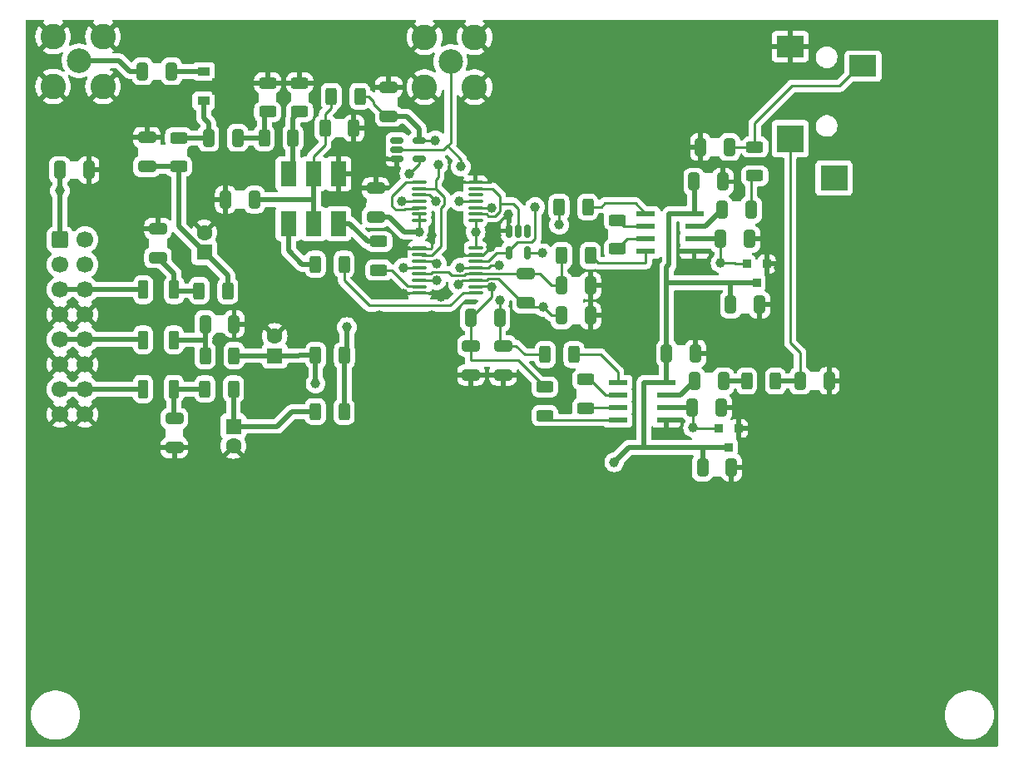
<source format=gtl>
G04 #@! TF.GenerationSoftware,KiCad,Pcbnew,7.0.9*
G04 #@! TF.CreationDate,2023-11-18T11:05:28-05:00*
G04 #@! TF.ProjectId,qsd2,71736432-2e6b-4696-9361-645f70636258,rev?*
G04 #@! TF.SameCoordinates,Original*
G04 #@! TF.FileFunction,Copper,L1,Top*
G04 #@! TF.FilePolarity,Positive*
%FSLAX46Y46*%
G04 Gerber Fmt 4.6, Leading zero omitted, Abs format (unit mm)*
G04 Created by KiCad (PCBNEW 7.0.9) date 2023-11-18 11:05:28*
%MOMM*%
%LPD*%
G01*
G04 APERTURE LIST*
G04 Aperture macros list*
%AMRoundRect*
0 Rectangle with rounded corners*
0 $1 Rounding radius*
0 $2 $3 $4 $5 $6 $7 $8 $9 X,Y pos of 4 corners*
0 Add a 4 corners polygon primitive as box body*
4,1,4,$2,$3,$4,$5,$6,$7,$8,$9,$2,$3,0*
0 Add four circle primitives for the rounded corners*
1,1,$1+$1,$2,$3*
1,1,$1+$1,$4,$5*
1,1,$1+$1,$6,$7*
1,1,$1+$1,$8,$9*
0 Add four rect primitives between the rounded corners*
20,1,$1+$1,$2,$3,$4,$5,0*
20,1,$1+$1,$4,$5,$6,$7,0*
20,1,$1+$1,$6,$7,$8,$9,0*
20,1,$1+$1,$8,$9,$2,$3,0*%
%AMFreePoly0*
4,1,9,3.862500,-0.866500,0.737500,-0.866500,0.737500,-0.450000,-0.737500,-0.450000,-0.737500,0.450000,0.737500,0.450000,0.737500,0.866500,3.862500,0.866500,3.862500,-0.866500,3.862500,-0.866500,$1*%
G04 Aperture macros list end*
G04 #@! TA.AperFunction,SMDPad,CuDef*
%ADD10RoundRect,0.250000X-0.275000X-0.700000X0.275000X-0.700000X0.275000X0.700000X-0.275000X0.700000X0*%
G04 #@! TD*
G04 #@! TA.AperFunction,SMDPad,CuDef*
%ADD11RoundRect,0.250000X0.625000X-0.312500X0.625000X0.312500X-0.625000X0.312500X-0.625000X-0.312500X0*%
G04 #@! TD*
G04 #@! TA.AperFunction,SMDPad,CuDef*
%ADD12RoundRect,0.250000X-0.312500X-0.625000X0.312500X-0.625000X0.312500X0.625000X-0.312500X0.625000X0*%
G04 #@! TD*
G04 #@! TA.AperFunction,SMDPad,CuDef*
%ADD13RoundRect,0.150000X-0.150000X0.512500X-0.150000X-0.512500X0.150000X-0.512500X0.150000X0.512500X0*%
G04 #@! TD*
G04 #@! TA.AperFunction,SMDPad,CuDef*
%ADD14RoundRect,0.250000X0.325000X0.650000X-0.325000X0.650000X-0.325000X-0.650000X0.325000X-0.650000X0*%
G04 #@! TD*
G04 #@! TA.AperFunction,SMDPad,CuDef*
%ADD15RoundRect,0.250000X-0.325000X-0.650000X0.325000X-0.650000X0.325000X0.650000X-0.325000X0.650000X0*%
G04 #@! TD*
G04 #@! TA.AperFunction,ComponentPad*
%ADD16R,1.600000X1.600000*%
G04 #@! TD*
G04 #@! TA.AperFunction,ComponentPad*
%ADD17C,1.600000*%
G04 #@! TD*
G04 #@! TA.AperFunction,SMDPad,CuDef*
%ADD18R,1.300000X0.900000*%
G04 #@! TD*
G04 #@! TA.AperFunction,SMDPad,CuDef*
%ADD19FreePoly0,0.000000*%
G04 #@! TD*
G04 #@! TA.AperFunction,SMDPad,CuDef*
%ADD20RoundRect,0.100000X-0.637500X-0.100000X0.637500X-0.100000X0.637500X0.100000X-0.637500X0.100000X0*%
G04 #@! TD*
G04 #@! TA.AperFunction,SMDPad,CuDef*
%ADD21R,1.969999X0.558000*%
G04 #@! TD*
G04 #@! TA.AperFunction,ComponentPad*
%ADD22C,2.600000*%
G04 #@! TD*
G04 #@! TA.AperFunction,ComponentPad*
%ADD23C,2.500000*%
G04 #@! TD*
G04 #@! TA.AperFunction,SMDPad,CuDef*
%ADD24RoundRect,0.250000X-0.625000X0.312500X-0.625000X-0.312500X0.625000X-0.312500X0.625000X0.312500X0*%
G04 #@! TD*
G04 #@! TA.AperFunction,SMDPad,CuDef*
%ADD25R,0.812800X0.889000*%
G04 #@! TD*
G04 #@! TA.AperFunction,SMDPad,CuDef*
%ADD26RoundRect,0.100000X0.637500X0.100000X-0.637500X0.100000X-0.637500X-0.100000X0.637500X-0.100000X0*%
G04 #@! TD*
G04 #@! TA.AperFunction,SMDPad,CuDef*
%ADD27RoundRect,0.250000X-0.650000X0.325000X-0.650000X-0.325000X0.650000X-0.325000X0.650000X0.325000X0*%
G04 #@! TD*
G04 #@! TA.AperFunction,SMDPad,CuDef*
%ADD28R,2.800000X2.200000*%
G04 #@! TD*
G04 #@! TA.AperFunction,SMDPad,CuDef*
%ADD29R,2.800000X2.800000*%
G04 #@! TD*
G04 #@! TA.AperFunction,SMDPad,CuDef*
%ADD30R,2.800000X2.600000*%
G04 #@! TD*
G04 #@! TA.AperFunction,SMDPad,CuDef*
%ADD31C,1.000000*%
G04 #@! TD*
G04 #@! TA.AperFunction,SMDPad,CuDef*
%ADD32RoundRect,0.250000X0.312500X0.625000X-0.312500X0.625000X-0.312500X-0.625000X0.312500X-0.625000X0*%
G04 #@! TD*
G04 #@! TA.AperFunction,SMDPad,CuDef*
%ADD33RoundRect,0.150000X-0.512500X-0.150000X0.512500X-0.150000X0.512500X0.150000X-0.512500X0.150000X0*%
G04 #@! TD*
G04 #@! TA.AperFunction,SMDPad,CuDef*
%ADD34R,1.650000X2.540000*%
G04 #@! TD*
G04 #@! TA.AperFunction,ComponentPad*
%ADD35RoundRect,0.250000X-0.600000X-0.600000X0.600000X-0.600000X0.600000X0.600000X-0.600000X0.600000X0*%
G04 #@! TD*
G04 #@! TA.AperFunction,ComponentPad*
%ADD36C,1.700000*%
G04 #@! TD*
G04 #@! TA.AperFunction,ViaPad*
%ADD37C,1.000000*%
G04 #@! TD*
G04 #@! TA.AperFunction,Conductor*
%ADD38C,0.250000*%
G04 #@! TD*
G04 #@! TA.AperFunction,Conductor*
%ADD39C,0.500000*%
G04 #@! TD*
G04 #@! TA.AperFunction,Conductor*
%ADD40C,1.000000*%
G04 #@! TD*
G04 APERTURE END LIST*
D10*
X111650000Y-77700000D03*
X114800000Y-77700000D03*
D11*
X173925000Y-56000000D03*
X173925000Y-53075000D03*
D12*
X117362500Y-67700000D03*
X120287500Y-67700000D03*
D13*
X150775000Y-61600000D03*
X149825000Y-61600000D03*
X148875000Y-61600000D03*
X148875000Y-63875000D03*
X150775000Y-63875000D03*
D14*
X147950000Y-70450000D03*
X145000000Y-70450000D03*
D12*
X152587500Y-74200000D03*
X155512500Y-74200000D03*
D15*
X170425000Y-62425000D03*
X173375000Y-62425000D03*
X167775000Y-76900000D03*
X170725000Y-76900000D03*
D16*
X125050000Y-74300000D03*
D17*
X125050000Y-72300000D03*
D15*
X120050000Y-58425000D03*
X123000000Y-58425000D03*
D10*
X111675000Y-67600000D03*
X114825000Y-67600000D03*
D15*
X111600000Y-45362500D03*
X114550000Y-45362500D03*
D12*
X153991900Y-59186200D03*
X156916900Y-59186200D03*
D11*
X127600000Y-49475000D03*
X127600000Y-46550000D03*
D16*
X120850000Y-81500000D03*
D17*
X120850000Y-83500000D03*
D15*
X170600000Y-59475000D03*
X173550000Y-59475000D03*
D18*
X117825000Y-45375000D03*
D19*
X117912500Y-46875000D03*
D18*
X117825000Y-48375000D03*
D12*
X129197500Y-80000000D03*
X132122500Y-80000000D03*
X130800000Y-47910000D03*
X133725000Y-47910000D03*
D15*
X167725000Y-56600000D03*
X170675000Y-56600000D03*
D20*
X139787500Y-63375000D03*
X139787500Y-64025000D03*
X139787500Y-64675000D03*
X139787500Y-65325000D03*
X139787500Y-65975000D03*
X139787500Y-66625000D03*
X139787500Y-67275000D03*
X139787500Y-67925000D03*
X145512500Y-67925000D03*
X145512500Y-67275000D03*
X145512500Y-66625000D03*
X145512500Y-65975000D03*
X145512500Y-65325000D03*
X145512500Y-64675000D03*
X145512500Y-64025000D03*
X145512500Y-63375000D03*
D10*
X111650000Y-72700000D03*
X114800000Y-72700000D03*
D11*
X159925000Y-63437500D03*
X159925000Y-60512500D03*
D21*
X162822400Y-59875000D03*
X162822400Y-61145000D03*
X162822400Y-62415000D03*
X162822400Y-63685000D03*
X167750000Y-63685000D03*
X167750000Y-62415000D03*
X167750000Y-61145000D03*
X167750000Y-59875000D03*
D22*
X102495000Y-41825000D03*
X102495000Y-46905000D03*
X107575000Y-41825000D03*
X107575000Y-46905000D03*
D23*
X105135000Y-44290000D03*
D21*
X159975000Y-77050000D03*
X159975000Y-78320000D03*
X159975000Y-79590000D03*
X159975000Y-80860000D03*
X164902600Y-80860000D03*
X164902600Y-79590000D03*
X164902600Y-78320000D03*
X164902600Y-77050000D03*
D12*
X117950000Y-77700000D03*
X120875000Y-77700000D03*
D24*
X156700000Y-76737500D03*
X156700000Y-79662500D03*
D15*
X117975000Y-71100000D03*
X120925000Y-71100000D03*
D25*
X172284499Y-81732001D03*
X170234501Y-81732001D03*
X171259500Y-83622000D03*
D26*
X145482500Y-60550000D03*
X145482500Y-59900000D03*
X145482500Y-59250000D03*
X145482500Y-58600000D03*
X145482500Y-57950000D03*
X145482500Y-57300000D03*
X145482500Y-56650000D03*
X139757500Y-56650000D03*
X139757500Y-57300000D03*
X139757500Y-57950000D03*
X139757500Y-58600000D03*
X139757500Y-59250000D03*
X139757500Y-59900000D03*
X139757500Y-60550000D03*
D11*
X115275000Y-55050000D03*
X115275000Y-52125000D03*
D27*
X150620000Y-65980000D03*
X150620000Y-68930000D03*
D12*
X129220000Y-74290000D03*
X132145000Y-74290000D03*
D15*
X103175000Y-55400000D03*
X106125000Y-55400000D03*
D22*
X140310000Y-41890000D03*
X140310000Y-46970000D03*
X145390000Y-41890000D03*
X145390000Y-46970000D03*
D23*
X142950000Y-44355000D03*
D15*
X154250000Y-70225000D03*
X157200000Y-70225000D03*
D28*
X177530000Y-42830000D03*
D29*
X177530000Y-52230000D03*
D28*
X184930000Y-44830000D03*
D30*
X181980000Y-56230000D03*
D27*
X136650000Y-46975000D03*
X136650000Y-49925000D03*
D11*
X124325000Y-49475000D03*
X124325000Y-46550000D03*
D15*
X167575000Y-79600000D03*
X170525000Y-79600000D03*
D12*
X129187500Y-65000000D03*
X132112500Y-65000000D03*
D31*
X141700000Y-54850000D03*
D25*
X175141999Y-64975000D03*
X173092001Y-64975000D03*
X174117000Y-66864999D03*
D32*
X133112500Y-51150000D03*
X130187500Y-51150000D03*
D15*
X171450000Y-69125000D03*
X174400000Y-69125000D03*
X118325000Y-52150000D03*
X121275000Y-52150000D03*
D32*
X176025000Y-76900000D03*
X173100000Y-76900000D03*
D15*
X164950000Y-74100000D03*
X167900000Y-74100000D03*
D27*
X135325000Y-57250000D03*
X135325000Y-60200000D03*
D15*
X154250000Y-67175000D03*
X157200000Y-67175000D03*
D14*
X181475000Y-76875000D03*
X178525000Y-76875000D03*
D12*
X154262500Y-64125000D03*
X157187500Y-64125000D03*
D27*
X112050000Y-52100000D03*
X112050000Y-55050000D03*
D33*
X137500000Y-52375000D03*
X137500000Y-53325000D03*
X137500000Y-54275000D03*
X139775000Y-54275000D03*
X139775000Y-52375000D03*
D31*
X151560000Y-59180000D03*
D15*
X168400000Y-53075000D03*
X171350000Y-53075000D03*
D34*
X131530000Y-55800000D03*
X128990000Y-55800000D03*
X126450000Y-55800000D03*
X126450000Y-60880000D03*
X128990000Y-60880000D03*
X131530000Y-60880000D03*
D27*
X114850000Y-80700000D03*
X114850000Y-83650000D03*
D24*
X135650000Y-62687500D03*
X135650000Y-65612500D03*
D27*
X145025000Y-73325000D03*
X145025000Y-76275000D03*
X148300000Y-73325000D03*
X148300000Y-76275000D03*
D12*
X123987500Y-52150000D03*
X126912500Y-52150000D03*
D24*
X152550000Y-77500000D03*
X152550000Y-80425000D03*
D16*
X117900000Y-63775000D03*
D17*
X117900000Y-61775000D03*
D27*
X113175000Y-61375000D03*
X113175000Y-64325000D03*
D35*
X103210000Y-62500000D03*
D36*
X105750000Y-62500000D03*
X103210000Y-65040000D03*
X105750000Y-65040000D03*
X103210000Y-67580000D03*
X105750000Y-67580000D03*
X103210000Y-70120000D03*
X105750000Y-70120000D03*
X103210000Y-72660000D03*
X105750000Y-72660000D03*
X103210000Y-75200000D03*
X105750000Y-75200000D03*
X103210000Y-77740000D03*
X105750000Y-77740000D03*
X103210000Y-80280000D03*
X105750000Y-80280000D03*
D12*
X117987500Y-74300000D03*
X120912500Y-74300000D03*
D15*
X168600000Y-85700000D03*
X171550000Y-85700000D03*
D37*
X120000000Y-45275000D03*
X122075000Y-48425000D03*
X184025000Y-92725000D03*
X145500000Y-55100000D03*
X137790000Y-83800000D03*
X110225000Y-61375000D03*
X197850000Y-107300000D03*
X127500000Y-75980000D03*
X155700000Y-65630000D03*
X172275000Y-57675000D03*
X141025000Y-70225000D03*
X143430000Y-57140000D03*
X166100000Y-82225000D03*
X166370000Y-68199000D03*
X124333000Y-59944000D03*
X149425000Y-71725000D03*
X161650000Y-84925000D03*
X178689000Y-60960000D03*
X148860000Y-59920000D03*
X128000000Y-63225000D03*
X197225000Y-60600000D03*
X133900000Y-72375000D03*
X120000000Y-50200000D03*
X191100000Y-113150000D03*
X149220000Y-56280000D03*
X137050000Y-55900000D03*
X176325000Y-65375000D03*
X177275000Y-75225000D03*
X144145000Y-62382400D03*
X126875000Y-65900000D03*
X141050000Y-62050000D03*
X160900000Y-82350000D03*
X131200000Y-53400000D03*
X117200000Y-53950000D03*
X141950000Y-68326000D03*
X100600000Y-55375000D03*
X154575000Y-79675000D03*
X117325000Y-56675000D03*
X163900000Y-82250000D03*
X163625000Y-70475000D03*
X173990000Y-85725000D03*
X116275000Y-43875000D03*
X172225000Y-78750000D03*
X174250000Y-41050000D03*
X100700000Y-86975000D03*
X141478000Y-86487000D03*
X125475000Y-53500000D03*
X155720000Y-71670000D03*
X133430000Y-78490000D03*
X107400000Y-113150000D03*
X130683000Y-72771000D03*
X116225000Y-46875000D03*
X147300000Y-53250000D03*
X112375000Y-83625000D03*
X128150000Y-40800000D03*
X147050000Y-63225000D03*
X144150000Y-92725000D03*
X130650000Y-58325000D03*
X138023600Y-63423800D03*
X161675000Y-75700000D03*
X171196000Y-74930000D03*
X179725000Y-73775000D03*
X147450000Y-113050000D03*
X197260000Y-41440000D03*
X176300000Y-56030000D03*
X135690000Y-70180000D03*
X166500000Y-65325000D03*
X176276000Y-70739000D03*
X197300000Y-82300000D03*
X129700000Y-45975000D03*
X143450000Y-74820000D03*
X124100000Y-56675000D03*
X106825000Y-92625000D03*
X134300000Y-67175000D03*
X168975000Y-65350000D03*
X134600000Y-49800000D03*
X163575000Y-65850000D03*
X171950000Y-51100000D03*
X122125000Y-45225000D03*
X150300000Y-77000000D03*
X113600000Y-56500000D03*
X147625000Y-62075000D03*
X100550000Y-106550000D03*
X167259000Y-70739000D03*
X132575000Y-68900000D03*
X122250000Y-68450000D03*
X138130686Y-67952898D03*
X123275000Y-80050000D03*
X165125000Y-58525000D03*
X144120000Y-51180000D03*
X120000000Y-48450000D03*
X159610000Y-85150000D03*
X129220000Y-77140000D03*
X143738600Y-67056000D03*
X154000000Y-61000000D03*
X152400000Y-69375000D03*
X138150000Y-65325000D03*
X147889969Y-65150500D03*
X147950000Y-68700000D03*
X143950000Y-65325000D03*
X141528800Y-66625000D03*
X147125000Y-67275000D03*
X141579600Y-64975000D03*
X103200000Y-57525000D03*
X147150000Y-59250000D03*
X144000000Y-55070000D03*
X138000000Y-58600000D03*
X138775000Y-55775000D03*
X143850000Y-58600000D03*
X141450000Y-58600000D03*
X132400000Y-71400000D03*
X141410000Y-52380000D03*
X145500000Y-61725000D03*
X152320000Y-63870000D03*
X139750000Y-61725000D03*
X167640000Y-81661000D03*
X170434000Y-64897000D03*
D38*
X146212500Y-64062500D02*
X147050000Y-63225000D01*
X145272550Y-64062500D02*
X146212500Y-64062500D01*
X138025000Y-63375000D02*
X138100000Y-63375000D01*
X140027450Y-63427500D02*
X140940900Y-63427500D01*
X141050000Y-63318400D02*
X141050000Y-62050000D01*
X145490000Y-56650000D02*
X147025000Y-56650000D01*
X147025000Y-56125000D02*
X147025000Y-56650000D01*
X140027450Y-67872500D02*
X138211084Y-67872500D01*
X145500000Y-55100000D02*
X146000000Y-55600000D01*
X145272550Y-64062500D02*
X144402700Y-64062500D01*
X140027450Y-67872500D02*
X141496500Y-67872500D01*
X143920000Y-56650000D02*
X143430000Y-57140000D01*
X144402700Y-64062500D02*
X144145000Y-63804800D01*
X144145000Y-63804800D02*
X144145000Y-62382400D01*
X138027300Y-63427500D02*
X138023600Y-63423800D01*
X141496500Y-67872500D02*
X141950000Y-68326000D01*
X138211084Y-67872500D02*
X138130686Y-67952898D01*
X140027450Y-63427500D02*
X138027300Y-63427500D01*
X146000000Y-55600000D02*
X146500000Y-55600000D01*
X145490000Y-56650000D02*
X143920000Y-56650000D01*
X140940900Y-63427500D02*
X141050000Y-63318400D01*
X146500000Y-55600000D02*
X147025000Y-56125000D01*
D39*
X120850000Y-81500000D02*
X125300000Y-81500000D01*
X129177500Y-80020000D02*
X129197500Y-80000000D01*
X120850000Y-77725000D02*
X120875000Y-77700000D01*
X125300000Y-81500000D02*
X126780000Y-80020000D01*
X126780000Y-80020000D02*
X129177500Y-80020000D01*
X120850000Y-81500000D02*
X120850000Y-77725000D01*
X111600000Y-45362500D02*
X110262500Y-45362500D01*
X105135000Y-44290000D02*
X109190000Y-44290000D01*
X110262500Y-45362500D02*
X109190000Y-44290000D01*
X164960001Y-66864999D02*
X164950000Y-66875000D01*
X171449999Y-66864999D02*
X174117000Y-66864999D01*
X161120001Y-83639999D02*
X159610000Y-85150000D01*
X164950000Y-66875000D02*
X164950000Y-74100000D01*
X167750000Y-59875000D02*
X167750000Y-56625000D01*
X168600000Y-85700000D02*
X168599999Y-83639999D01*
X171449999Y-66864999D02*
X171450000Y-69125000D01*
X162625000Y-83639999D02*
X161120001Y-83639999D01*
X168599999Y-83639999D02*
X162625000Y-83639999D01*
X164950000Y-65300000D02*
X164950000Y-66875000D01*
X168617998Y-83622000D02*
X168599999Y-83639999D01*
X165200000Y-65050000D02*
X164950000Y-65300000D01*
X164902600Y-77050000D02*
X162625000Y-77050000D01*
X129220000Y-74290000D02*
X127540000Y-74290000D01*
X129220000Y-74290000D02*
X129220000Y-77140000D01*
X171259500Y-83622000D02*
X168617998Y-83622000D01*
X164902600Y-77050000D02*
X164902600Y-74147400D01*
X127540000Y-74290000D02*
X127530000Y-74300000D01*
X164902600Y-74147400D02*
X164950000Y-74100000D01*
X165200000Y-59875000D02*
X165200000Y-65050000D01*
X167750000Y-56625000D02*
X167725000Y-56600000D01*
X120912500Y-74300000D02*
X125050000Y-74300000D01*
X171449999Y-66864999D02*
X164960001Y-66864999D01*
X167750000Y-59875000D02*
X165200000Y-59875000D01*
X162625000Y-77050000D02*
X162625000Y-83639999D01*
X127530000Y-74300000D02*
X125050000Y-74300000D01*
X117362500Y-67700000D02*
X114925000Y-67700000D01*
X114925000Y-67700000D02*
X114825000Y-67600000D01*
X114825000Y-65975000D02*
X113175000Y-64325000D01*
X114825000Y-67600000D02*
X114825000Y-65975000D01*
X114800000Y-80650000D02*
X114850000Y-80700000D01*
X114800000Y-77700000D02*
X114800000Y-80650000D01*
X114800000Y-77700000D02*
X117950000Y-77700000D01*
X117975000Y-74287500D02*
X117987500Y-74300000D01*
X117975000Y-72700000D02*
X117975000Y-74287500D01*
X117975000Y-71100000D02*
X117975000Y-72700000D01*
X114800000Y-72700000D02*
X117975000Y-72700000D01*
X117900000Y-63775000D02*
X115625000Y-61500000D01*
X120287500Y-67700000D02*
X120287500Y-66162500D01*
X115275000Y-55050000D02*
X112050000Y-55050000D01*
X115275000Y-55050000D02*
X115275000Y-61150000D01*
X115275000Y-61150000D02*
X115625000Y-61500000D01*
X120287500Y-66162500D02*
X117900000Y-63775000D01*
D38*
X153205000Y-67175000D02*
X152000000Y-65970000D01*
X151990000Y-65980000D02*
X150620000Y-65980000D01*
X144314400Y-66150000D02*
X144496900Y-65967500D01*
X152000000Y-65970000D02*
X151990000Y-65980000D01*
X142730000Y-65800000D02*
X143080000Y-66150000D01*
X150615000Y-65975000D02*
X150620000Y-65980000D01*
X154250000Y-67175000D02*
X153205000Y-67175000D01*
X140991700Y-65967500D02*
X141159200Y-65800000D01*
X140027450Y-65967500D02*
X140991700Y-65967500D01*
X143080000Y-66150000D02*
X144314400Y-66150000D01*
X145550000Y-65975000D02*
X150615000Y-65975000D01*
X154250000Y-67175000D02*
X154250000Y-64137500D01*
X154250000Y-64137500D02*
X154262500Y-64125000D01*
X144496900Y-65967500D02*
X145272550Y-65967500D01*
X141159200Y-65800000D02*
X142730000Y-65800000D01*
X154250000Y-70225000D02*
X153250000Y-70225000D01*
X143738600Y-67056000D02*
X144192100Y-66602500D01*
X153250000Y-70225000D02*
X152400000Y-69375000D01*
X144192100Y-66602500D02*
X145272550Y-66602500D01*
X150280000Y-68930000D02*
X147800000Y-66450000D01*
X138150000Y-65325000D02*
X139750000Y-65325000D01*
X152400000Y-69375000D02*
X151065000Y-69375000D01*
X153991900Y-59186200D02*
X153991900Y-60991900D01*
X146630773Y-66602500D02*
X145272550Y-66602500D01*
X151065000Y-69375000D02*
X150620000Y-68930000D01*
X146783273Y-66450000D02*
X146630773Y-66602500D01*
X147800000Y-66450000D02*
X146783273Y-66450000D01*
X150620000Y-68930000D02*
X150280000Y-68930000D01*
X153991900Y-60991900D02*
X154000000Y-61000000D01*
X147950000Y-70450000D02*
X147950000Y-68700000D01*
X143950000Y-65325000D02*
X145550000Y-65325000D01*
X150500000Y-74200000D02*
X152587500Y-74200000D01*
X147009500Y-65150500D02*
X146835000Y-65325000D01*
X139750000Y-66625000D02*
X141100000Y-66625000D01*
X147889969Y-65150500D02*
X147009500Y-65150500D01*
X146835000Y-65325000D02*
X145550000Y-65325000D01*
X147950000Y-72975000D02*
X148300000Y-73325000D01*
X147950000Y-70450000D02*
X147950000Y-72975000D01*
X149625000Y-73325000D02*
X150500000Y-74200000D01*
X148300000Y-73325000D02*
X149625000Y-73325000D01*
X145050000Y-74800000D02*
X149850000Y-74800000D01*
X140027450Y-64697500D02*
X141302100Y-64697500D01*
X145025000Y-73325000D02*
X145025000Y-70475000D01*
X149850000Y-74800000D02*
X152550000Y-77500000D01*
X145025000Y-73325000D02*
X145025000Y-74775000D01*
X147125000Y-68325000D02*
X147125000Y-67275000D01*
X145025000Y-73325000D02*
X145190000Y-73490000D01*
X145272550Y-67237500D02*
X147087500Y-67237500D01*
X145025000Y-74775000D02*
X145050000Y-74800000D01*
X141302100Y-64697500D02*
X141579600Y-64975000D01*
X147087500Y-67237500D02*
X147125000Y-67275000D01*
X145000000Y-70450000D02*
X147125000Y-68325000D01*
X145025000Y-70475000D02*
X145000000Y-70450000D01*
D39*
X103210000Y-57535000D02*
X103200000Y-57525000D01*
X103210000Y-57515000D02*
X103210000Y-55435000D01*
X103200000Y-57525000D02*
X103210000Y-57515000D01*
X103210000Y-62500000D02*
X103210000Y-57535000D01*
D38*
X103210000Y-55435000D02*
X103175000Y-55400000D01*
X184930000Y-44830000D02*
X184570000Y-44830000D01*
X184570000Y-44830000D02*
X182562500Y-46837500D01*
X177712500Y-46837500D02*
X182562500Y-46837500D01*
X173925000Y-53075000D02*
X171350000Y-53075000D01*
X173925000Y-53075000D02*
X173925000Y-50625000D01*
X173925000Y-50625000D02*
X177712500Y-46837500D01*
X178525000Y-74012500D02*
X178525000Y-76875000D01*
X177530000Y-73017500D02*
X178525000Y-74012500D01*
X177530000Y-52230000D02*
X177530000Y-73017500D01*
D39*
X176050000Y-76875000D02*
X176025000Y-76900000D01*
X178525000Y-76875000D02*
X176050000Y-76875000D01*
D38*
X173550000Y-56375000D02*
X173925000Y-56000000D01*
X173550000Y-59475000D02*
X173550000Y-56375000D01*
D39*
X170725000Y-76900000D02*
X173100000Y-76900000D01*
X105750000Y-67580000D02*
X111655000Y-67580000D01*
X103210000Y-67580000D02*
X105750000Y-67580000D01*
D40*
X111655000Y-67580000D02*
X111675000Y-67600000D01*
D39*
X103210000Y-72660000D02*
X105750000Y-72660000D01*
D40*
X111610000Y-72660000D02*
X111650000Y-72700000D01*
D39*
X105750000Y-72660000D02*
X111610000Y-72660000D01*
X105750000Y-77740000D02*
X111610000Y-77740000D01*
X103210000Y-77740000D02*
X105750000Y-77740000D01*
D40*
X111610000Y-77740000D02*
X111650000Y-77700000D01*
D38*
X142950000Y-52625000D02*
X142617500Y-52957500D01*
X142617500Y-52957500D02*
X142250000Y-53325000D01*
X138550000Y-53325000D02*
X138450000Y-53325000D01*
X144000000Y-55070000D02*
X144000000Y-54340000D01*
X147150000Y-59250000D02*
X145490000Y-59250000D01*
X144000000Y-54340000D02*
X142617500Y-52957500D01*
X142950000Y-44355000D02*
X142950000Y-52625000D01*
X142250000Y-53325000D02*
X138550000Y-53325000D01*
X138450000Y-53325000D02*
X137500000Y-53325000D01*
X139750000Y-58600000D02*
X138000000Y-58600000D01*
X139775000Y-54275000D02*
X139775000Y-54775000D01*
X139775000Y-54775000D02*
X138775000Y-55775000D01*
X139750000Y-57300000D02*
X141450000Y-57300000D01*
X141975000Y-63130000D02*
X141042500Y-64062500D01*
X141975000Y-59275000D02*
X141975000Y-63130000D01*
X142300000Y-58950000D02*
X141975000Y-59275000D01*
X141450000Y-57300000D02*
X142300000Y-58150000D01*
X141450000Y-56380000D02*
X141450000Y-57300000D01*
X141042500Y-64062500D02*
X140027450Y-64062500D01*
X142300000Y-58150000D02*
X142300000Y-58950000D01*
X141700000Y-56130000D02*
X141700000Y-54850000D01*
X141450000Y-56380000D02*
X141700000Y-56130000D01*
X151200000Y-62750000D02*
X149725000Y-62750000D01*
X148875000Y-63875000D02*
X147656200Y-63875000D01*
X146833700Y-64697500D02*
X145272550Y-64697500D01*
X151560000Y-59180000D02*
X151560000Y-62400000D01*
X148875000Y-63600000D02*
X149725000Y-62750000D01*
X148875000Y-63875000D02*
X148875000Y-63600000D01*
X147656200Y-63875000D02*
X146833700Y-64697500D01*
X151550000Y-62400000D02*
X151200000Y-62750000D01*
X151560000Y-62400000D02*
X151550000Y-62400000D01*
X145490000Y-59900000D02*
X146633273Y-59900000D01*
X149825000Y-59325000D02*
X149320000Y-58820000D01*
X147491727Y-60075000D02*
X147975000Y-59591727D01*
X149320000Y-58820000D02*
X147995000Y-58820000D01*
X147975000Y-58065000D02*
X147800000Y-57890000D01*
X146633273Y-59900000D02*
X146808273Y-60075000D01*
X147995000Y-58820000D02*
X147975000Y-58800000D01*
X147210000Y-57300000D02*
X147800000Y-57890000D01*
X145490000Y-57300000D02*
X147210000Y-57300000D01*
X147975000Y-58800000D02*
X147975000Y-58065000D01*
X146808273Y-60075000D02*
X147491727Y-60075000D01*
X149825000Y-61600000D02*
X149825000Y-59325000D01*
X147975000Y-59591727D02*
X147975000Y-58800000D01*
X138330000Y-59370000D02*
X139630000Y-59370000D01*
X137000000Y-59100000D02*
X137375000Y-59475000D01*
X137000000Y-58075000D02*
X137000000Y-59100000D01*
X139750000Y-56650000D02*
X138425000Y-56650000D01*
X137375000Y-59475000D02*
X138225000Y-59475000D01*
X138225000Y-59475000D02*
X138330000Y-59370000D01*
X139630000Y-59370000D02*
X139750000Y-59250000D01*
X138425000Y-56650000D02*
X137000000Y-58075000D01*
X139750000Y-57950000D02*
X140800000Y-57950000D01*
X140800000Y-57950000D02*
X141450000Y-58600000D01*
X145490000Y-58600000D02*
X143850000Y-58600000D01*
X135100000Y-48425000D02*
X135100000Y-48676778D01*
X135100000Y-48676778D02*
X136348222Y-49925000D01*
D39*
X136650000Y-49925000D02*
X138475000Y-49925000D01*
X139725000Y-61700000D02*
X139750000Y-61725000D01*
X132400000Y-71400000D02*
X132400000Y-74035000D01*
D38*
X134585000Y-47910000D02*
X135100000Y-48425000D01*
X150775000Y-63875000D02*
X152315000Y-63875000D01*
X152315000Y-63875000D02*
X152320000Y-63870000D01*
D39*
X132145000Y-77700000D02*
X132145000Y-74290000D01*
X138475000Y-49925000D02*
X139775000Y-51225000D01*
D38*
X139750000Y-61725000D02*
X139750000Y-60550000D01*
X145550000Y-61775000D02*
X145500000Y-61725000D01*
X141405000Y-52375000D02*
X141410000Y-52380000D01*
D39*
X132122500Y-80000000D02*
X132122500Y-77722500D01*
D38*
X145490000Y-60550000D02*
X145490000Y-61715000D01*
D39*
X136700000Y-60200000D02*
X138200000Y-61700000D01*
D38*
X136348222Y-49925000D02*
X136650000Y-49925000D01*
D39*
X132122500Y-77722500D02*
X132145000Y-77700000D01*
D38*
X145550000Y-63375000D02*
X145550000Y-61775000D01*
D39*
X138200000Y-61700000D02*
X139725000Y-61700000D01*
D38*
X139775000Y-52375000D02*
X141405000Y-52375000D01*
D39*
X135325000Y-60200000D02*
X136700000Y-60200000D01*
X132400000Y-74035000D02*
X132145000Y-74290000D01*
D38*
X145490000Y-61715000D02*
X145500000Y-61725000D01*
X139750000Y-59900000D02*
X139750000Y-60550000D01*
X133725000Y-47910000D02*
X134585000Y-47910000D01*
D39*
X139775000Y-51225000D02*
X139775000Y-52375000D01*
D38*
X135650000Y-65612500D02*
X136937500Y-65612500D01*
X138562500Y-67237500D02*
X136937500Y-65612500D01*
X140027450Y-67237500D02*
X138562500Y-67237500D01*
D39*
X123987500Y-52150000D02*
X123987500Y-49812500D01*
X123987500Y-49812500D02*
X124325000Y-49475000D01*
X121275000Y-52150000D02*
X123987500Y-52150000D01*
X132680000Y-60880000D02*
X131530000Y-60880000D01*
X135650000Y-62687500D02*
X134487500Y-62687500D01*
X134487500Y-62687500D02*
X132680000Y-60880000D01*
X126450000Y-63600000D02*
X126450000Y-60880000D01*
X127850000Y-65000000D02*
X126450000Y-63600000D01*
X127850000Y-65000000D02*
X129187500Y-65000000D01*
D38*
X142925800Y-69189600D02*
X134664600Y-69189600D01*
X134664600Y-69189600D02*
X132112500Y-66637500D01*
X144242900Y-67872500D02*
X142925800Y-69189600D01*
X145272550Y-67872500D02*
X144242900Y-67872500D01*
X132112500Y-66637500D02*
X132112500Y-65000000D01*
D39*
X164902600Y-79590000D02*
X167565000Y-79590000D01*
D38*
X170234501Y-81732001D02*
X167711001Y-81732001D01*
X167640000Y-79665000D02*
X167575000Y-79600000D01*
D39*
X167565000Y-79590000D02*
X167575000Y-79600000D01*
D38*
X167640000Y-81661000D02*
X167640000Y-79665000D01*
X167711001Y-81732001D02*
X167640000Y-81661000D01*
D39*
X167575000Y-81596000D02*
X167640000Y-81661000D01*
D38*
X170425000Y-64888000D02*
X170425000Y-62425000D01*
X170425000Y-64906000D02*
X170434000Y-64897000D01*
X170425000Y-64975000D02*
X170425000Y-64906000D01*
X171831000Y-64897000D02*
X170434000Y-64897000D01*
X170434000Y-64897000D02*
X170425000Y-64888000D01*
X171909000Y-64975000D02*
X171831000Y-64897000D01*
X173092001Y-64975000D02*
X171909000Y-64975000D01*
D39*
X167750000Y-62415000D02*
X170415000Y-62415000D01*
X170415000Y-62415000D02*
X170425000Y-62425000D01*
X167750000Y-61145000D02*
X168930000Y-61145000D01*
X168930000Y-61145000D02*
X170600000Y-59475000D01*
X164902600Y-78320000D02*
X166355000Y-78320000D01*
X166355000Y-78320000D02*
X167775000Y-76900000D01*
D38*
X161747400Y-58800000D02*
X158675000Y-58800000D01*
X158675000Y-58800000D02*
X158288800Y-59186200D01*
X158288800Y-59186200D02*
X156916900Y-59186200D01*
X162822400Y-59875000D02*
X161747400Y-58800000D01*
X157962500Y-64900000D02*
X162800000Y-64900000D01*
X157187500Y-64125000D02*
X157962500Y-64900000D01*
X162800000Y-64900000D02*
X162822400Y-64877600D01*
X162822400Y-64877600D02*
X162822400Y-63685000D01*
X159975000Y-75975000D02*
X160000000Y-75950000D01*
X159975000Y-77050000D02*
X159975000Y-75975000D01*
X158250000Y-74200000D02*
X155512500Y-74200000D01*
X160000000Y-75950000D02*
X158250000Y-74200000D01*
X159975000Y-80860000D02*
X152985000Y-80860000D01*
X152985000Y-80860000D02*
X152550000Y-80425000D01*
X160947500Y-62415000D02*
X162822400Y-62415000D01*
X159925000Y-63437500D02*
X160947500Y-62415000D01*
X161380000Y-61145000D02*
X162822400Y-61145000D01*
X161375000Y-61150000D02*
X161380000Y-61145000D01*
X159925000Y-60512500D02*
X160562500Y-61150000D01*
X160562500Y-61150000D02*
X161375000Y-61150000D01*
X159975000Y-78320000D02*
X158770000Y-78320000D01*
X157137500Y-76737500D02*
X158720000Y-78320000D01*
X158720000Y-78320000D02*
X158770000Y-78320000D01*
X156700000Y-76737500D02*
X157137500Y-76737500D01*
X159975000Y-79590000D02*
X156922500Y-79590000D01*
X156922500Y-79590000D02*
X156700000Y-79812500D01*
D39*
X114562500Y-45375000D02*
X114550000Y-45362500D01*
X117825000Y-45375000D02*
X114562500Y-45375000D01*
X115300000Y-52150000D02*
X115275000Y-52125000D01*
X117825000Y-50100000D02*
X117825000Y-48375000D01*
X118325000Y-52150000D02*
X118325000Y-50600000D01*
X118325000Y-52150000D02*
X115300000Y-52150000D01*
X118325000Y-50600000D02*
X117825000Y-50100000D01*
X126912500Y-52150000D02*
X126912500Y-50162500D01*
X126912500Y-52150000D02*
X126912500Y-55337500D01*
X126912500Y-50162500D02*
X127600000Y-49475000D01*
X126912500Y-55337500D02*
X126450000Y-55800000D01*
D38*
X130800000Y-49100000D02*
X130175000Y-49725000D01*
X130187500Y-49737500D02*
X130187500Y-51150000D01*
X130800000Y-47910000D02*
X130800000Y-49100000D01*
D39*
X128975000Y-58425000D02*
X123000000Y-58425000D01*
X128990000Y-58440000D02*
X128975000Y-58425000D01*
X128990000Y-60880000D02*
X128990000Y-58440000D01*
D38*
X130187500Y-52812500D02*
X128975000Y-54025000D01*
D39*
X128990000Y-58410000D02*
X128990000Y-55800000D01*
D38*
X130175000Y-49725000D02*
X130187500Y-49737500D01*
X128975000Y-54025000D02*
X128990000Y-54040000D01*
D39*
X128975000Y-58425000D02*
X128990000Y-58410000D01*
D38*
X130187500Y-51150000D02*
X130187500Y-52812500D01*
X128990000Y-54040000D02*
X128990000Y-55800000D01*
G04 #@! TA.AperFunction,Conductor*
G36*
X166533073Y-80567038D02*
G01*
X166589007Y-80608909D01*
X166595277Y-80618119D01*
X166608003Y-80638752D01*
X166657287Y-80718655D01*
X166781344Y-80842712D01*
X166817187Y-80864820D01*
X166863912Y-80916768D01*
X166875135Y-80985730D01*
X166847945Y-81049023D01*
X166804090Y-81102460D01*
X166804086Y-81102467D01*
X166711188Y-81276266D01*
X166653975Y-81464870D01*
X166634659Y-81661000D01*
X166653975Y-81857129D01*
X166711188Y-82045733D01*
X166804086Y-82219532D01*
X166804090Y-82219539D01*
X166929116Y-82371883D01*
X167081460Y-82496909D01*
X167081467Y-82496913D01*
X167255266Y-82589811D01*
X167255269Y-82589811D01*
X167255273Y-82589814D01*
X167443258Y-82646839D01*
X167501695Y-82685136D01*
X167530152Y-82748948D01*
X167519591Y-82818015D01*
X167473367Y-82870409D01*
X167407261Y-82889499D01*
X163499500Y-82889499D01*
X163432461Y-82869814D01*
X163386706Y-82817010D01*
X163375500Y-82765499D01*
X163375500Y-81605486D01*
X163395185Y-81538447D01*
X163447989Y-81492692D01*
X163517147Y-81482748D01*
X163573812Y-81506220D01*
X163675510Y-81582352D01*
X163675513Y-81582354D01*
X163810220Y-81632596D01*
X163810227Y-81632598D01*
X163869755Y-81638999D01*
X163869772Y-81639000D01*
X164652600Y-81639000D01*
X164652600Y-81110000D01*
X165152600Y-81110000D01*
X165152600Y-81639000D01*
X165935428Y-81639000D01*
X165935444Y-81638999D01*
X165994972Y-81632598D01*
X165994979Y-81632596D01*
X166129686Y-81582354D01*
X166129693Y-81582350D01*
X166244787Y-81496190D01*
X166244790Y-81496187D01*
X166330950Y-81381093D01*
X166330954Y-81381086D01*
X166381196Y-81246379D01*
X166381198Y-81246372D01*
X166387599Y-81186844D01*
X166387600Y-81186827D01*
X166387600Y-81110000D01*
X165152600Y-81110000D01*
X164652600Y-81110000D01*
X164652600Y-80734000D01*
X164672285Y-80666961D01*
X164725089Y-80621206D01*
X164776600Y-80610000D01*
X166387599Y-80610000D01*
X166402059Y-80595540D01*
X166463382Y-80562054D01*
X166533073Y-80567038D01*
G37*
G04 #@! TD.AperFunction*
G04 #@! TA.AperFunction,Conductor*
G36*
X166214203Y-60645185D02*
G01*
X166259958Y-60697989D01*
X166270453Y-60762752D01*
X166264500Y-60818127D01*
X166264500Y-60818134D01*
X166264500Y-60818135D01*
X166264500Y-61471870D01*
X166264501Y-61471876D01*
X166270908Y-61531483D01*
X166321202Y-61666328D01*
X166321206Y-61666334D01*
X166350667Y-61705690D01*
X166375084Y-61771154D01*
X166360232Y-61839427D01*
X166350667Y-61854310D01*
X166321206Y-61893665D01*
X166321202Y-61893671D01*
X166274414Y-62019119D01*
X166270909Y-62028517D01*
X166264500Y-62088127D01*
X166264500Y-62088134D01*
X166264500Y-62088135D01*
X166264500Y-62741870D01*
X166264501Y-62741876D01*
X166270908Y-62801483D01*
X166321202Y-62936328D01*
X166321203Y-62936330D01*
X166321204Y-62936331D01*
X166341665Y-62963664D01*
X166350979Y-62976105D01*
X166375396Y-63041569D01*
X166360545Y-63109842D01*
X166350980Y-63124725D01*
X166321648Y-63163907D01*
X166321645Y-63163913D01*
X166271403Y-63298620D01*
X166271401Y-63298627D01*
X166265000Y-63358155D01*
X166265000Y-63435000D01*
X169234999Y-63435000D01*
X169251067Y-63418932D01*
X169312390Y-63385446D01*
X169382081Y-63390430D01*
X169438015Y-63432301D01*
X169444288Y-63441516D01*
X169504416Y-63539001D01*
X169507288Y-63543656D01*
X169631344Y-63667712D01*
X169740597Y-63735099D01*
X169787321Y-63787047D01*
X169799500Y-63840638D01*
X169799500Y-64064782D01*
X169779815Y-64131821D01*
X169754168Y-64160633D01*
X169723113Y-64186120D01*
X169598090Y-64338460D01*
X169598086Y-64338467D01*
X169505188Y-64512266D01*
X169447975Y-64700870D01*
X169428659Y-64897000D01*
X169447975Y-65093129D01*
X169455719Y-65118656D01*
X169503755Y-65277011D01*
X169505188Y-65281733D01*
X169598086Y-65455532D01*
X169598090Y-65455539D01*
X169723116Y-65607883D01*
X169875460Y-65732909D01*
X169875467Y-65732913D01*
X170049266Y-65825811D01*
X170049269Y-65825811D01*
X170049273Y-65825814D01*
X170200996Y-65871839D01*
X170259433Y-65910136D01*
X170287890Y-65973948D01*
X170277329Y-66043015D01*
X170231105Y-66095409D01*
X170164999Y-66114499D01*
X165824500Y-66114499D01*
X165757461Y-66094814D01*
X165711706Y-66042010D01*
X165700500Y-65990499D01*
X165700500Y-65666229D01*
X165720185Y-65599190D01*
X165729508Y-65586527D01*
X165741941Y-65571709D01*
X165752121Y-65559576D01*
X165755757Y-65555608D01*
X165761590Y-65549777D01*
X165781762Y-65524264D01*
X165781928Y-65524054D01*
X165790439Y-65513911D01*
X165831302Y-65465214D01*
X165831304Y-65465209D01*
X165835272Y-65459179D01*
X165835323Y-65459212D01*
X165839369Y-65452860D01*
X165839317Y-65452828D01*
X165843109Y-65446679D01*
X165843111Y-65446677D01*
X165875569Y-65377069D01*
X165910040Y-65308433D01*
X165910043Y-65308417D01*
X165912510Y-65301644D01*
X165912568Y-65301665D01*
X165915043Y-65294546D01*
X165914985Y-65294527D01*
X165917256Y-65287672D01*
X165917957Y-65284280D01*
X165932784Y-65212467D01*
X165950500Y-65137721D01*
X165950500Y-65137720D01*
X165951339Y-65130548D01*
X165951397Y-65130554D01*
X165952164Y-65123056D01*
X165952104Y-65123051D01*
X165952733Y-65115860D01*
X165952615Y-65111818D01*
X165950500Y-65039102D01*
X165950500Y-63935000D01*
X166265000Y-63935000D01*
X166265000Y-64011844D01*
X166271401Y-64071372D01*
X166271403Y-64071379D01*
X166321645Y-64206086D01*
X166321649Y-64206093D01*
X166407809Y-64321187D01*
X166407812Y-64321190D01*
X166522906Y-64407350D01*
X166522913Y-64407354D01*
X166657620Y-64457596D01*
X166657627Y-64457598D01*
X166717155Y-64463999D01*
X166717172Y-64464000D01*
X167500000Y-64464000D01*
X167500000Y-63935000D01*
X168000000Y-63935000D01*
X168000000Y-64464000D01*
X168782828Y-64464000D01*
X168782844Y-64463999D01*
X168842372Y-64457598D01*
X168842379Y-64457596D01*
X168977086Y-64407354D01*
X168977093Y-64407350D01*
X169092187Y-64321190D01*
X169092190Y-64321187D01*
X169178350Y-64206093D01*
X169178354Y-64206086D01*
X169228596Y-64071379D01*
X169228598Y-64071372D01*
X169234999Y-64011844D01*
X169235000Y-64011827D01*
X169235000Y-63935000D01*
X168000000Y-63935000D01*
X167500000Y-63935000D01*
X166265000Y-63935000D01*
X165950500Y-63935000D01*
X165950500Y-60749500D01*
X165970185Y-60682461D01*
X166022989Y-60636706D01*
X166074500Y-60625500D01*
X166147164Y-60625500D01*
X166214203Y-60645185D01*
G37*
G04 #@! TD.AperFunction*
G04 #@! TA.AperFunction,Conductor*
G36*
X104629338Y-78510185D02*
G01*
X104663873Y-78543376D01*
X104704959Y-78602053D01*
X104711505Y-78611401D01*
X104878599Y-78778495D01*
X105061186Y-78906344D01*
X105064594Y-78908730D01*
X105108218Y-78963307D01*
X105115411Y-79032806D01*
X105083889Y-79095160D01*
X105064593Y-79111880D01*
X104988626Y-79165072D01*
X104988625Y-79165072D01*
X105617466Y-79793913D01*
X105607685Y-79795320D01*
X105476900Y-79855048D01*
X105368239Y-79949202D01*
X105290507Y-80070156D01*
X105266923Y-80150476D01*
X104635072Y-79518625D01*
X104635072Y-79518626D01*
X104581574Y-79595030D01*
X104526998Y-79638655D01*
X104457499Y-79645849D01*
X104395144Y-79614326D01*
X104378424Y-79595030D01*
X104324925Y-79518626D01*
X104324925Y-79518625D01*
X103693076Y-80150475D01*
X103669493Y-80070156D01*
X103591761Y-79949202D01*
X103483100Y-79855048D01*
X103352315Y-79795320D01*
X103342533Y-79793913D01*
X103971373Y-79165073D01*
X103971373Y-79165072D01*
X103895405Y-79111880D01*
X103851780Y-79057304D01*
X103844586Y-78987805D01*
X103876108Y-78925451D01*
X103895399Y-78908734D01*
X104081401Y-78778495D01*
X104248495Y-78611401D01*
X104289531Y-78552796D01*
X104296127Y-78543376D01*
X104350704Y-78499751D01*
X104397701Y-78490500D01*
X104562299Y-78490500D01*
X104629338Y-78510185D01*
G37*
G04 #@! TD.AperFunction*
G04 #@! TA.AperFunction,Conductor*
G36*
X105290507Y-75409844D02*
G01*
X105368239Y-75530798D01*
X105476900Y-75624952D01*
X105607685Y-75684680D01*
X105617466Y-75686086D01*
X104988625Y-76314925D01*
X105064594Y-76368119D01*
X105108219Y-76422696D01*
X105115413Y-76492194D01*
X105083890Y-76554549D01*
X105064595Y-76571269D01*
X104878594Y-76701508D01*
X104711506Y-76868596D01*
X104663874Y-76936623D01*
X104609297Y-76980248D01*
X104562299Y-76989500D01*
X104397701Y-76989500D01*
X104330662Y-76969815D01*
X104296126Y-76936623D01*
X104248494Y-76868597D01*
X104081402Y-76701506D01*
X104081401Y-76701505D01*
X103895405Y-76571269D01*
X103851781Y-76516692D01*
X103844588Y-76447193D01*
X103876110Y-76384839D01*
X103895405Y-76368119D01*
X103971373Y-76314925D01*
X103342533Y-75686086D01*
X103352315Y-75684680D01*
X103483100Y-75624952D01*
X103591761Y-75530798D01*
X103669493Y-75409844D01*
X103693076Y-75329524D01*
X104324925Y-75961373D01*
X104378425Y-75884968D01*
X104433002Y-75841344D01*
X104502501Y-75834151D01*
X104564855Y-75865673D01*
X104581576Y-75884969D01*
X104635073Y-75961372D01*
X105266922Y-75329523D01*
X105290507Y-75409844D01*
G37*
G04 #@! TD.AperFunction*
G04 #@! TA.AperFunction,Conductor*
G36*
X104629338Y-73430185D02*
G01*
X104663873Y-73463376D01*
X104698060Y-73512200D01*
X104711505Y-73531401D01*
X104878599Y-73698495D01*
X105064594Y-73828730D01*
X105108218Y-73883307D01*
X105115411Y-73952806D01*
X105083889Y-74015160D01*
X105064593Y-74031880D01*
X104988626Y-74085072D01*
X104988625Y-74085072D01*
X105617466Y-74713913D01*
X105607685Y-74715320D01*
X105476900Y-74775048D01*
X105368239Y-74869202D01*
X105290507Y-74990156D01*
X105266923Y-75070476D01*
X104635072Y-74438625D01*
X104635072Y-74438626D01*
X104581574Y-74515030D01*
X104526998Y-74558655D01*
X104457499Y-74565849D01*
X104395144Y-74534326D01*
X104378424Y-74515030D01*
X104324925Y-74438626D01*
X104324925Y-74438625D01*
X103693076Y-75070475D01*
X103669493Y-74990156D01*
X103591761Y-74869202D01*
X103483100Y-74775048D01*
X103352315Y-74715320D01*
X103342533Y-74713913D01*
X103971373Y-74085073D01*
X103971373Y-74085072D01*
X103895405Y-74031880D01*
X103851780Y-73977304D01*
X103844586Y-73907805D01*
X103876108Y-73845451D01*
X103895399Y-73828734D01*
X104081401Y-73698495D01*
X104248495Y-73531401D01*
X104296127Y-73463376D01*
X104350704Y-73419751D01*
X104397701Y-73410500D01*
X104562299Y-73410500D01*
X104629338Y-73430185D01*
G37*
G04 #@! TD.AperFunction*
G04 #@! TA.AperFunction,Conductor*
G36*
X105290507Y-70329844D02*
G01*
X105368239Y-70450798D01*
X105476900Y-70544952D01*
X105607685Y-70604680D01*
X105617466Y-70606086D01*
X104988625Y-71234925D01*
X105064594Y-71288119D01*
X105108219Y-71342696D01*
X105115413Y-71412194D01*
X105083890Y-71474549D01*
X105064595Y-71491269D01*
X104878594Y-71621508D01*
X104711506Y-71788596D01*
X104663874Y-71856623D01*
X104609297Y-71900248D01*
X104562299Y-71909500D01*
X104397701Y-71909500D01*
X104330662Y-71889815D01*
X104296126Y-71856623D01*
X104248494Y-71788597D01*
X104081402Y-71621506D01*
X104081401Y-71621505D01*
X103895405Y-71491269D01*
X103851781Y-71436692D01*
X103844588Y-71367193D01*
X103876110Y-71304839D01*
X103895405Y-71288119D01*
X103971373Y-71234925D01*
X103342533Y-70606086D01*
X103352315Y-70604680D01*
X103483100Y-70544952D01*
X103591761Y-70450798D01*
X103669493Y-70329844D01*
X103693076Y-70249524D01*
X104324925Y-70881373D01*
X104378425Y-70804968D01*
X104433002Y-70761344D01*
X104502501Y-70754151D01*
X104564855Y-70785673D01*
X104581576Y-70804969D01*
X104635073Y-70881372D01*
X105266922Y-70249523D01*
X105290507Y-70329844D01*
G37*
G04 #@! TD.AperFunction*
G04 #@! TA.AperFunction,Conductor*
G36*
X104629338Y-68350185D02*
G01*
X104663873Y-68383376D01*
X104685122Y-68413722D01*
X104711505Y-68451401D01*
X104878599Y-68618495D01*
X105001987Y-68704892D01*
X105064594Y-68748730D01*
X105108218Y-68803307D01*
X105115411Y-68872806D01*
X105083889Y-68935160D01*
X105064593Y-68951880D01*
X104988626Y-69005072D01*
X104988625Y-69005072D01*
X105617466Y-69633913D01*
X105607685Y-69635320D01*
X105476900Y-69695048D01*
X105368239Y-69789202D01*
X105290507Y-69910156D01*
X105266923Y-69990476D01*
X104635072Y-69358625D01*
X104635072Y-69358626D01*
X104581574Y-69435030D01*
X104526998Y-69478655D01*
X104457499Y-69485849D01*
X104395144Y-69454326D01*
X104378424Y-69435030D01*
X104324925Y-69358626D01*
X104324925Y-69358625D01*
X103693076Y-69990475D01*
X103669493Y-69910156D01*
X103591761Y-69789202D01*
X103483100Y-69695048D01*
X103352315Y-69635320D01*
X103342533Y-69633913D01*
X103971373Y-69005073D01*
X103971373Y-69005072D01*
X103895405Y-68951880D01*
X103851780Y-68897304D01*
X103844586Y-68827805D01*
X103876108Y-68765451D01*
X103895399Y-68748734D01*
X104081401Y-68618495D01*
X104248495Y-68451401D01*
X104296127Y-68383376D01*
X104350704Y-68339751D01*
X104397701Y-68330500D01*
X104562299Y-68330500D01*
X104629338Y-68350185D01*
G37*
G04 #@! TD.AperFunction*
G04 #@! TA.AperFunction,Conductor*
G36*
X101494076Y-40120185D02*
G01*
X101539831Y-40172989D01*
X101549775Y-40242147D01*
X101520750Y-40305703D01*
X101496888Y-40326954D01*
X101409848Y-40386296D01*
X102131891Y-41108338D01*
X101993052Y-41195577D01*
X101865577Y-41323052D01*
X101778338Y-41461891D01*
X101057295Y-40740848D01*
X101003600Y-40808180D01*
X100868709Y-41041818D01*
X100770148Y-41292947D01*
X100770142Y-41292966D01*
X100710113Y-41555971D01*
X100710113Y-41555973D01*
X100689953Y-41824995D01*
X100689953Y-41825004D01*
X100710113Y-42094026D01*
X100710113Y-42094028D01*
X100770142Y-42357033D01*
X100770148Y-42357052D01*
X100868709Y-42608181D01*
X100868708Y-42608181D01*
X101003602Y-42841822D01*
X101057294Y-42909151D01*
X101057295Y-42909151D01*
X101778338Y-42188108D01*
X101865577Y-42326948D01*
X101993052Y-42454423D01*
X102131890Y-42541661D01*
X101409848Y-43263702D01*
X101592483Y-43388220D01*
X101592485Y-43388221D01*
X101835539Y-43505269D01*
X101835537Y-43505269D01*
X102093337Y-43584790D01*
X102093343Y-43584792D01*
X102360101Y-43624999D01*
X102360110Y-43625000D01*
X102629890Y-43625000D01*
X102629898Y-43624999D01*
X102896656Y-43584792D01*
X102896662Y-43584790D01*
X103154458Y-43505270D01*
X103372927Y-43400061D01*
X103441869Y-43388709D01*
X103506003Y-43416431D01*
X103544969Y-43474426D01*
X103546394Y-43544281D01*
X103542158Y-43557081D01*
X103458017Y-43771472D01*
X103457578Y-43772590D01*
X103457576Y-43772597D01*
X103399197Y-44028374D01*
X103399196Y-44028379D01*
X103379592Y-44289995D01*
X103379592Y-44290004D01*
X103399196Y-44551620D01*
X103399197Y-44551625D01*
X103399197Y-44551629D01*
X103399198Y-44551630D01*
X103403677Y-44571253D01*
X103457576Y-44807402D01*
X103457582Y-44807421D01*
X103553432Y-45051643D01*
X103659256Y-45234937D01*
X103675729Y-45302837D01*
X103652876Y-45368864D01*
X103597955Y-45412055D01*
X103528402Y-45418696D01*
X103482017Y-45399390D01*
X103397526Y-45341784D01*
X103397516Y-45341778D01*
X103154460Y-45224730D01*
X103154462Y-45224730D01*
X102896662Y-45145209D01*
X102896656Y-45145207D01*
X102629898Y-45105000D01*
X102360101Y-45105000D01*
X102093343Y-45145207D01*
X102093337Y-45145209D01*
X101835538Y-45224730D01*
X101592485Y-45341778D01*
X101592476Y-45341783D01*
X101409848Y-45466296D01*
X102131891Y-46188338D01*
X101993052Y-46275577D01*
X101865577Y-46403052D01*
X101778338Y-46541891D01*
X101057295Y-45820848D01*
X101003600Y-45888180D01*
X100868709Y-46121818D01*
X100770148Y-46372947D01*
X100770142Y-46372966D01*
X100710113Y-46635971D01*
X100710113Y-46635973D01*
X100689953Y-46904995D01*
X100689953Y-46905004D01*
X100710113Y-47174026D01*
X100710113Y-47174028D01*
X100770142Y-47437033D01*
X100770148Y-47437052D01*
X100868709Y-47688181D01*
X100868708Y-47688181D01*
X101003602Y-47921822D01*
X101057294Y-47989151D01*
X101057295Y-47989151D01*
X101778338Y-47268108D01*
X101865577Y-47406948D01*
X101993052Y-47534423D01*
X102131890Y-47621661D01*
X101409848Y-48343702D01*
X101592483Y-48468220D01*
X101592485Y-48468221D01*
X101835539Y-48585269D01*
X101835537Y-48585269D01*
X102093337Y-48664790D01*
X102093343Y-48664792D01*
X102360101Y-48704999D01*
X102360110Y-48705000D01*
X102629890Y-48705000D01*
X102629898Y-48704999D01*
X102896656Y-48664792D01*
X102896662Y-48664790D01*
X103154461Y-48585269D01*
X103397521Y-48468218D01*
X103580150Y-48343702D01*
X102858108Y-47621661D01*
X102996948Y-47534423D01*
X103124423Y-47406948D01*
X103211661Y-47268108D01*
X103932703Y-47989151D01*
X103932704Y-47989150D01*
X103986393Y-47921828D01*
X103986400Y-47921817D01*
X104121290Y-47688181D01*
X104219851Y-47437052D01*
X104219857Y-47437033D01*
X104279886Y-47174028D01*
X104279886Y-47174026D01*
X104300047Y-46905004D01*
X104300047Y-46904995D01*
X104279886Y-46635973D01*
X104279886Y-46635971D01*
X104219857Y-46372966D01*
X104219851Y-46372947D01*
X104121290Y-46121818D01*
X104121291Y-46121818D01*
X104007961Y-45925527D01*
X103991488Y-45857627D01*
X104014340Y-45791600D01*
X104069261Y-45748410D01*
X104138815Y-45741768D01*
X104185197Y-45761071D01*
X104257296Y-45810228D01*
X104257301Y-45810230D01*
X104257302Y-45810231D01*
X104257303Y-45810232D01*
X104355721Y-45857627D01*
X104493673Y-45924061D01*
X104493674Y-45924061D01*
X104493677Y-45924063D01*
X104744385Y-46001396D01*
X105003818Y-46040500D01*
X105266182Y-46040500D01*
X105525615Y-46001396D01*
X105776323Y-45924063D01*
X105811056Y-45907336D01*
X105879994Y-45895985D01*
X105944128Y-45923706D01*
X105983094Y-45981701D01*
X105984520Y-46051556D01*
X105972243Y-46081056D01*
X105948708Y-46121820D01*
X105850148Y-46372947D01*
X105850142Y-46372966D01*
X105790113Y-46635971D01*
X105790113Y-46635973D01*
X105769953Y-46904995D01*
X105769953Y-46905004D01*
X105790113Y-47174026D01*
X105790113Y-47174028D01*
X105850142Y-47437033D01*
X105850148Y-47437052D01*
X105948709Y-47688181D01*
X105948708Y-47688181D01*
X106083602Y-47921822D01*
X106137294Y-47989151D01*
X106858338Y-47268107D01*
X106945577Y-47406948D01*
X107073052Y-47534423D01*
X107211890Y-47621661D01*
X106489848Y-48343702D01*
X106672483Y-48468220D01*
X106672485Y-48468221D01*
X106915539Y-48585269D01*
X106915537Y-48585269D01*
X107173337Y-48664790D01*
X107173343Y-48664792D01*
X107440101Y-48704999D01*
X107440110Y-48705000D01*
X107709890Y-48705000D01*
X107709898Y-48704999D01*
X107976656Y-48664792D01*
X107976662Y-48664790D01*
X108234461Y-48585269D01*
X108477521Y-48468218D01*
X108660150Y-48343702D01*
X107938108Y-47621661D01*
X108076948Y-47534423D01*
X108204423Y-47406948D01*
X108291661Y-47268108D01*
X109012703Y-47989151D01*
X109012704Y-47989150D01*
X109066393Y-47921828D01*
X109066400Y-47921817D01*
X109201290Y-47688181D01*
X109299851Y-47437052D01*
X109299857Y-47437033D01*
X109359886Y-47174028D01*
X109359886Y-47174026D01*
X109380047Y-46905004D01*
X109380047Y-46904995D01*
X109359886Y-46635973D01*
X109359886Y-46635971D01*
X109299857Y-46372966D01*
X109299851Y-46372947D01*
X109201290Y-46121818D01*
X109201291Y-46121818D01*
X109066397Y-45888177D01*
X109012704Y-45820847D01*
X108291660Y-46541890D01*
X108204423Y-46403052D01*
X108076948Y-46275577D01*
X107938108Y-46188338D01*
X108660150Y-45466296D01*
X108477517Y-45341779D01*
X108477516Y-45341778D01*
X108341381Y-45276220D01*
X108289521Y-45229398D01*
X108271208Y-45161971D01*
X108292256Y-45095347D01*
X108345982Y-45050678D01*
X108395182Y-45040500D01*
X108827770Y-45040500D01*
X108894809Y-45060185D01*
X108915451Y-45076819D01*
X109686770Y-45848138D01*
X109698551Y-45861770D01*
X109712888Y-45881028D01*
X109752909Y-45914611D01*
X109756897Y-45918266D01*
X109762716Y-45924085D01*
X109762720Y-45924088D01*
X109762723Y-45924091D01*
X109788459Y-45944440D01*
X109847286Y-45993802D01*
X109847287Y-45993802D01*
X109847289Y-45993804D01*
X109853318Y-45997770D01*
X109853285Y-45997819D01*
X109859647Y-46001872D01*
X109859679Y-46001821D01*
X109865819Y-46005608D01*
X109865823Y-46005611D01*
X109874590Y-46009699D01*
X109935441Y-46038075D01*
X109974486Y-46057684D01*
X110004067Y-46072540D01*
X110004069Y-46072540D01*
X110010857Y-46075011D01*
X110010836Y-46075067D01*
X110017957Y-46077543D01*
X110017976Y-46077486D01*
X110024822Y-46079754D01*
X110024827Y-46079757D01*
X110024832Y-46079758D01*
X110024835Y-46079759D01*
X110100065Y-46095292D01*
X110174779Y-46113000D01*
X110174782Y-46113000D01*
X110174786Y-46113001D01*
X110181953Y-46113839D01*
X110181946Y-46113898D01*
X110189444Y-46114664D01*
X110189450Y-46114605D01*
X110196639Y-46115234D01*
X110196643Y-46115233D01*
X110196644Y-46115234D01*
X110273417Y-46113000D01*
X110428130Y-46113000D01*
X110495169Y-46132685D01*
X110540924Y-46185489D01*
X110545836Y-46197995D01*
X110589868Y-46330875D01*
X110590186Y-46331833D01*
X110590187Y-46331836D01*
X110615556Y-46372966D01*
X110682288Y-46481156D01*
X110806344Y-46605212D01*
X110955666Y-46697314D01*
X111122203Y-46752499D01*
X111224991Y-46763000D01*
X111975008Y-46762999D01*
X111975016Y-46762998D01*
X111975019Y-46762998D01*
X112031302Y-46757248D01*
X112077797Y-46752499D01*
X112244334Y-46697314D01*
X112393656Y-46605212D01*
X112517712Y-46481156D01*
X112609814Y-46331834D01*
X112625335Y-46284994D01*
X112665108Y-46227550D01*
X112729625Y-46200728D01*
X112743041Y-46200000D01*
X113406959Y-46200000D01*
X113473998Y-46219685D01*
X113519753Y-46272489D01*
X113524664Y-46284993D01*
X113540186Y-46331834D01*
X113632288Y-46481156D01*
X113756344Y-46605212D01*
X113905666Y-46697314D01*
X114072203Y-46752499D01*
X114174991Y-46763000D01*
X114925008Y-46762999D01*
X114925016Y-46762998D01*
X114925019Y-46762998D01*
X114981302Y-46757248D01*
X115027797Y-46752499D01*
X115194334Y-46697314D01*
X115343656Y-46605212D01*
X115467712Y-46481156D01*
X115559814Y-46331834D01*
X115600021Y-46210494D01*
X115639794Y-46153051D01*
X115704309Y-46126228D01*
X115717727Y-46125500D01*
X116712680Y-46125500D01*
X116779719Y-46145185D01*
X116811948Y-46175191D01*
X116817454Y-46182546D01*
X116823161Y-46186818D01*
X116932664Y-46268793D01*
X116932671Y-46268797D01*
X117067517Y-46319091D01*
X117067516Y-46319091D01*
X117074444Y-46319835D01*
X117127127Y-46325500D01*
X118522872Y-46325499D01*
X118582483Y-46319091D01*
X118633669Y-46300000D01*
X122950000Y-46300000D01*
X124075000Y-46300000D01*
X124075000Y-45487500D01*
X124575000Y-45487500D01*
X124575000Y-46300000D01*
X125699999Y-46300000D01*
X126225000Y-46300000D01*
X127350000Y-46300000D01*
X127350000Y-45487500D01*
X127850000Y-45487500D01*
X127850000Y-46300000D01*
X128974999Y-46300000D01*
X128974999Y-46187528D01*
X128974998Y-46187513D01*
X128964505Y-46084802D01*
X128909358Y-45918380D01*
X128909356Y-45918375D01*
X128817315Y-45769154D01*
X128693345Y-45645184D01*
X128544124Y-45553143D01*
X128544119Y-45553141D01*
X128377697Y-45497994D01*
X128377690Y-45497993D01*
X128274986Y-45487500D01*
X127850000Y-45487500D01*
X127350000Y-45487500D01*
X126925028Y-45487500D01*
X126925012Y-45487501D01*
X126822302Y-45497994D01*
X126655880Y-45553141D01*
X126655875Y-45553143D01*
X126506654Y-45645184D01*
X126382684Y-45769154D01*
X126290643Y-45918375D01*
X126290641Y-45918380D01*
X126235494Y-46084802D01*
X126235493Y-46084809D01*
X126225000Y-46187513D01*
X126225000Y-46300000D01*
X125699999Y-46300000D01*
X125699999Y-46187528D01*
X125699998Y-46187513D01*
X125689505Y-46084802D01*
X125634358Y-45918380D01*
X125634356Y-45918375D01*
X125542315Y-45769154D01*
X125418345Y-45645184D01*
X125269124Y-45553143D01*
X125269119Y-45553141D01*
X125102697Y-45497994D01*
X125102690Y-45497993D01*
X124999986Y-45487500D01*
X124575000Y-45487500D01*
X124075000Y-45487500D01*
X123650028Y-45487500D01*
X123650012Y-45487501D01*
X123547302Y-45497994D01*
X123380880Y-45553141D01*
X123380875Y-45553143D01*
X123231654Y-45645184D01*
X123107684Y-45769154D01*
X123015643Y-45918375D01*
X123015641Y-45918380D01*
X122960494Y-46084802D01*
X122960493Y-46084809D01*
X122950000Y-46187513D01*
X122950000Y-46300000D01*
X118633669Y-46300000D01*
X118717331Y-46268796D01*
X118832546Y-46182546D01*
X118918796Y-46067331D01*
X118969091Y-45932483D01*
X118975500Y-45872873D01*
X118975499Y-44877128D01*
X118969091Y-44817517D01*
X118965325Y-44807421D01*
X118918797Y-44682671D01*
X118918793Y-44682664D01*
X118832547Y-44567455D01*
X118832544Y-44567452D01*
X118717335Y-44481206D01*
X118717328Y-44481202D01*
X118582482Y-44430908D01*
X118582483Y-44430908D01*
X118522883Y-44424501D01*
X118522881Y-44424500D01*
X118522873Y-44424500D01*
X118522864Y-44424500D01*
X117127129Y-44424500D01*
X117127123Y-44424501D01*
X117067516Y-44430908D01*
X116932671Y-44481202D01*
X116932664Y-44481206D01*
X116817457Y-44567451D01*
X116817451Y-44567457D01*
X116811948Y-44574809D01*
X116756015Y-44616681D01*
X116712680Y-44624500D01*
X115726012Y-44624500D01*
X115658973Y-44604815D01*
X115613218Y-44552011D01*
X115608306Y-44539504D01*
X115586086Y-44472449D01*
X115559814Y-44393166D01*
X115467712Y-44243844D01*
X115343656Y-44119788D01*
X115195458Y-44028379D01*
X115194336Y-44027687D01*
X115194331Y-44027685D01*
X115192862Y-44027198D01*
X115027797Y-43972501D01*
X115027795Y-43972500D01*
X114925010Y-43962000D01*
X114174998Y-43962000D01*
X114174980Y-43962001D01*
X114072203Y-43972500D01*
X114072200Y-43972501D01*
X113905668Y-44027685D01*
X113905663Y-44027687D01*
X113756342Y-44119789D01*
X113632289Y-44243842D01*
X113540187Y-44393163D01*
X113540185Y-44393168D01*
X113532950Y-44415004D01*
X113493177Y-44472449D01*
X113428661Y-44499272D01*
X113415244Y-44500000D01*
X112734756Y-44500000D01*
X112667717Y-44480315D01*
X112621962Y-44427511D01*
X112617050Y-44415004D01*
X112609814Y-44393166D01*
X112517712Y-44243844D01*
X112393656Y-44119788D01*
X112245458Y-44028379D01*
X112244336Y-44027687D01*
X112244331Y-44027685D01*
X112242862Y-44027198D01*
X112077797Y-43972501D01*
X112077795Y-43972500D01*
X111975010Y-43962000D01*
X111224998Y-43962000D01*
X111224980Y-43962001D01*
X111122203Y-43972500D01*
X111122200Y-43972501D01*
X110955668Y-44027685D01*
X110955663Y-44027687D01*
X110806342Y-44119789D01*
X110682289Y-44243842D01*
X110590182Y-44393172D01*
X110590082Y-44393388D01*
X110589973Y-44393510D01*
X110586395Y-44399313D01*
X110585403Y-44398701D01*
X110543905Y-44445824D01*
X110476710Y-44464970D01*
X110409830Y-44444749D01*
X110390023Y-44428655D01*
X109765729Y-43804361D01*
X109753949Y-43790730D01*
X109740505Y-43772672D01*
X109739612Y-43771472D01*
X109739610Y-43771470D01*
X109699587Y-43737886D01*
X109695612Y-43734244D01*
X109692690Y-43731322D01*
X109689780Y-43728411D01*
X109664040Y-43708059D01*
X109633137Y-43682128D01*
X109605214Y-43658698D01*
X109605213Y-43658697D01*
X109605209Y-43658694D01*
X109599180Y-43654729D01*
X109599212Y-43654680D01*
X109592853Y-43650628D01*
X109592822Y-43650679D01*
X109586680Y-43646891D01*
X109586678Y-43646890D01*
X109586677Y-43646889D01*
X109539735Y-43624999D01*
X109517058Y-43614424D01*
X109458050Y-43584790D01*
X109448433Y-43579960D01*
X109448431Y-43579959D01*
X109448430Y-43579959D01*
X109441645Y-43577489D01*
X109441665Y-43577433D01*
X109434549Y-43574959D01*
X109434531Y-43575015D01*
X109427671Y-43572742D01*
X109399841Y-43566996D01*
X109352434Y-43557207D01*
X109297894Y-43544281D01*
X109277719Y-43539499D01*
X109270547Y-43538661D01*
X109270553Y-43538601D01*
X109263055Y-43537835D01*
X109263050Y-43537895D01*
X109255860Y-43537265D01*
X109179083Y-43539500D01*
X108657629Y-43539500D01*
X108590590Y-43519815D01*
X108544835Y-43467011D01*
X108534891Y-43397853D01*
X108563916Y-43334297D01*
X108587777Y-43313047D01*
X108660150Y-43263702D01*
X107938108Y-42541661D01*
X108076948Y-42454423D01*
X108204423Y-42326948D01*
X108291661Y-42188108D01*
X109012703Y-42909151D01*
X109012704Y-42909150D01*
X109066393Y-42841828D01*
X109066400Y-42841817D01*
X109201290Y-42608181D01*
X109299851Y-42357052D01*
X109299857Y-42357033D01*
X109359886Y-42094028D01*
X109359886Y-42094026D01*
X109380047Y-41825004D01*
X109380047Y-41824995D01*
X109359886Y-41555973D01*
X109359886Y-41555971D01*
X109299857Y-41292966D01*
X109299851Y-41292947D01*
X109201290Y-41041818D01*
X109201291Y-41041818D01*
X109066397Y-40808177D01*
X109012704Y-40740847D01*
X108291660Y-41461890D01*
X108204423Y-41323052D01*
X108076948Y-41195577D01*
X107938108Y-41108338D01*
X108660150Y-40386296D01*
X108573111Y-40326954D01*
X108528809Y-40272925D01*
X108520750Y-40203521D01*
X108551493Y-40140779D01*
X108611277Y-40104617D01*
X108642963Y-40100500D01*
X139337376Y-40100500D01*
X139404415Y-40120185D01*
X139450170Y-40172989D01*
X139460114Y-40242147D01*
X139431089Y-40305703D01*
X139407227Y-40326954D01*
X139224848Y-40451296D01*
X139946891Y-41173338D01*
X139808052Y-41260577D01*
X139680577Y-41388052D01*
X139593338Y-41526891D01*
X138872295Y-40805848D01*
X138818600Y-40873180D01*
X138683709Y-41106818D01*
X138585148Y-41357947D01*
X138585142Y-41357966D01*
X138525113Y-41620971D01*
X138525113Y-41620973D01*
X138504953Y-41889995D01*
X138504953Y-41890004D01*
X138525113Y-42159026D01*
X138525113Y-42159028D01*
X138585142Y-42422033D01*
X138585148Y-42422052D01*
X138683709Y-42673181D01*
X138683708Y-42673181D01*
X138818602Y-42906822D01*
X138872294Y-42974151D01*
X139593337Y-42253107D01*
X139680577Y-42391948D01*
X139808052Y-42519423D01*
X139946890Y-42606661D01*
X139224848Y-43328702D01*
X139407483Y-43453220D01*
X139407485Y-43453221D01*
X139650539Y-43570269D01*
X139650537Y-43570269D01*
X139908337Y-43649790D01*
X139908343Y-43649792D01*
X140175101Y-43689999D01*
X140175110Y-43690000D01*
X140444890Y-43690000D01*
X140444898Y-43689999D01*
X140711656Y-43649792D01*
X140711662Y-43649790D01*
X140969458Y-43570270D01*
X141187927Y-43465061D01*
X141256869Y-43453709D01*
X141321003Y-43481431D01*
X141359969Y-43539426D01*
X141361394Y-43609281D01*
X141357158Y-43622081D01*
X141272583Y-43837578D01*
X141272578Y-43837590D01*
X141272576Y-43837597D01*
X141214197Y-44093374D01*
X141214196Y-44093379D01*
X141194592Y-44354995D01*
X141194592Y-44355004D01*
X141214196Y-44616620D01*
X141214197Y-44616625D01*
X141272576Y-44872402D01*
X141272582Y-44872421D01*
X141368432Y-45116643D01*
X141474256Y-45299937D01*
X141490729Y-45367837D01*
X141467876Y-45433864D01*
X141412955Y-45477055D01*
X141343402Y-45483696D01*
X141297017Y-45464390D01*
X141212526Y-45406784D01*
X141212516Y-45406778D01*
X140969460Y-45289730D01*
X140969462Y-45289730D01*
X140711662Y-45210209D01*
X140711656Y-45210207D01*
X140444898Y-45170000D01*
X140175101Y-45170000D01*
X139908343Y-45210207D01*
X139908337Y-45210209D01*
X139650538Y-45289730D01*
X139407485Y-45406778D01*
X139407476Y-45406783D01*
X139224848Y-45531296D01*
X139946891Y-46253338D01*
X139808052Y-46340577D01*
X139680577Y-46468052D01*
X139593338Y-46606891D01*
X138872295Y-45885848D01*
X138818600Y-45953180D01*
X138683709Y-46186818D01*
X138585148Y-46437947D01*
X138585142Y-46437966D01*
X138525113Y-46700971D01*
X138525113Y-46700973D01*
X138504953Y-46969995D01*
X138504953Y-46970004D01*
X138525113Y-47239026D01*
X138525113Y-47239028D01*
X138585142Y-47502033D01*
X138585148Y-47502052D01*
X138683709Y-47753181D01*
X138683708Y-47753181D01*
X138818602Y-47986822D01*
X138872294Y-48054151D01*
X139593337Y-47333107D01*
X139680577Y-47471948D01*
X139808052Y-47599423D01*
X139946890Y-47686661D01*
X139224848Y-48408702D01*
X139407483Y-48533220D01*
X139407485Y-48533221D01*
X139650539Y-48650269D01*
X139650537Y-48650269D01*
X139908337Y-48729790D01*
X139908343Y-48729792D01*
X140175101Y-48769999D01*
X140175110Y-48770000D01*
X140444890Y-48770000D01*
X140444898Y-48769999D01*
X140711656Y-48729792D01*
X140711662Y-48729790D01*
X140969461Y-48650269D01*
X141212521Y-48533218D01*
X141395150Y-48408702D01*
X140673108Y-47686661D01*
X140811948Y-47599423D01*
X140939423Y-47471948D01*
X141026661Y-47333108D01*
X141747703Y-48054151D01*
X141747704Y-48054150D01*
X141801393Y-47986828D01*
X141801400Y-47986817D01*
X141936290Y-47753181D01*
X142034851Y-47502052D01*
X142034857Y-47502033D01*
X142079609Y-47305964D01*
X142113718Y-47244985D01*
X142175379Y-47212127D01*
X142245016Y-47217822D01*
X142300520Y-47260262D01*
X142324268Y-47325972D01*
X142324500Y-47333556D01*
X142324500Y-51574044D01*
X142304815Y-51641083D01*
X142252011Y-51686838D01*
X142182853Y-51696782D01*
X142121835Y-51669897D01*
X141968539Y-51544090D01*
X141968532Y-51544086D01*
X141794733Y-51451188D01*
X141794727Y-51451186D01*
X141668997Y-51413046D01*
X141606129Y-51393975D01*
X141410000Y-51374659D01*
X141213870Y-51393975D01*
X141025266Y-51451188D01*
X140851467Y-51544086D01*
X140851460Y-51544090D01*
X140735348Y-51639382D01*
X140671038Y-51666695D01*
X140602170Y-51654904D01*
X140593562Y-51650261D01*
X140586379Y-51646013D01*
X140538696Y-51594944D01*
X140525500Y-51539281D01*
X140525500Y-51288705D01*
X140526809Y-51270735D01*
X140527129Y-51268547D01*
X140530289Y-51246977D01*
X140527910Y-51219788D01*
X140525736Y-51194934D01*
X140525500Y-51189528D01*
X140525500Y-51181297D01*
X140525500Y-51181291D01*
X140521693Y-51148724D01*
X140514999Y-51072203D01*
X140514999Y-51072201D01*
X140513539Y-51065129D01*
X140513597Y-51065116D01*
X140511965Y-51057757D01*
X140511906Y-51057772D01*
X140510242Y-51050753D01*
X140510241Y-51050745D01*
X140483974Y-50978576D01*
X140459814Y-50905666D01*
X140459809Y-50905659D01*
X140456760Y-50899118D01*
X140456815Y-50899091D01*
X140453533Y-50892313D01*
X140453480Y-50892340D01*
X140450235Y-50885880D01*
X140408028Y-50821708D01*
X140383608Y-50782116D01*
X140367712Y-50756345D01*
X140367711Y-50756344D01*
X140367710Y-50756342D01*
X140363234Y-50750682D01*
X140363281Y-50750644D01*
X140358519Y-50744799D01*
X140358474Y-50744838D01*
X140353834Y-50739309D01*
X140353832Y-50739307D01*
X140353830Y-50739304D01*
X140307067Y-50695185D01*
X140297965Y-50686597D01*
X139050729Y-49439361D01*
X139038949Y-49425730D01*
X139025593Y-49407790D01*
X139024612Y-49406472D01*
X139024610Y-49406470D01*
X138984587Y-49372886D01*
X138980612Y-49369244D01*
X138977690Y-49366322D01*
X138974780Y-49363411D01*
X138949040Y-49343059D01*
X138920476Y-49319091D01*
X138890214Y-49293698D01*
X138890213Y-49293697D01*
X138890209Y-49293694D01*
X138884180Y-49289729D01*
X138884212Y-49289680D01*
X138877853Y-49285628D01*
X138877822Y-49285679D01*
X138871680Y-49281891D01*
X138871678Y-49281890D01*
X138871677Y-49281889D01*
X138832474Y-49263608D01*
X138802058Y-49249424D01*
X138755218Y-49225901D01*
X138733433Y-49214960D01*
X138733431Y-49214959D01*
X138733430Y-49214959D01*
X138726645Y-49212489D01*
X138726665Y-49212433D01*
X138719549Y-49209959D01*
X138719531Y-49210015D01*
X138712671Y-49207742D01*
X138684841Y-49201996D01*
X138637434Y-49192207D01*
X138588472Y-49180603D01*
X138562719Y-49174499D01*
X138555547Y-49173661D01*
X138555553Y-49173601D01*
X138548055Y-49172835D01*
X138548050Y-49172895D01*
X138540860Y-49172265D01*
X138464083Y-49174500D01*
X137986868Y-49174500D01*
X137919829Y-49154815D01*
X137898653Y-49135616D01*
X137897819Y-49136451D01*
X137768657Y-49007289D01*
X137768656Y-49007288D01*
X137619334Y-48915186D01*
X137619332Y-48915185D01*
X137613187Y-48911395D01*
X137614208Y-48909738D01*
X137569152Y-48870061D01*
X137550000Y-48803858D01*
X137550000Y-48095586D01*
X137569685Y-48028547D01*
X137614013Y-47989832D01*
X137612975Y-47988149D01*
X137768345Y-47892315D01*
X137892315Y-47768345D01*
X137984356Y-47619124D01*
X137984358Y-47619119D01*
X138039505Y-47452697D01*
X138039506Y-47452690D01*
X138049999Y-47349986D01*
X138050000Y-47349973D01*
X138050000Y-47225000D01*
X135250001Y-47225000D01*
X135250001Y-47349971D01*
X135250002Y-47349991D01*
X135253152Y-47380832D01*
X135240381Y-47449525D01*
X135192500Y-47500408D01*
X135124710Y-47517328D01*
X135058534Y-47494911D01*
X135044913Y-47483827D01*
X135020364Y-47460773D01*
X135010264Y-47450673D01*
X134999476Y-47439884D01*
X134995825Y-47437052D01*
X134993984Y-47435624D01*
X134989561Y-47431847D01*
X134955582Y-47399938D01*
X134955580Y-47399936D01*
X134955577Y-47399935D01*
X134938029Y-47390288D01*
X134921763Y-47379604D01*
X134905933Y-47367324D01*
X134863173Y-47348820D01*
X134857935Y-47346255D01*
X134852280Y-47343147D01*
X134803008Y-47293609D01*
X134788919Y-47238102D01*
X134788159Y-47238141D01*
X134787998Y-47234981D01*
X134777499Y-47132203D01*
X134777498Y-47132200D01*
X134738727Y-47015197D01*
X134722314Y-46965666D01*
X134630212Y-46816344D01*
X134538868Y-46725000D01*
X135250000Y-46725000D01*
X136400000Y-46725000D01*
X136400000Y-45900000D01*
X136900000Y-45900000D01*
X136900000Y-46725000D01*
X138049999Y-46725000D01*
X138049999Y-46600028D01*
X138049998Y-46600013D01*
X138039505Y-46497302D01*
X137984358Y-46330880D01*
X137984356Y-46330875D01*
X137892315Y-46181654D01*
X137768345Y-46057684D01*
X137619124Y-45965643D01*
X137619119Y-45965641D01*
X137452697Y-45910494D01*
X137452690Y-45910493D01*
X137349986Y-45900000D01*
X136900000Y-45900000D01*
X136400000Y-45900000D01*
X135950028Y-45900000D01*
X135950012Y-45900001D01*
X135847302Y-45910494D01*
X135680880Y-45965641D01*
X135680875Y-45965643D01*
X135531654Y-46057684D01*
X135407684Y-46181654D01*
X135315643Y-46330875D01*
X135315641Y-46330880D01*
X135260494Y-46497302D01*
X135260493Y-46497309D01*
X135250000Y-46600013D01*
X135250000Y-46725000D01*
X134538868Y-46725000D01*
X134506156Y-46692288D01*
X134390088Y-46620697D01*
X134356836Y-46600187D01*
X134356831Y-46600185D01*
X134355362Y-46599698D01*
X134190297Y-46545001D01*
X134190295Y-46545000D01*
X134087510Y-46534500D01*
X133362498Y-46534500D01*
X133362480Y-46534501D01*
X133259703Y-46545000D01*
X133259700Y-46545001D01*
X133093168Y-46600185D01*
X133093163Y-46600187D01*
X132943842Y-46692289D01*
X132819789Y-46816342D01*
X132727687Y-46965663D01*
X132727685Y-46965668D01*
X132711275Y-47015190D01*
X132672501Y-47132203D01*
X132672501Y-47132204D01*
X132672500Y-47132204D01*
X132662000Y-47234983D01*
X132662000Y-48585001D01*
X132662001Y-48585018D01*
X132672500Y-48687796D01*
X132672501Y-48687799D01*
X132699740Y-48769999D01*
X132727686Y-48854334D01*
X132819788Y-49003656D01*
X132943844Y-49127712D01*
X133093166Y-49219814D01*
X133259703Y-49274999D01*
X133362491Y-49285500D01*
X134087508Y-49285499D01*
X134087516Y-49285498D01*
X134087519Y-49285498D01*
X134143802Y-49279748D01*
X134190297Y-49274999D01*
X134356834Y-49219814D01*
X134506156Y-49127712D01*
X134506162Y-49127705D01*
X134508082Y-49126189D01*
X134509649Y-49125556D01*
X134512303Y-49123920D01*
X134512582Y-49124373D01*
X134572877Y-49100048D01*
X134641519Y-49113088D01*
X134664030Y-49127909D01*
X134668183Y-49131344D01*
X134676313Y-49138069D01*
X134680631Y-49141999D01*
X135213181Y-49674549D01*
X135246666Y-49735872D01*
X135249500Y-49762230D01*
X135249500Y-50300001D01*
X135249501Y-50300019D01*
X135260000Y-50402796D01*
X135260001Y-50402799D01*
X135315185Y-50569331D01*
X135315187Y-50569336D01*
X135326492Y-50587664D01*
X135407288Y-50718656D01*
X135531344Y-50842712D01*
X135680666Y-50934814D01*
X135847203Y-50989999D01*
X135949991Y-51000500D01*
X137350008Y-51000499D01*
X137452797Y-50989999D01*
X137619334Y-50934814D01*
X137768656Y-50842712D01*
X137892712Y-50718656D01*
X137892712Y-50718655D01*
X137897819Y-50713549D01*
X137899705Y-50715435D01*
X137946625Y-50682212D01*
X137986868Y-50675500D01*
X138112770Y-50675500D01*
X138179809Y-50695185D01*
X138200451Y-50711819D01*
X138579275Y-51090643D01*
X138958051Y-51469418D01*
X138991536Y-51530741D01*
X138986552Y-51600432D01*
X138944680Y-51656366D01*
X138933492Y-51663831D01*
X138860635Y-51706919D01*
X138860629Y-51706923D01*
X138744423Y-51823129D01*
X138744414Y-51823140D01*
X138744229Y-51823455D01*
X138744019Y-51823650D01*
X138739639Y-51829298D01*
X138738727Y-51828591D01*
X138693157Y-51871136D01*
X138624415Y-51883637D01*
X138559827Y-51856988D01*
X138535643Y-51829078D01*
X138535361Y-51829298D01*
X138531323Y-51824092D01*
X138530771Y-51823455D01*
X138530585Y-51823140D01*
X138530576Y-51823129D01*
X138414370Y-51706923D01*
X138414362Y-51706917D01*
X138272896Y-51623255D01*
X138272893Y-51623254D01*
X138115073Y-51577402D01*
X138115067Y-51577401D01*
X138078196Y-51574500D01*
X138078194Y-51574500D01*
X136921806Y-51574500D01*
X136921804Y-51574500D01*
X136884932Y-51577401D01*
X136884926Y-51577402D01*
X136727106Y-51623254D01*
X136727103Y-51623255D01*
X136585637Y-51706917D01*
X136585629Y-51706923D01*
X136469423Y-51823129D01*
X136469417Y-51823137D01*
X136385755Y-51964603D01*
X136385754Y-51964606D01*
X136339902Y-52122426D01*
X136339901Y-52122432D01*
X136337000Y-52159304D01*
X136337000Y-52590696D01*
X136339901Y-52627567D01*
X136339902Y-52627573D01*
X136385754Y-52785393D01*
X136385754Y-52785394D01*
X136385755Y-52785396D01*
X136385756Y-52785398D01*
X136386633Y-52786881D01*
X136386966Y-52788195D01*
X136388853Y-52792554D01*
X136388149Y-52792858D01*
X136403815Y-52854604D01*
X136388361Y-52907233D01*
X136388853Y-52907446D01*
X136387130Y-52911426D01*
X136386633Y-52913118D01*
X136386006Y-52914177D01*
X136385754Y-52914605D01*
X136385754Y-52914606D01*
X136339902Y-53072426D01*
X136339901Y-53072432D01*
X136337000Y-53109304D01*
X136337000Y-53540696D01*
X136339901Y-53577567D01*
X136339902Y-53577573D01*
X136385754Y-53735393D01*
X136385756Y-53735399D01*
X136386926Y-53737377D01*
X136387369Y-53739126D01*
X136388853Y-53742554D01*
X136388299Y-53742793D01*
X136404103Y-53805102D01*
X136388749Y-53857395D01*
X136389317Y-53857641D01*
X136387327Y-53862239D01*
X136386928Y-53863599D01*
X136386222Y-53864791D01*
X136386216Y-53864806D01*
X136340400Y-54022505D01*
X136340399Y-54022511D01*
X136340204Y-54024998D01*
X136340205Y-54025000D01*
X136605685Y-54025000D01*
X136668806Y-54042268D01*
X136727102Y-54076744D01*
X136749616Y-54083285D01*
X136884926Y-54122597D01*
X136884929Y-54122597D01*
X136884931Y-54122598D01*
X136897222Y-54123565D01*
X136921804Y-54125500D01*
X137626000Y-54125500D01*
X137693039Y-54145185D01*
X137738794Y-54197989D01*
X137750000Y-54249500D01*
X137750000Y-55075000D01*
X137807821Y-55075000D01*
X137874860Y-55094685D01*
X137920615Y-55147489D01*
X137930559Y-55216647D01*
X137917179Y-55257453D01*
X137846188Y-55390267D01*
X137788975Y-55578870D01*
X137769659Y-55775000D01*
X137788975Y-55971129D01*
X137788976Y-55971132D01*
X137846186Y-56159727D01*
X137866252Y-56197269D01*
X137867099Y-56198853D01*
X137881340Y-56267256D01*
X137856339Y-56332500D01*
X137845421Y-56344986D01*
X136726727Y-57463681D01*
X136665404Y-57497166D01*
X136639046Y-57500000D01*
X133925001Y-57500000D01*
X133925001Y-57624986D01*
X133935494Y-57727697D01*
X133990641Y-57894119D01*
X133990643Y-57894124D01*
X134082684Y-58043345D01*
X134206654Y-58167315D01*
X134362025Y-58263149D01*
X134361288Y-58264342D01*
X134407785Y-58305279D01*
X134426940Y-58372472D01*
X134426516Y-58381790D01*
X134364538Y-59125539D01*
X134339354Y-59190713D01*
X134306063Y-59220781D01*
X134206342Y-59282289D01*
X134082289Y-59406342D01*
X133990187Y-59555663D01*
X133990185Y-59555668D01*
X133965120Y-59631309D01*
X133935001Y-59722203D01*
X133935001Y-59722204D01*
X133935000Y-59722204D01*
X133924500Y-59824983D01*
X133924500Y-60575001D01*
X133924501Y-60575019D01*
X133935000Y-60677796D01*
X133935001Y-60677799D01*
X133966602Y-60773162D01*
X133969004Y-60842990D01*
X133933272Y-60903032D01*
X133870752Y-60934225D01*
X133801293Y-60926665D01*
X133761215Y-60899847D01*
X133255729Y-60394361D01*
X133243949Y-60380730D01*
X133231874Y-60364511D01*
X133229612Y-60361472D01*
X133229610Y-60361470D01*
X133189587Y-60327886D01*
X133185612Y-60324244D01*
X133182690Y-60321322D01*
X133179780Y-60318411D01*
X133154040Y-60298059D01*
X133132348Y-60279857D01*
X133095214Y-60248698D01*
X133095213Y-60248697D01*
X133095209Y-60248694D01*
X133089180Y-60244729D01*
X133089212Y-60244680D01*
X133082853Y-60240628D01*
X133082822Y-60240679D01*
X133076680Y-60236891D01*
X133076678Y-60236890D01*
X133076677Y-60236889D01*
X133037474Y-60218608D01*
X133007058Y-60204424D01*
X132938425Y-60169956D01*
X132937073Y-60169464D01*
X132936275Y-60168876D01*
X132931981Y-60166720D01*
X132932349Y-60165985D01*
X132880815Y-60128031D01*
X132855888Y-60062759D01*
X132855499Y-60052948D01*
X132855499Y-59562129D01*
X132855498Y-59562123D01*
X132855497Y-59562116D01*
X132849091Y-59502517D01*
X132847321Y-59497772D01*
X132798797Y-59367671D01*
X132798793Y-59367664D01*
X132712547Y-59252455D01*
X132712544Y-59252452D01*
X132597335Y-59166206D01*
X132597328Y-59166202D01*
X132462482Y-59115908D01*
X132462483Y-59115908D01*
X132402883Y-59109501D01*
X132402881Y-59109500D01*
X132402873Y-59109500D01*
X132402864Y-59109500D01*
X130657129Y-59109500D01*
X130657123Y-59109501D01*
X130597516Y-59115908D01*
X130462671Y-59166202D01*
X130462664Y-59166206D01*
X130340355Y-59257768D01*
X130339536Y-59256674D01*
X130286358Y-59285712D01*
X130216666Y-59280728D01*
X130180065Y-59257205D01*
X130179645Y-59257768D01*
X130057335Y-59166206D01*
X130057328Y-59166202D01*
X129922482Y-59115908D01*
X129922483Y-59115908D01*
X129862883Y-59109501D01*
X129862881Y-59109500D01*
X129862873Y-59109500D01*
X129862864Y-59109500D01*
X129859548Y-59109322D01*
X129859615Y-59108065D01*
X129797461Y-59089815D01*
X129751706Y-59037011D01*
X129740500Y-58985500D01*
X129740500Y-58503706D01*
X129741809Y-58485734D01*
X129745289Y-58461977D01*
X129745289Y-58461974D01*
X129741012Y-58413095D01*
X129740802Y-58409489D01*
X129740500Y-58399103D01*
X129740500Y-57694499D01*
X129760185Y-57627460D01*
X129812989Y-57581705D01*
X129859611Y-57571562D01*
X129859576Y-57570900D01*
X129859571Y-57570854D01*
X129859573Y-57570853D01*
X129859564Y-57570676D01*
X129862857Y-57570499D01*
X129862872Y-57570499D01*
X129922483Y-57564091D01*
X130057331Y-57513796D01*
X130172546Y-57427546D01*
X130172548Y-57427542D01*
X130172676Y-57427416D01*
X130172839Y-57427326D01*
X130179645Y-57422232D01*
X130180377Y-57423210D01*
X130233999Y-57393931D01*
X130303691Y-57398915D01*
X130340291Y-57422437D01*
X130340712Y-57421875D01*
X130462906Y-57513350D01*
X130462913Y-57513354D01*
X130597620Y-57563596D01*
X130597627Y-57563598D01*
X130657155Y-57569999D01*
X130657172Y-57570000D01*
X131280000Y-57570000D01*
X131280000Y-56050000D01*
X131780000Y-56050000D01*
X131780000Y-57570000D01*
X132402828Y-57570000D01*
X132402844Y-57569999D01*
X132462372Y-57563598D01*
X132462379Y-57563596D01*
X132597086Y-57513354D01*
X132597093Y-57513350D01*
X132712187Y-57427190D01*
X132712190Y-57427187D01*
X132798350Y-57312093D01*
X132798354Y-57312086D01*
X132848596Y-57177379D01*
X132848598Y-57177372D01*
X132854999Y-57117844D01*
X132855000Y-57117827D01*
X132855000Y-57000000D01*
X133925000Y-57000000D01*
X135075000Y-57000000D01*
X135075000Y-56175000D01*
X135575000Y-56175000D01*
X135575000Y-57000000D01*
X136724999Y-57000000D01*
X136724999Y-56875028D01*
X136724998Y-56875013D01*
X136714505Y-56772302D01*
X136659358Y-56605880D01*
X136659356Y-56605875D01*
X136567315Y-56456654D01*
X136443345Y-56332684D01*
X136294124Y-56240643D01*
X136294119Y-56240641D01*
X136127697Y-56185494D01*
X136127690Y-56185493D01*
X136024986Y-56175000D01*
X135575000Y-56175000D01*
X135075000Y-56175000D01*
X134625028Y-56175000D01*
X134625012Y-56175001D01*
X134522302Y-56185494D01*
X134355880Y-56240641D01*
X134355875Y-56240643D01*
X134206654Y-56332684D01*
X134082684Y-56456654D01*
X133990643Y-56605875D01*
X133990641Y-56605880D01*
X133935494Y-56772302D01*
X133935493Y-56772309D01*
X133925000Y-56875013D01*
X133925000Y-57000000D01*
X132855000Y-57000000D01*
X132855000Y-56050000D01*
X131780000Y-56050000D01*
X131280000Y-56050000D01*
X131280000Y-54030000D01*
X131780000Y-54030000D01*
X131780000Y-55550000D01*
X132855000Y-55550000D01*
X132855000Y-54525001D01*
X136340204Y-54525001D01*
X136340399Y-54527486D01*
X136386218Y-54685198D01*
X136469814Y-54826552D01*
X136469821Y-54826561D01*
X136585938Y-54942678D01*
X136585947Y-54942685D01*
X136727303Y-55026282D01*
X136727306Y-55026283D01*
X136885004Y-55072099D01*
X136885010Y-55072100D01*
X136921856Y-55075000D01*
X137250000Y-55075000D01*
X137250000Y-54525000D01*
X136340205Y-54525000D01*
X136340204Y-54525001D01*
X132855000Y-54525001D01*
X132855000Y-54482172D01*
X132854999Y-54482155D01*
X132848598Y-54422627D01*
X132848596Y-54422620D01*
X132798354Y-54287913D01*
X132798350Y-54287906D01*
X132712190Y-54172812D01*
X132712187Y-54172809D01*
X132597093Y-54086649D01*
X132597086Y-54086645D01*
X132462379Y-54036403D01*
X132462372Y-54036401D01*
X132402844Y-54030000D01*
X131780000Y-54030000D01*
X131280000Y-54030000D01*
X130657155Y-54030000D01*
X130597627Y-54036401D01*
X130597620Y-54036403D01*
X130462913Y-54086645D01*
X130462906Y-54086649D01*
X130340712Y-54178125D01*
X130339893Y-54177031D01*
X130286715Y-54206069D01*
X130217023Y-54201085D01*
X130180001Y-54177291D01*
X130179645Y-54177768D01*
X130172987Y-54172784D01*
X130172676Y-54172584D01*
X130172544Y-54172452D01*
X130057335Y-54086206D01*
X130057323Y-54086199D01*
X130049509Y-54083285D01*
X129993577Y-54041412D01*
X129969162Y-53975947D01*
X129984016Y-53907675D01*
X130005162Y-53879427D01*
X130571288Y-53313301D01*
X130583542Y-53303486D01*
X130583359Y-53303264D01*
X130589366Y-53298292D01*
X130589377Y-53298286D01*
X130620275Y-53265382D01*
X130636727Y-53247864D01*
X130647171Y-53237418D01*
X130657620Y-53226971D01*
X130661879Y-53221478D01*
X130665652Y-53217061D01*
X130697562Y-53183082D01*
X130707215Y-53165520D01*
X130717889Y-53149270D01*
X130730173Y-53133436D01*
X130748680Y-53090667D01*
X130751249Y-53085424D01*
X130753453Y-53081413D01*
X130773697Y-53044592D01*
X130778677Y-53025191D01*
X130784978Y-53006788D01*
X130792938Y-52988396D01*
X130800230Y-52942349D01*
X130801411Y-52936652D01*
X130813000Y-52891519D01*
X130813000Y-52871483D01*
X130814527Y-52852082D01*
X130814854Y-52850018D01*
X130817660Y-52832304D01*
X130813275Y-52785915D01*
X130813000Y-52780077D01*
X130813000Y-52532927D01*
X130832685Y-52465888D01*
X130871901Y-52427390D01*
X130968656Y-52367712D01*
X131092712Y-52243656D01*
X131160407Y-52133903D01*
X131212355Y-52087179D01*
X131265946Y-52075000D01*
X132034641Y-52075000D01*
X132101680Y-52094685D01*
X132140180Y-52133903D01*
X132207684Y-52243345D01*
X132331654Y-52367315D01*
X132480875Y-52459356D01*
X132480880Y-52459358D01*
X132647302Y-52514505D01*
X132647309Y-52514506D01*
X132750019Y-52524999D01*
X132862499Y-52524999D01*
X132862500Y-52524998D01*
X132862500Y-51400000D01*
X133362500Y-51400000D01*
X133362500Y-52524999D01*
X133474972Y-52524999D01*
X133474986Y-52524998D01*
X133577697Y-52514505D01*
X133744119Y-52459358D01*
X133744124Y-52459356D01*
X133893345Y-52367315D01*
X134017315Y-52243345D01*
X134109356Y-52094124D01*
X134109358Y-52094119D01*
X134164505Y-51927697D01*
X134164506Y-51927690D01*
X134174999Y-51824986D01*
X134175000Y-51824973D01*
X134175000Y-51400000D01*
X133362500Y-51400000D01*
X132862500Y-51400000D01*
X132862500Y-49775000D01*
X133362500Y-49775000D01*
X133362500Y-50900000D01*
X134174999Y-50900000D01*
X134174999Y-50475028D01*
X134174998Y-50475013D01*
X134164505Y-50372302D01*
X134109358Y-50205880D01*
X134109356Y-50205875D01*
X134017315Y-50056654D01*
X133893345Y-49932684D01*
X133744124Y-49840643D01*
X133744119Y-49840641D01*
X133577697Y-49785494D01*
X133577690Y-49785493D01*
X133474986Y-49775000D01*
X133362500Y-49775000D01*
X132862500Y-49775000D01*
X132750027Y-49775000D01*
X132750012Y-49775001D01*
X132647302Y-49785494D01*
X132480880Y-49840641D01*
X132480875Y-49840643D01*
X132331654Y-49932684D01*
X132207684Y-50056654D01*
X132124760Y-50191097D01*
X132072812Y-50237821D01*
X132019221Y-50250000D01*
X131281366Y-50250000D01*
X131214327Y-50230315D01*
X131175827Y-50191096D01*
X131174926Y-50189636D01*
X131092712Y-50056344D01*
X130998159Y-49961791D01*
X130964674Y-49900468D01*
X130969658Y-49830776D01*
X130998156Y-49786432D01*
X131183787Y-49600802D01*
X131196042Y-49590986D01*
X131195859Y-49590764D01*
X131201866Y-49585792D01*
X131201877Y-49585786D01*
X131232775Y-49552882D01*
X131249227Y-49535364D01*
X131259671Y-49524918D01*
X131270120Y-49514471D01*
X131274379Y-49508978D01*
X131278152Y-49504561D01*
X131310062Y-49470582D01*
X131319713Y-49453024D01*
X131330396Y-49436761D01*
X131342673Y-49420936D01*
X131361185Y-49378153D01*
X131363738Y-49372941D01*
X131386197Y-49332092D01*
X131391180Y-49312680D01*
X131397481Y-49294280D01*
X131405437Y-49275896D01*
X131405438Y-49275884D01*
X131406194Y-49273287D01*
X131407349Y-49271477D01*
X131408538Y-49268731D01*
X131408980Y-49268922D01*
X131443795Y-49214398D01*
X131460174Y-49202333D01*
X131581156Y-49127712D01*
X131705212Y-49003656D01*
X131797314Y-48854334D01*
X131852499Y-48687797D01*
X131863000Y-48585009D01*
X131862999Y-47234992D01*
X131856771Y-47174028D01*
X131852499Y-47132203D01*
X131852498Y-47132200D01*
X131813727Y-47015197D01*
X131797314Y-46965666D01*
X131705212Y-46816344D01*
X131581156Y-46692288D01*
X131465088Y-46620697D01*
X131431836Y-46600187D01*
X131431831Y-46600185D01*
X131430362Y-46599698D01*
X131265297Y-46545001D01*
X131265295Y-46545000D01*
X131162510Y-46534500D01*
X130437498Y-46534500D01*
X130437480Y-46534501D01*
X130334703Y-46545000D01*
X130334700Y-46545001D01*
X130168168Y-46600185D01*
X130168163Y-46600187D01*
X130018842Y-46692289D01*
X129894789Y-46816342D01*
X129802687Y-46965663D01*
X129802685Y-46965668D01*
X129786275Y-47015190D01*
X129747501Y-47132203D01*
X129747501Y-47132204D01*
X129747500Y-47132204D01*
X129737000Y-47234983D01*
X129737000Y-48585001D01*
X129737001Y-48585018D01*
X129747500Y-48687796D01*
X129747501Y-48687799D01*
X129774740Y-48769999D01*
X129802686Y-48854334D01*
X129887938Y-48992551D01*
X129906378Y-49059942D01*
X129885455Y-49126605D01*
X129870080Y-49145327D01*
X129782799Y-49232608D01*
X129764823Y-49247481D01*
X129758062Y-49252075D01*
X129758056Y-49252081D01*
X129720088Y-49295146D01*
X129717426Y-49297982D01*
X129704880Y-49310529D01*
X129704879Y-49310530D01*
X129704878Y-49310530D01*
X129693994Y-49324560D01*
X129691517Y-49327555D01*
X129653550Y-49370621D01*
X129653545Y-49370628D01*
X129649835Y-49377910D01*
X129637342Y-49397596D01*
X129632329Y-49404059D01*
X129609523Y-49456757D01*
X129607866Y-49460280D01*
X129581803Y-49511433D01*
X129581800Y-49511441D01*
X129580018Y-49519413D01*
X129572810Y-49541598D01*
X129569561Y-49549105D01*
X129560582Y-49605803D01*
X129559852Y-49609629D01*
X129547326Y-49665666D01*
X129547326Y-49665669D01*
X129547583Y-49673840D01*
X129546119Y-49697118D01*
X129544840Y-49705196D01*
X129544840Y-49705198D01*
X129550242Y-49762355D01*
X129550487Y-49766246D01*
X129550610Y-49770172D01*
X129533037Y-49837796D01*
X129491768Y-49879597D01*
X129406347Y-49932285D01*
X129406343Y-49932288D01*
X129282289Y-50056342D01*
X129190187Y-50205663D01*
X129190185Y-50205668D01*
X129169788Y-50267224D01*
X129135001Y-50372203D01*
X129135001Y-50372204D01*
X129135000Y-50372204D01*
X129124500Y-50474983D01*
X129124500Y-51825001D01*
X129124501Y-51825018D01*
X129135000Y-51927796D01*
X129135001Y-51927799D01*
X129190185Y-52094331D01*
X129190187Y-52094336D01*
X129200337Y-52110791D01*
X129282288Y-52243656D01*
X129406344Y-52367712D01*
X129483997Y-52415608D01*
X129530721Y-52467554D01*
X129541944Y-52536516D01*
X129514101Y-52600599D01*
X129506581Y-52608827D01*
X128582799Y-53532608D01*
X128564823Y-53547481D01*
X128558062Y-53552075D01*
X128558056Y-53552081D01*
X128520088Y-53595146D01*
X128517426Y-53597982D01*
X128504880Y-53610529D01*
X128504879Y-53610530D01*
X128504878Y-53610530D01*
X128493994Y-53624560D01*
X128491517Y-53627555D01*
X128453550Y-53670621D01*
X128453545Y-53670628D01*
X128449835Y-53677910D01*
X128437342Y-53697596D01*
X128432329Y-53704059D01*
X128409523Y-53756757D01*
X128407866Y-53760280D01*
X128381803Y-53811433D01*
X128381800Y-53811441D01*
X128380018Y-53819413D01*
X128372810Y-53841598D01*
X128369561Y-53849105D01*
X128364872Y-53878713D01*
X128360675Y-53905219D01*
X128360582Y-53905804D01*
X128359852Y-53909630D01*
X128354729Y-53932549D01*
X128320894Y-53993680D01*
X128259381Y-54026815D01*
X128233716Y-54029500D01*
X128117130Y-54029500D01*
X128117123Y-54029501D01*
X128057516Y-54035908D01*
X127922671Y-54086202D01*
X127922664Y-54086206D01*
X127861311Y-54132136D01*
X127795847Y-54156554D01*
X127727574Y-54141703D01*
X127678168Y-54092298D01*
X127663000Y-54032870D01*
X127663000Y-53449730D01*
X127682685Y-53382691D01*
X127699319Y-53362049D01*
X127758104Y-53303264D01*
X127817712Y-53243656D01*
X127909814Y-53094334D01*
X127964999Y-52927797D01*
X127975500Y-52825009D01*
X127975499Y-51474992D01*
X127967838Y-51400000D01*
X127964999Y-51372203D01*
X127964998Y-51372200D01*
X127943278Y-51306654D01*
X127909814Y-51205666D01*
X127817712Y-51056344D01*
X127699319Y-50937951D01*
X127665834Y-50876628D01*
X127663000Y-50850270D01*
X127663000Y-50661999D01*
X127682685Y-50594960D01*
X127735489Y-50549205D01*
X127787000Y-50537999D01*
X128275002Y-50537999D01*
X128275008Y-50537999D01*
X128377797Y-50527499D01*
X128544334Y-50472314D01*
X128693656Y-50380212D01*
X128817712Y-50256156D01*
X128909814Y-50106834D01*
X128964999Y-49940297D01*
X128975500Y-49837509D01*
X128975499Y-49112492D01*
X128975077Y-49108365D01*
X128964999Y-49009703D01*
X128964998Y-49009700D01*
X128959315Y-48992549D01*
X128909814Y-48843166D01*
X128817712Y-48693844D01*
X128693656Y-48569788D01*
X128558903Y-48486672D01*
X128512179Y-48434724D01*
X128500000Y-48381133D01*
X128500000Y-47643279D01*
X128519685Y-47576240D01*
X128558903Y-47537740D01*
X128693345Y-47454815D01*
X128817315Y-47330845D01*
X128909356Y-47181624D01*
X128909358Y-47181619D01*
X128964505Y-47015197D01*
X128964506Y-47015190D01*
X128974999Y-46912486D01*
X128975000Y-46912473D01*
X128975000Y-46800000D01*
X126225001Y-46800000D01*
X126225001Y-46912486D01*
X126235494Y-47015197D01*
X126290641Y-47181619D01*
X126290643Y-47181624D01*
X126382684Y-47330845D01*
X126506654Y-47454815D01*
X126641097Y-47537740D01*
X126687821Y-47589688D01*
X126700000Y-47643279D01*
X126700000Y-48381133D01*
X126680315Y-48448172D01*
X126641097Y-48486672D01*
X126506342Y-48569789D01*
X126382289Y-48693842D01*
X126290187Y-48843163D01*
X126290185Y-48843168D01*
X126281274Y-48870061D01*
X126235001Y-49009703D01*
X126235001Y-49009704D01*
X126235000Y-49009704D01*
X126224500Y-49112483D01*
X126224500Y-49830790D01*
X126211313Y-49886436D01*
X126202460Y-49904065D01*
X126199990Y-49910852D01*
X126199934Y-49910831D01*
X126197460Y-49917950D01*
X126197515Y-49917969D01*
X126195242Y-49924827D01*
X126190584Y-49947388D01*
X126179707Y-50000065D01*
X126171121Y-50036294D01*
X126161998Y-50074786D01*
X126161161Y-50081954D01*
X126161101Y-50081947D01*
X126160335Y-50089445D01*
X126160395Y-50089451D01*
X126159765Y-50096640D01*
X126162000Y-50173416D01*
X126162000Y-50850270D01*
X126142315Y-50917309D01*
X126125681Y-50937951D01*
X126007289Y-51056342D01*
X125915187Y-51205663D01*
X125915186Y-51205666D01*
X125860001Y-51372203D01*
X125860001Y-51372204D01*
X125860000Y-51372204D01*
X125849500Y-51474983D01*
X125849500Y-51474996D01*
X125849501Y-52825000D01*
X125849501Y-52825018D01*
X125860000Y-52927796D01*
X125860001Y-52927799D01*
X125915185Y-53094331D01*
X125915187Y-53094336D01*
X125924421Y-53109306D01*
X125993058Y-53220586D01*
X126007289Y-53243657D01*
X126125681Y-53362049D01*
X126159166Y-53423372D01*
X126162000Y-53449730D01*
X126162000Y-53905500D01*
X126142315Y-53972539D01*
X126089511Y-54018294D01*
X126038000Y-54029500D01*
X125577129Y-54029500D01*
X125577123Y-54029501D01*
X125517516Y-54035908D01*
X125382671Y-54086202D01*
X125382664Y-54086206D01*
X125267455Y-54172452D01*
X125267452Y-54172455D01*
X125181206Y-54287664D01*
X125181202Y-54287671D01*
X125130908Y-54422517D01*
X125124501Y-54482116D01*
X125124500Y-54482135D01*
X125124500Y-57117870D01*
X125124501Y-57117876D01*
X125130908Y-57177483D01*
X125181202Y-57312328D01*
X125181206Y-57312335D01*
X125267452Y-57427544D01*
X125267453Y-57427544D01*
X125267454Y-57427546D01*
X125284096Y-57440004D01*
X125299097Y-57451234D01*
X125340967Y-57507168D01*
X125345951Y-57576860D01*
X125312465Y-57638182D01*
X125251141Y-57671667D01*
X125224785Y-57674500D01*
X124171870Y-57674500D01*
X124104831Y-57654815D01*
X124059076Y-57602011D01*
X124054164Y-57589505D01*
X124047700Y-57569999D01*
X124009814Y-57455666D01*
X123917712Y-57306344D01*
X123793656Y-57182288D01*
X123689175Y-57117844D01*
X123644336Y-57090187D01*
X123644331Y-57090185D01*
X123605229Y-57077228D01*
X123477797Y-57035001D01*
X123477795Y-57035000D01*
X123375010Y-57024500D01*
X122624998Y-57024500D01*
X122624980Y-57024501D01*
X122522203Y-57035000D01*
X122522200Y-57035001D01*
X122355668Y-57090185D01*
X122355663Y-57090187D01*
X122206342Y-57182289D01*
X122082289Y-57306342D01*
X122082288Y-57306344D01*
X121999847Y-57440004D01*
X121986395Y-57461813D01*
X121984738Y-57460791D01*
X121945061Y-57505848D01*
X121878858Y-57525000D01*
X121170587Y-57525000D01*
X121103548Y-57505315D01*
X121064828Y-57460989D01*
X121063149Y-57462025D01*
X120967315Y-57306654D01*
X120843345Y-57182684D01*
X120694124Y-57090643D01*
X120694119Y-57090641D01*
X120527697Y-57035494D01*
X120527690Y-57035493D01*
X120424986Y-57025000D01*
X120300000Y-57025000D01*
X120300000Y-59824999D01*
X120424972Y-59824999D01*
X120424986Y-59824998D01*
X120527697Y-59814505D01*
X120694119Y-59759358D01*
X120694124Y-59759356D01*
X120843345Y-59667315D01*
X120967315Y-59543345D01*
X121063149Y-59387975D01*
X121064862Y-59389032D01*
X121104381Y-59344153D01*
X121170587Y-59325000D01*
X121878858Y-59325000D01*
X121945897Y-59344685D01*
X121984772Y-59389187D01*
X121986395Y-59388187D01*
X121990185Y-59394331D01*
X121990186Y-59394334D01*
X122082288Y-59543656D01*
X122206344Y-59667712D01*
X122355666Y-59759814D01*
X122522203Y-59814999D01*
X122624991Y-59825500D01*
X123375008Y-59825499D01*
X123375016Y-59825498D01*
X123375019Y-59825498D01*
X123431302Y-59819748D01*
X123477797Y-59814999D01*
X123644334Y-59759814D01*
X123793656Y-59667712D01*
X123917712Y-59543656D01*
X124009814Y-59394334D01*
X124054164Y-59260494D01*
X124093936Y-59203051D01*
X124158451Y-59176228D01*
X124171869Y-59175500D01*
X125077339Y-59175500D01*
X125144378Y-59195185D01*
X125190133Y-59247989D01*
X125200077Y-59317147D01*
X125182944Y-59358515D01*
X125185454Y-59359886D01*
X125181202Y-59367671D01*
X125130908Y-59502517D01*
X125125194Y-59555668D01*
X125124501Y-59562123D01*
X125124500Y-59562135D01*
X125124500Y-62197870D01*
X125124501Y-62197876D01*
X125130908Y-62257483D01*
X125181202Y-62392328D01*
X125181206Y-62392335D01*
X125267452Y-62507544D01*
X125267455Y-62507547D01*
X125382664Y-62593793D01*
X125382671Y-62593797D01*
X125517516Y-62644091D01*
X125577113Y-62650499D01*
X125577122Y-62650499D01*
X125577127Y-62650500D01*
X125577131Y-62650499D01*
X125580434Y-62650677D01*
X125580424Y-62650855D01*
X125580431Y-62650856D01*
X125580417Y-62650977D01*
X125580366Y-62651946D01*
X125642478Y-62670144D01*
X125688264Y-62722921D01*
X125699500Y-62774499D01*
X125699500Y-63536294D01*
X125698191Y-63554263D01*
X125694710Y-63578025D01*
X125699264Y-63630064D01*
X125699500Y-63635470D01*
X125699500Y-63643709D01*
X125703306Y-63676274D01*
X125710000Y-63752791D01*
X125711461Y-63759867D01*
X125711403Y-63759878D01*
X125713034Y-63767237D01*
X125713092Y-63767224D01*
X125714757Y-63774250D01*
X125741025Y-63846424D01*
X125765185Y-63919331D01*
X125768236Y-63925874D01*
X125768182Y-63925898D01*
X125771470Y-63932688D01*
X125771521Y-63932663D01*
X125774761Y-63939113D01*
X125774762Y-63939114D01*
X125774763Y-63939117D01*
X125790319Y-63962769D01*
X125816965Y-64003283D01*
X125857287Y-64068655D01*
X125861766Y-64074319D01*
X125861719Y-64074356D01*
X125866482Y-64080202D01*
X125866528Y-64080164D01*
X125871173Y-64085700D01*
X125927017Y-64138385D01*
X127274270Y-65485638D01*
X127286051Y-65499270D01*
X127300388Y-65518528D01*
X127300389Y-65518529D01*
X127300390Y-65518530D01*
X127307114Y-65524172D01*
X127340409Y-65552111D01*
X127344397Y-65555766D01*
X127350216Y-65561585D01*
X127350220Y-65561588D01*
X127350223Y-65561591D01*
X127375959Y-65581940D01*
X127434786Y-65631302D01*
X127434787Y-65631302D01*
X127434789Y-65631304D01*
X127440818Y-65635270D01*
X127440785Y-65635319D01*
X127447147Y-65639372D01*
X127447179Y-65639321D01*
X127453319Y-65643108D01*
X127453323Y-65643111D01*
X127478242Y-65654731D01*
X127522941Y-65675575D01*
X127548044Y-65688182D01*
X127591567Y-65710040D01*
X127591569Y-65710040D01*
X127598357Y-65712511D01*
X127598336Y-65712567D01*
X127605457Y-65715043D01*
X127605476Y-65714986D01*
X127612322Y-65717254D01*
X127612327Y-65717257D01*
X127612332Y-65717258D01*
X127612335Y-65717259D01*
X127687565Y-65732792D01*
X127762279Y-65750500D01*
X127762282Y-65750500D01*
X127762286Y-65750501D01*
X127769453Y-65751339D01*
X127769446Y-65751398D01*
X127776944Y-65752164D01*
X127776950Y-65752105D01*
X127784139Y-65752734D01*
X127784143Y-65752733D01*
X127784144Y-65752734D01*
X127860917Y-65750500D01*
X128036415Y-65750500D01*
X128103454Y-65770185D01*
X128149209Y-65822989D01*
X128154118Y-65835489D01*
X128182873Y-65922265D01*
X128190185Y-65944331D01*
X128190187Y-65944336D01*
X128210151Y-65976703D01*
X128282288Y-66093656D01*
X128406344Y-66217712D01*
X128555666Y-66309814D01*
X128722203Y-66364999D01*
X128824991Y-66375500D01*
X129550008Y-66375499D01*
X129550016Y-66375498D01*
X129550019Y-66375498D01*
X129606302Y-66369748D01*
X129652797Y-66364999D01*
X129819334Y-66309814D01*
X129968656Y-66217712D01*
X130092712Y-66093656D01*
X130184814Y-65944334D01*
X130239999Y-65777797D01*
X130250500Y-65675009D01*
X130250499Y-64324992D01*
X130246737Y-64288169D01*
X130239999Y-64222203D01*
X130239998Y-64222200D01*
X130238504Y-64217690D01*
X130184814Y-64055666D01*
X130092712Y-63906344D01*
X129968656Y-63782288D01*
X129828251Y-63695686D01*
X129819336Y-63690187D01*
X129819331Y-63690185D01*
X129802030Y-63684452D01*
X129652797Y-63635001D01*
X129652795Y-63635000D01*
X129550010Y-63624500D01*
X128824998Y-63624500D01*
X128824980Y-63624501D01*
X128722203Y-63635000D01*
X128722200Y-63635001D01*
X128555668Y-63690185D01*
X128555663Y-63690187D01*
X128406342Y-63782289D01*
X128282289Y-63906342D01*
X128248746Y-63960724D01*
X128193404Y-64050450D01*
X128187383Y-64060211D01*
X128135435Y-64106935D01*
X128066472Y-64118158D01*
X128002390Y-64090314D01*
X127994163Y-64082795D01*
X127236819Y-63325451D01*
X127203334Y-63264128D01*
X127200500Y-63237770D01*
X127200500Y-62774499D01*
X127220185Y-62707460D01*
X127272989Y-62661705D01*
X127319611Y-62651562D01*
X127319576Y-62650900D01*
X127319571Y-62650854D01*
X127319573Y-62650853D01*
X127319564Y-62650676D01*
X127322857Y-62650499D01*
X127322872Y-62650499D01*
X127382483Y-62644091D01*
X127517331Y-62593796D01*
X127591292Y-62538429D01*
X127639645Y-62502232D01*
X127640463Y-62503325D01*
X127693642Y-62474288D01*
X127763334Y-62479272D01*
X127799934Y-62502794D01*
X127800355Y-62502232D01*
X127922664Y-62593793D01*
X127922671Y-62593797D01*
X128057517Y-62644091D01*
X128057516Y-62644091D01*
X128064444Y-62644835D01*
X128117127Y-62650500D01*
X129862872Y-62650499D01*
X129922483Y-62644091D01*
X130057331Y-62593796D01*
X130131292Y-62538429D01*
X130179645Y-62502232D01*
X130180463Y-62503325D01*
X130233642Y-62474288D01*
X130303334Y-62479272D01*
X130339934Y-62502794D01*
X130340355Y-62502232D01*
X130462664Y-62593793D01*
X130462671Y-62593797D01*
X130597517Y-62644091D01*
X130597516Y-62644091D01*
X130604444Y-62644835D01*
X130657127Y-62650500D01*
X132402872Y-62650499D01*
X132462483Y-62644091D01*
X132597331Y-62593796D01*
X132712546Y-62507546D01*
X132798796Y-62392331D01*
X132801720Y-62384492D01*
X132821603Y-62331183D01*
X132863473Y-62275249D01*
X132928938Y-62250831D01*
X132997211Y-62265682D01*
X133025466Y-62286834D01*
X133911770Y-63173138D01*
X133923551Y-63186770D01*
X133937888Y-63206028D01*
X133977909Y-63239611D01*
X133981897Y-63243266D01*
X133987716Y-63249085D01*
X133987720Y-63249088D01*
X133987723Y-63249091D01*
X134013459Y-63269440D01*
X134072286Y-63318802D01*
X134072287Y-63318802D01*
X134072289Y-63318804D01*
X134078318Y-63322770D01*
X134078285Y-63322819D01*
X134084647Y-63326872D01*
X134084679Y-63326821D01*
X134090819Y-63330608D01*
X134090823Y-63330611D01*
X134125632Y-63346843D01*
X134160441Y-63363075D01*
X134174290Y-63370030D01*
X134229067Y-63397540D01*
X134229069Y-63397540D01*
X134235857Y-63400011D01*
X134235836Y-63400067D01*
X134242957Y-63402543D01*
X134242976Y-63402486D01*
X134249822Y-63404754D01*
X134249827Y-63404757D01*
X134249832Y-63404758D01*
X134249835Y-63404759D01*
X134325064Y-63420292D01*
X134337232Y-63423175D01*
X134368016Y-63430472D01*
X134426758Y-63463971D01*
X134427181Y-63463549D01*
X134432288Y-63468656D01*
X134556344Y-63592712D01*
X134705666Y-63684814D01*
X134872203Y-63739999D01*
X134974991Y-63750500D01*
X136325008Y-63750499D01*
X136427797Y-63739999D01*
X136594334Y-63684814D01*
X136743656Y-63592712D01*
X136867712Y-63468656D01*
X136959814Y-63319334D01*
X137014999Y-63152797D01*
X137025500Y-63050009D01*
X137025499Y-62324992D01*
X137023151Y-62302011D01*
X137014999Y-62222203D01*
X137014998Y-62222200D01*
X137012635Y-62215069D01*
X136959814Y-62055666D01*
X136867712Y-61906344D01*
X136743656Y-61782288D01*
X136650777Y-61725000D01*
X136594336Y-61690187D01*
X136594331Y-61690185D01*
X136579818Y-61685376D01*
X136427797Y-61635001D01*
X136427795Y-61635000D01*
X136325010Y-61624500D01*
X134974998Y-61624500D01*
X134974981Y-61624501D01*
X134872203Y-61635000D01*
X134872200Y-61635001D01*
X134705663Y-61690187D01*
X134693790Y-61697510D01*
X134626396Y-61715947D01*
X134559734Y-61695021D01*
X134541017Y-61679649D01*
X134300152Y-61438784D01*
X134266667Y-61377461D01*
X134271651Y-61307769D01*
X134313523Y-61251836D01*
X134378987Y-61227419D01*
X134426833Y-61233396D01*
X134522203Y-61264999D01*
X134624991Y-61275500D01*
X136025008Y-61275499D01*
X136127797Y-61264999D01*
X136294334Y-61209814D01*
X136429906Y-61126192D01*
X136497297Y-61107752D01*
X136563961Y-61128674D01*
X136582683Y-61144050D01*
X137624267Y-62185634D01*
X137636048Y-62199266D01*
X137650390Y-62218530D01*
X137690420Y-62252119D01*
X137694392Y-62255759D01*
X137700223Y-62261590D01*
X137700222Y-62261590D01*
X137705398Y-62265682D01*
X137725944Y-62281927D01*
X137784786Y-62331302D01*
X137784794Y-62331306D01*
X137790824Y-62335273D01*
X137790790Y-62335323D01*
X137797137Y-62339366D01*
X137797169Y-62339316D01*
X137803318Y-62343108D01*
X137803320Y-62343109D01*
X137803323Y-62343111D01*
X137872930Y-62375569D01*
X137941567Y-62410040D01*
X137941576Y-62410042D01*
X137948355Y-62412510D01*
X137948334Y-62412567D01*
X137955451Y-62415040D01*
X137955470Y-62414984D01*
X137962330Y-62417257D01*
X138037532Y-62432784D01*
X138112279Y-62450500D01*
X138112288Y-62450500D01*
X138119452Y-62451338D01*
X138119445Y-62451397D01*
X138126946Y-62452163D01*
X138126952Y-62452104D01*
X138134140Y-62452733D01*
X138134143Y-62452732D01*
X138134144Y-62452733D01*
X138210898Y-62450500D01*
X138949254Y-62450500D01*
X139016293Y-62470185D01*
X139062048Y-62522989D01*
X139071992Y-62592147D01*
X139042967Y-62655703D01*
X138996707Y-62689061D01*
X138847412Y-62750900D01*
X138722075Y-62847075D01*
X138625899Y-62972413D01*
X138565444Y-63118368D01*
X138557987Y-63175000D01*
X138775697Y-63175000D01*
X138842736Y-63194685D01*
X138888491Y-63247489D01*
X138898435Y-63316647D01*
X138869410Y-63380203D01*
X138851184Y-63397376D01*
X138847160Y-63400463D01*
X138847159Y-63400464D01*
X138781381Y-63450937D01*
X138721715Y-63496720D01*
X138698875Y-63526487D01*
X138642447Y-63567690D01*
X138600500Y-63575000D01*
X138557990Y-63575000D01*
X138557988Y-63575001D01*
X138565441Y-63631622D01*
X138565445Y-63631634D01*
X138573837Y-63651895D01*
X138581304Y-63721364D01*
X138573838Y-63746794D01*
X138564956Y-63768238D01*
X138564955Y-63768239D01*
X138549500Y-63885638D01*
X138549500Y-64164363D01*
X138556802Y-64219826D01*
X138546036Y-64288861D01*
X138499655Y-64341116D01*
X138432386Y-64360000D01*
X138397868Y-64354670D01*
X138346130Y-64338975D01*
X138150000Y-64319659D01*
X137953870Y-64338975D01*
X137765266Y-64396188D01*
X137591467Y-64489086D01*
X137591460Y-64489090D01*
X137439116Y-64614116D01*
X137314090Y-64766460D01*
X137314088Y-64766463D01*
X137221457Y-64939764D01*
X137172494Y-64989608D01*
X137104357Y-65005068D01*
X137092703Y-65003784D01*
X137084506Y-65002485D01*
X137067362Y-64999770D01*
X137061652Y-64998587D01*
X137008963Y-64985060D01*
X137009390Y-64983396D01*
X136954073Y-64959272D01*
X136928116Y-64929275D01*
X136867712Y-64831344D01*
X136743657Y-64707289D01*
X136743656Y-64707288D01*
X136594334Y-64615186D01*
X136427797Y-64560001D01*
X136427795Y-64560000D01*
X136325010Y-64549500D01*
X134974998Y-64549500D01*
X134974981Y-64549501D01*
X134872203Y-64560000D01*
X134872200Y-64560001D01*
X134705668Y-64615185D01*
X134705663Y-64615187D01*
X134556342Y-64707289D01*
X134432289Y-64831342D01*
X134340187Y-64980663D01*
X134340185Y-64980668D01*
X134327518Y-65018895D01*
X134285001Y-65147203D01*
X134285001Y-65147204D01*
X134285000Y-65147204D01*
X134274500Y-65249983D01*
X134274500Y-65975001D01*
X134274501Y-65975019D01*
X134285000Y-66077796D01*
X134285001Y-66077799D01*
X134340185Y-66244331D01*
X134340187Y-66244336D01*
X134360574Y-66277388D01*
X134432288Y-66393656D01*
X134556344Y-66517712D01*
X134705666Y-66609814D01*
X134872203Y-66664999D01*
X134974991Y-66675500D01*
X136325008Y-66675499D01*
X136427797Y-66664999D01*
X136594334Y-66609814D01*
X136743656Y-66517712D01*
X136763207Y-66498160D01*
X136824525Y-66464676D01*
X136894217Y-66469657D01*
X136938569Y-66498160D01*
X138061697Y-67621288D01*
X138071522Y-67633551D01*
X138071743Y-67633369D01*
X138076714Y-67639378D01*
X138091392Y-67653161D01*
X138127135Y-67686726D01*
X138148029Y-67707620D01*
X138153511Y-67711873D01*
X138157943Y-67715657D01*
X138191918Y-67747562D01*
X138209476Y-67757214D01*
X138225733Y-67767893D01*
X138241564Y-67780173D01*
X138259952Y-67788130D01*
X138284333Y-67798682D01*
X138289577Y-67801250D01*
X138330408Y-67823697D01*
X138337279Y-67825461D01*
X138349805Y-67828677D01*
X138368219Y-67834981D01*
X138386604Y-67842938D01*
X138432657Y-67850232D01*
X138438326Y-67851406D01*
X138483481Y-67863000D01*
X138503516Y-67863000D01*
X138522913Y-67864526D01*
X138542696Y-67867660D01*
X138589084Y-67863275D01*
X138594922Y-67863000D01*
X138757452Y-67863000D01*
X138824491Y-67882685D01*
X138832928Y-67888616D01*
X138847159Y-67899536D01*
X138847160Y-67899536D01*
X138851184Y-67902624D01*
X138892386Y-67959053D01*
X138896541Y-68028799D01*
X138862328Y-68089719D01*
X138800611Y-68122471D01*
X138775697Y-68125000D01*
X138557990Y-68125000D01*
X138557988Y-68125001D01*
X138565442Y-68181627D01*
X138565444Y-68181633D01*
X138625899Y-68327587D01*
X138625901Y-68327589D01*
X138654311Y-68364614D01*
X138679505Y-68429783D01*
X138665466Y-68498228D01*
X138616652Y-68548218D01*
X138555935Y-68564100D01*
X134975053Y-68564100D01*
X134908014Y-68544415D01*
X134887372Y-68527781D01*
X132808881Y-66449290D01*
X132775396Y-66387967D01*
X132780380Y-66318275D01*
X132822252Y-66262342D01*
X132831447Y-66256082D01*
X132893656Y-66217712D01*
X133017712Y-66093656D01*
X133109814Y-65944334D01*
X133164999Y-65777797D01*
X133175500Y-65675009D01*
X133175499Y-64324992D01*
X133171737Y-64288169D01*
X133164999Y-64222203D01*
X133164998Y-64222200D01*
X133163504Y-64217690D01*
X133109814Y-64055666D01*
X133017712Y-63906344D01*
X132893656Y-63782288D01*
X132753251Y-63695686D01*
X132744336Y-63690187D01*
X132744331Y-63690185D01*
X132727030Y-63684452D01*
X132577797Y-63635001D01*
X132577795Y-63635000D01*
X132475010Y-63624500D01*
X131749998Y-63624500D01*
X131749980Y-63624501D01*
X131647203Y-63635000D01*
X131647200Y-63635001D01*
X131480668Y-63690185D01*
X131480663Y-63690187D01*
X131331342Y-63782289D01*
X131207289Y-63906342D01*
X131115187Y-64055663D01*
X131115185Y-64055668D01*
X131104432Y-64088118D01*
X131060001Y-64222203D01*
X131060001Y-64222204D01*
X131060000Y-64222204D01*
X131049500Y-64324983D01*
X131049500Y-65675001D01*
X131049501Y-65675018D01*
X131060000Y-65777796D01*
X131060001Y-65777799D01*
X131115185Y-65944331D01*
X131115187Y-65944336D01*
X131135151Y-65976703D01*
X131207288Y-66093656D01*
X131331344Y-66217712D01*
X131428097Y-66277389D01*
X131474821Y-66329335D01*
X131487000Y-66382927D01*
X131487000Y-66554755D01*
X131485275Y-66570372D01*
X131485561Y-66570399D01*
X131484826Y-66578165D01*
X131487000Y-66647314D01*
X131487000Y-66676843D01*
X131487001Y-66676860D01*
X131487868Y-66683731D01*
X131488326Y-66689550D01*
X131489790Y-66736124D01*
X131489791Y-66736127D01*
X131495380Y-66755367D01*
X131499324Y-66774411D01*
X131501836Y-66794292D01*
X131517225Y-66833160D01*
X131518990Y-66837619D01*
X131520882Y-66843147D01*
X131532695Y-66883807D01*
X131533882Y-66887890D01*
X131542327Y-66902171D01*
X131544080Y-66905134D01*
X131552636Y-66922600D01*
X131560014Y-66941232D01*
X131587398Y-66978923D01*
X131590606Y-66983807D01*
X131614327Y-67023916D01*
X131614333Y-67023924D01*
X131628490Y-67038080D01*
X131641128Y-67052876D01*
X131652905Y-67069086D01*
X131652906Y-67069087D01*
X131688809Y-67098788D01*
X131693120Y-67102710D01*
X133558105Y-68967696D01*
X134163797Y-69573388D01*
X134173622Y-69585651D01*
X134173843Y-69585469D01*
X134178814Y-69591478D01*
X134199643Y-69611037D01*
X134229235Y-69638826D01*
X134250129Y-69659720D01*
X134255611Y-69663973D01*
X134260043Y-69667757D01*
X134294018Y-69699662D01*
X134311576Y-69709314D01*
X134327835Y-69719995D01*
X134343664Y-69732273D01*
X134386438Y-69750782D01*
X134391656Y-69753338D01*
X134432508Y-69775797D01*
X134451916Y-69780780D01*
X134470317Y-69787080D01*
X134488704Y-69795037D01*
X134532088Y-69801908D01*
X134534719Y-69802325D01*
X134540439Y-69803509D01*
X134585581Y-69815100D01*
X134605616Y-69815100D01*
X134625014Y-69816626D01*
X134644794Y-69819759D01*
X134644795Y-69819760D01*
X134644795Y-69819759D01*
X134644796Y-69819760D01*
X134691184Y-69815375D01*
X134697022Y-69815100D01*
X142843057Y-69815100D01*
X142858677Y-69816824D01*
X142858704Y-69816539D01*
X142866460Y-69817271D01*
X142866467Y-69817273D01*
X142935614Y-69815100D01*
X142965150Y-69815100D01*
X142972028Y-69814230D01*
X142977841Y-69813772D01*
X143024427Y-69812309D01*
X143043669Y-69806717D01*
X143062712Y-69802774D01*
X143082592Y-69800264D01*
X143125922Y-69783107D01*
X143131446Y-69781217D01*
X143135196Y-69780127D01*
X143176190Y-69768218D01*
X143193429Y-69758022D01*
X143210903Y-69749462D01*
X143229527Y-69742088D01*
X143229527Y-69742087D01*
X143229532Y-69742086D01*
X143267249Y-69714682D01*
X143272105Y-69711492D01*
X143312220Y-69687770D01*
X143326389Y-69673599D01*
X143341179Y-69660968D01*
X143357387Y-69649194D01*
X143387099Y-69613276D01*
X143391012Y-69608976D01*
X144427722Y-68572267D01*
X144489043Y-68538784D01*
X144558735Y-68543768D01*
X144564604Y-68546533D01*
X144564649Y-68546426D01*
X144669971Y-68590051D01*
X144718238Y-68610044D01*
X144835639Y-68625500D01*
X145640547Y-68625499D01*
X145707586Y-68645183D01*
X145753341Y-68697987D01*
X145763285Y-68767146D01*
X145734260Y-68830702D01*
X145728228Y-68837180D01*
X145544514Y-69020894D01*
X145483191Y-69054379D01*
X145444232Y-69056571D01*
X145375012Y-69049500D01*
X144624998Y-69049500D01*
X144624980Y-69049501D01*
X144522203Y-69060000D01*
X144522200Y-69060001D01*
X144355668Y-69115185D01*
X144355663Y-69115187D01*
X144206342Y-69207289D01*
X144082289Y-69331342D01*
X143990187Y-69480663D01*
X143990185Y-69480668D01*
X143975491Y-69525013D01*
X143935001Y-69647203D01*
X143935001Y-69647204D01*
X143935000Y-69647204D01*
X143924500Y-69749983D01*
X143924500Y-71150001D01*
X143924501Y-71150018D01*
X143935000Y-71252796D01*
X143935001Y-71252799D01*
X143965109Y-71343657D01*
X143990186Y-71419334D01*
X144082288Y-71568656D01*
X144206344Y-71692712D01*
X144340597Y-71775519D01*
X144387321Y-71827465D01*
X144399500Y-71881057D01*
X144399500Y-72129911D01*
X144379815Y-72196950D01*
X144327011Y-72242705D01*
X144288102Y-72253269D01*
X144222202Y-72260001D01*
X144222200Y-72260001D01*
X144055668Y-72315185D01*
X144055663Y-72315187D01*
X143906342Y-72407289D01*
X143782289Y-72531342D01*
X143690187Y-72680663D01*
X143690185Y-72680668D01*
X143670921Y-72738803D01*
X143635001Y-72847203D01*
X143635001Y-72847204D01*
X143635000Y-72847204D01*
X143624500Y-72949983D01*
X143624500Y-73700001D01*
X143624501Y-73700019D01*
X143635000Y-73802796D01*
X143635001Y-73802799D01*
X143690185Y-73969331D01*
X143690187Y-73969336D01*
X143718759Y-74015659D01*
X143782288Y-74118656D01*
X143906344Y-74242712D01*
X144055666Y-74334814D01*
X144222203Y-74389999D01*
X144288103Y-74396731D01*
X144352794Y-74423127D01*
X144392945Y-74480307D01*
X144399500Y-74520089D01*
X144399500Y-74692255D01*
X144397775Y-74707872D01*
X144398061Y-74707899D01*
X144397326Y-74715665D01*
X144399500Y-74784814D01*
X144399500Y-74814343D01*
X144399501Y-74814360D01*
X144400368Y-74821231D01*
X144400826Y-74827050D01*
X144402290Y-74873624D01*
X144402695Y-74875018D01*
X144407880Y-74892867D01*
X144411824Y-74911911D01*
X144414336Y-74931791D01*
X144431490Y-74975119D01*
X144433382Y-74980647D01*
X144446380Y-75025387D01*
X144446973Y-75026756D01*
X144447116Y-75027919D01*
X144448558Y-75032881D01*
X144447757Y-75033113D01*
X144455530Y-75096100D01*
X144425239Y-75159062D01*
X144365717Y-75195652D01*
X144333181Y-75200000D01*
X144325034Y-75200000D01*
X144325012Y-75200001D01*
X144222302Y-75210494D01*
X144055880Y-75265641D01*
X144055875Y-75265643D01*
X143906654Y-75357684D01*
X143782684Y-75481654D01*
X143690643Y-75630875D01*
X143690641Y-75630880D01*
X143635494Y-75797302D01*
X143635493Y-75797309D01*
X143625000Y-75900013D01*
X143625000Y-76025000D01*
X146424999Y-76025000D01*
X146424999Y-75900028D01*
X146424998Y-75900013D01*
X146414505Y-75797302D01*
X146359358Y-75630880D01*
X146359355Y-75630873D01*
X146349316Y-75614598D01*
X146330875Y-75547206D01*
X146351797Y-75480542D01*
X146405438Y-75435772D01*
X146454854Y-75425500D01*
X146870146Y-75425500D01*
X146937185Y-75445185D01*
X146982940Y-75497989D01*
X146992884Y-75567147D01*
X146975684Y-75614598D01*
X146965644Y-75630873D01*
X146965641Y-75630880D01*
X146910494Y-75797302D01*
X146910493Y-75797309D01*
X146900000Y-75900013D01*
X146900000Y-76025000D01*
X149699999Y-76025000D01*
X149699999Y-75900028D01*
X149699998Y-75900015D01*
X149693842Y-75839755D01*
X149706611Y-75771062D01*
X149754492Y-75720177D01*
X149822281Y-75703256D01*
X149888458Y-75725671D01*
X149904881Y-75739471D01*
X151144736Y-76979326D01*
X151178221Y-77040649D01*
X151180413Y-77079609D01*
X151174500Y-77137481D01*
X151174500Y-77862501D01*
X151174501Y-77862519D01*
X151185000Y-77965296D01*
X151185001Y-77965299D01*
X151240185Y-78131831D01*
X151240187Y-78131836D01*
X151248517Y-78145341D01*
X151332288Y-78281156D01*
X151456344Y-78405212D01*
X151605666Y-78497314D01*
X151772203Y-78552499D01*
X151874991Y-78563000D01*
X153225008Y-78562999D01*
X153327797Y-78552499D01*
X153494334Y-78497314D01*
X153643656Y-78405212D01*
X153767712Y-78281156D01*
X153859814Y-78131834D01*
X153914999Y-77965297D01*
X153925500Y-77862509D01*
X153925499Y-77137492D01*
X153916289Y-77047336D01*
X153914999Y-77034703D01*
X153914998Y-77034700D01*
X153912872Y-77028285D01*
X153859814Y-76868166D01*
X153767712Y-76718844D01*
X153643656Y-76594788D01*
X153530511Y-76525000D01*
X153494336Y-76502687D01*
X153494331Y-76502685D01*
X153462671Y-76492194D01*
X153327797Y-76447501D01*
X153327795Y-76447500D01*
X153225016Y-76437000D01*
X153225009Y-76437000D01*
X152422952Y-76437000D01*
X152355913Y-76417315D01*
X152335271Y-76400681D01*
X150971772Y-75037181D01*
X150938287Y-74975858D01*
X150943271Y-74906166D01*
X150985143Y-74850233D01*
X151050607Y-74825816D01*
X151059453Y-74825500D01*
X151407465Y-74825500D01*
X151474504Y-74845185D01*
X151520259Y-74897989D01*
X151530823Y-74936898D01*
X151535001Y-74977797D01*
X151535001Y-74977799D01*
X151590185Y-75144331D01*
X151590187Y-75144336D01*
X151600725Y-75161420D01*
X151682288Y-75293656D01*
X151806344Y-75417712D01*
X151955666Y-75509814D01*
X152122203Y-75564999D01*
X152224991Y-75575500D01*
X152950008Y-75575499D01*
X152950016Y-75575498D01*
X152950019Y-75575498D01*
X153031769Y-75567147D01*
X153052797Y-75564999D01*
X153219334Y-75509814D01*
X153368656Y-75417712D01*
X153492712Y-75293656D01*
X153584814Y-75144334D01*
X153639999Y-74977797D01*
X153650500Y-74875009D01*
X153650499Y-73524992D01*
X153650294Y-73522989D01*
X153639999Y-73422203D01*
X153639998Y-73422200D01*
X153630161Y-73392513D01*
X153584814Y-73255666D01*
X153492712Y-73106344D01*
X153368656Y-72982288D01*
X153255522Y-72912507D01*
X153219336Y-72890187D01*
X153219331Y-72890185D01*
X153217862Y-72889698D01*
X153052797Y-72835001D01*
X153052795Y-72835000D01*
X152950010Y-72824500D01*
X152224998Y-72824500D01*
X152224980Y-72824501D01*
X152122203Y-72835000D01*
X152122200Y-72835001D01*
X151955668Y-72890185D01*
X151955663Y-72890187D01*
X151806342Y-72982289D01*
X151682289Y-73106342D01*
X151590187Y-73255663D01*
X151590185Y-73255668D01*
X151562959Y-73337830D01*
X151535002Y-73422202D01*
X151535001Y-73422204D01*
X151535000Y-73422205D01*
X151530823Y-73463102D01*
X151504427Y-73527793D01*
X151447247Y-73567945D01*
X151407465Y-73574500D01*
X150810452Y-73574500D01*
X150743413Y-73554815D01*
X150722771Y-73538181D01*
X150125803Y-72941212D01*
X150115980Y-72928950D01*
X150115759Y-72929134D01*
X150110786Y-72923123D01*
X150060364Y-72875773D01*
X150049919Y-72865328D01*
X150039475Y-72854883D01*
X150035992Y-72852181D01*
X150033984Y-72850624D01*
X150029561Y-72846847D01*
X149995582Y-72814938D01*
X149995580Y-72814936D01*
X149995577Y-72814935D01*
X149978029Y-72805288D01*
X149961763Y-72794604D01*
X149945933Y-72782325D01*
X149903168Y-72763818D01*
X149897922Y-72761248D01*
X149857093Y-72738803D01*
X149857092Y-72738802D01*
X149837693Y-72733822D01*
X149819281Y-72727518D01*
X149800898Y-72719562D01*
X149800892Y-72719560D01*
X149754874Y-72712272D01*
X149749152Y-72711087D01*
X149704010Y-72699497D01*
X149700413Y-72699043D01*
X149697799Y-72697903D01*
X149696463Y-72697560D01*
X149696518Y-72697344D01*
X149636370Y-72671109D01*
X149610421Y-72641119D01*
X149542712Y-72531344D01*
X149418656Y-72407288D01*
X149275500Y-72318989D01*
X149269336Y-72315187D01*
X149269331Y-72315185D01*
X149267862Y-72314698D01*
X149102797Y-72260001D01*
X149102795Y-72260000D01*
X149000016Y-72249500D01*
X149000009Y-72249500D01*
X148699500Y-72249500D01*
X148632461Y-72229815D01*
X148586706Y-72177011D01*
X148575500Y-72125500D01*
X148575500Y-71865638D01*
X148595185Y-71798599D01*
X148634401Y-71760100D01*
X148743656Y-71692712D01*
X148867712Y-71568656D01*
X148959814Y-71419334D01*
X149014999Y-71252797D01*
X149025500Y-71150009D01*
X149025499Y-69749992D01*
X149024691Y-69742086D01*
X149014999Y-69647203D01*
X149014998Y-69647200D01*
X149002328Y-69608965D01*
X148959814Y-69480666D01*
X148867712Y-69331344D01*
X148854072Y-69317704D01*
X148820587Y-69256381D01*
X148825571Y-69186689D01*
X148832392Y-69171575D01*
X148878814Y-69084727D01*
X148936024Y-68896132D01*
X148948478Y-68769677D01*
X148974639Y-68704892D01*
X149031673Y-68664533D01*
X149101473Y-68661416D01*
X149159562Y-68694152D01*
X149183181Y-68717771D01*
X149216666Y-68779094D01*
X149219500Y-68805452D01*
X149219500Y-69305001D01*
X149219501Y-69305019D01*
X149230000Y-69407796D01*
X149230001Y-69407799D01*
X149284873Y-69573388D01*
X149285186Y-69574334D01*
X149377288Y-69723656D01*
X149501344Y-69847712D01*
X149650666Y-69939814D01*
X149817203Y-69994999D01*
X149919991Y-70005500D01*
X151320008Y-70005499D01*
X151365804Y-70000820D01*
X151372105Y-70000500D01*
X151560397Y-70000500D01*
X151627436Y-70020185D01*
X151656250Y-70045835D01*
X151689116Y-70085883D01*
X151841460Y-70210909D01*
X151841467Y-70210913D01*
X152015266Y-70303811D01*
X152015269Y-70303811D01*
X152015273Y-70303814D01*
X152203868Y-70361024D01*
X152400000Y-70380341D01*
X152451560Y-70375262D01*
X152520203Y-70388280D01*
X152551394Y-70410984D01*
X152749194Y-70608784D01*
X152759019Y-70621048D01*
X152759240Y-70620866D01*
X152764210Y-70626873D01*
X152764213Y-70626876D01*
X152764214Y-70626877D01*
X152814651Y-70674241D01*
X152835530Y-70695120D01*
X152841004Y-70699366D01*
X152845442Y-70703156D01*
X152879418Y-70735062D01*
X152879422Y-70735064D01*
X152896973Y-70744713D01*
X152913231Y-70755392D01*
X152929064Y-70767674D01*
X152951015Y-70777172D01*
X152971837Y-70786183D01*
X152977081Y-70788752D01*
X153017908Y-70811197D01*
X153037312Y-70816179D01*
X153055710Y-70822478D01*
X153074105Y-70830438D01*
X153074108Y-70830438D01*
X153081597Y-70832614D01*
X153081080Y-70834390D01*
X153135192Y-70860032D01*
X153172132Y-70919338D01*
X153176031Y-70939987D01*
X153185000Y-71027796D01*
X153185001Y-71027799D01*
X153240185Y-71194331D01*
X153240187Y-71194336D01*
X153265223Y-71234925D01*
X153332288Y-71343656D01*
X153456344Y-71467712D01*
X153605666Y-71559814D01*
X153772203Y-71614999D01*
X153874991Y-71625500D01*
X154625008Y-71625499D01*
X154625016Y-71625498D01*
X154625019Y-71625498D01*
X154681302Y-71619748D01*
X154727797Y-71614999D01*
X154894334Y-71559814D01*
X155043656Y-71467712D01*
X155167712Y-71343656D01*
X155259814Y-71194334D01*
X155259814Y-71194333D01*
X155263163Y-71188904D01*
X155315111Y-71142179D01*
X155368702Y-71130000D01*
X156081884Y-71130000D01*
X156148923Y-71149685D01*
X156187423Y-71188903D01*
X156282684Y-71343345D01*
X156406654Y-71467315D01*
X156555875Y-71559356D01*
X156555880Y-71559358D01*
X156722302Y-71614505D01*
X156722309Y-71614506D01*
X156825019Y-71624999D01*
X156949999Y-71624999D01*
X156950000Y-71624998D01*
X156950000Y-70475000D01*
X157450000Y-70475000D01*
X157450000Y-71624999D01*
X157574972Y-71624999D01*
X157574986Y-71624998D01*
X157677697Y-71614505D01*
X157844119Y-71559358D01*
X157844124Y-71559356D01*
X157993345Y-71467315D01*
X158117315Y-71343345D01*
X158209356Y-71194124D01*
X158209358Y-71194119D01*
X158264505Y-71027697D01*
X158264506Y-71027690D01*
X158274999Y-70924986D01*
X158275000Y-70924973D01*
X158275000Y-70475000D01*
X157450000Y-70475000D01*
X156950000Y-70475000D01*
X156950000Y-68825000D01*
X157450000Y-68825000D01*
X157450000Y-69975000D01*
X158274999Y-69975000D01*
X158274999Y-69525028D01*
X158274998Y-69525013D01*
X158264505Y-69422302D01*
X158209358Y-69255880D01*
X158209356Y-69255875D01*
X158117315Y-69106654D01*
X157993345Y-68982684D01*
X157844124Y-68890643D01*
X157844119Y-68890641D01*
X157677697Y-68835494D01*
X157677690Y-68835493D01*
X157574986Y-68825000D01*
X157450000Y-68825000D01*
X156950000Y-68825000D01*
X156825027Y-68825000D01*
X156825012Y-68825001D01*
X156722302Y-68835494D01*
X156593004Y-68878339D01*
X156523175Y-68880741D01*
X156463133Y-68845009D01*
X156431941Y-68782488D01*
X156430000Y-68760633D01*
X156430000Y-68639365D01*
X156449685Y-68572326D01*
X156502489Y-68526571D01*
X156571647Y-68516627D01*
X156593005Y-68521659D01*
X156722305Y-68564505D01*
X156722309Y-68564506D01*
X156825019Y-68574999D01*
X156949999Y-68574999D01*
X156950000Y-68574998D01*
X156950000Y-67425000D01*
X157450000Y-67425000D01*
X157450000Y-68574999D01*
X157574972Y-68574999D01*
X157574986Y-68574998D01*
X157677697Y-68564505D01*
X157844119Y-68509358D01*
X157844124Y-68509356D01*
X157993345Y-68417315D01*
X158117315Y-68293345D01*
X158209356Y-68144124D01*
X158209358Y-68144119D01*
X158264505Y-67977697D01*
X158264506Y-67977690D01*
X158274999Y-67874986D01*
X158275000Y-67874973D01*
X158275000Y-67425000D01*
X157450000Y-67425000D01*
X156950000Y-67425000D01*
X156950000Y-65775000D01*
X157450000Y-65775000D01*
X157450000Y-66925000D01*
X158274999Y-66925000D01*
X158274999Y-66475028D01*
X158274998Y-66475013D01*
X158264505Y-66372302D01*
X158209358Y-66205880D01*
X158209356Y-66205875D01*
X158117315Y-66056654D01*
X157993345Y-65932684D01*
X157844124Y-65840643D01*
X157844119Y-65840641D01*
X157677697Y-65785494D01*
X157677690Y-65785493D01*
X157574986Y-65775000D01*
X157450000Y-65775000D01*
X156950000Y-65775000D01*
X156825027Y-65775000D01*
X156825012Y-65775001D01*
X156722302Y-65785494D01*
X156555880Y-65840641D01*
X156555875Y-65840643D01*
X156406654Y-65932684D01*
X156282683Y-66056655D01*
X156282680Y-66056659D01*
X156193590Y-66201097D01*
X156141642Y-66247822D01*
X156088052Y-66260000D01*
X155362534Y-66260000D01*
X155295495Y-66240315D01*
X155256995Y-66201096D01*
X155246744Y-66184477D01*
X155167712Y-66056344D01*
X155043656Y-65932288D01*
X154934402Y-65864900D01*
X154887679Y-65812953D01*
X154875500Y-65759362D01*
X154875500Y-65515638D01*
X154895185Y-65448599D01*
X154934401Y-65410100D01*
X155043656Y-65342712D01*
X155167712Y-65218656D01*
X155259814Y-65069334D01*
X155314999Y-64902797D01*
X155325500Y-64800009D01*
X155325499Y-63449992D01*
X155322367Y-63419336D01*
X155314999Y-63347203D01*
X155314998Y-63347200D01*
X155306818Y-63322514D01*
X155259814Y-63180666D01*
X155167712Y-63031344D01*
X155043656Y-62907288D01*
X154894334Y-62815186D01*
X154727797Y-62760001D01*
X154727795Y-62760000D01*
X154625010Y-62749500D01*
X153899998Y-62749500D01*
X153899980Y-62749501D01*
X153797203Y-62760000D01*
X153797200Y-62760001D01*
X153630668Y-62815185D01*
X153630663Y-62815187D01*
X153481342Y-62907289D01*
X153357289Y-63031342D01*
X153263431Y-63183511D01*
X153211483Y-63230235D01*
X153142520Y-63241458D01*
X153078438Y-63213614D01*
X153062040Y-63197080D01*
X153030884Y-63159117D01*
X152878539Y-63034090D01*
X152878532Y-63034086D01*
X152704733Y-62941188D01*
X152704727Y-62941186D01*
X152516132Y-62883976D01*
X152516129Y-62883975D01*
X152320000Y-62864659D01*
X152319999Y-62864659D01*
X152236011Y-62872930D01*
X152167365Y-62859910D01*
X152116655Y-62811845D01*
X152099982Y-62743994D01*
X152111662Y-62696726D01*
X152116772Y-62685868D01*
X152118528Y-62682420D01*
X152146197Y-62632092D01*
X152148227Y-62624181D01*
X152156135Y-62602218D01*
X152159614Y-62594826D01*
X152159811Y-62593797D01*
X152161859Y-62583054D01*
X152170377Y-62538401D01*
X152171210Y-62534670D01*
X152185500Y-62479019D01*
X152185500Y-62470844D01*
X152187697Y-62447606D01*
X152189227Y-62439588D01*
X152185621Y-62382275D01*
X152185500Y-62378403D01*
X152185500Y-60019602D01*
X152205185Y-59952563D01*
X152230837Y-59923748D01*
X152270882Y-59890884D01*
X152295229Y-59861218D01*
X152295243Y-59861201D01*
X152928900Y-59861201D01*
X152928901Y-59861218D01*
X152939400Y-59963996D01*
X152939401Y-59963999D01*
X152994585Y-60130531D01*
X152994587Y-60130536D01*
X153023586Y-60177551D01*
X153064991Y-60244680D01*
X153086689Y-60279857D01*
X153128391Y-60321559D01*
X153161876Y-60382882D01*
X153156892Y-60452574D01*
X153150068Y-60467693D01*
X153071188Y-60615266D01*
X153013975Y-60803870D01*
X152994659Y-61000000D01*
X153013975Y-61196129D01*
X153013976Y-61196132D01*
X153060042Y-61347992D01*
X153071188Y-61384733D01*
X153164086Y-61558532D01*
X153164090Y-61558539D01*
X153289116Y-61710883D01*
X153441460Y-61835909D01*
X153441467Y-61835913D01*
X153615266Y-61928811D01*
X153615269Y-61928811D01*
X153615273Y-61928814D01*
X153803868Y-61986024D01*
X154000000Y-62005341D01*
X154196132Y-61986024D01*
X154384727Y-61928814D01*
X154407148Y-61916830D01*
X154508765Y-61862514D01*
X154558538Y-61835910D01*
X154710883Y-61710883D01*
X154835910Y-61558538D01*
X154890896Y-61455666D01*
X154928811Y-61384733D01*
X154928811Y-61384732D01*
X154928814Y-61384727D01*
X154986024Y-61196132D01*
X155005341Y-61000000D01*
X154986024Y-60803868D01*
X154928814Y-60615273D01*
X154928811Y-60615269D01*
X154928811Y-60615266D01*
X154844289Y-60457136D01*
X154830047Y-60388733D01*
X154855047Y-60323489D01*
X154865967Y-60311001D01*
X154897109Y-60279859D01*
X154897109Y-60279858D01*
X154897112Y-60279856D01*
X154989214Y-60130534D01*
X155044399Y-59963997D01*
X155054900Y-59861209D01*
X155054900Y-59861201D01*
X155853900Y-59861201D01*
X155853901Y-59861218D01*
X155864400Y-59963996D01*
X155864401Y-59963999D01*
X155919585Y-60130531D01*
X155919587Y-60130536D01*
X155948586Y-60177551D01*
X156011688Y-60279856D01*
X156135744Y-60403912D01*
X156285066Y-60496014D01*
X156451603Y-60551199D01*
X156554391Y-60561700D01*
X157279408Y-60561699D01*
X157279416Y-60561698D01*
X157279419Y-60561698D01*
X157335702Y-60555948D01*
X157382197Y-60551199D01*
X157548734Y-60496014D01*
X157698056Y-60403912D01*
X157822112Y-60279856D01*
X157914214Y-60130534D01*
X157969399Y-59963997D01*
X157973577Y-59923096D01*
X157999973Y-59858407D01*
X158057153Y-59818255D01*
X158096935Y-59811700D01*
X158206057Y-59811700D01*
X158221677Y-59813424D01*
X158221704Y-59813139D01*
X158229460Y-59813871D01*
X158229467Y-59813873D01*
X158298614Y-59811700D01*
X158328150Y-59811700D01*
X158335028Y-59810830D01*
X158340841Y-59810372D01*
X158387427Y-59808909D01*
X158406669Y-59803317D01*
X158425712Y-59799374D01*
X158445592Y-59796864D01*
X158445592Y-59796863D01*
X158453337Y-59795886D01*
X158453652Y-59798384D01*
X158511137Y-59800347D01*
X158568592Y-59840105D01*
X158595432Y-59904614D01*
X158589869Y-59957066D01*
X158560001Y-60047200D01*
X158560000Y-60047204D01*
X158549500Y-60149983D01*
X158549500Y-60875001D01*
X158549501Y-60875019D01*
X158560000Y-60977796D01*
X158560001Y-60977799D01*
X158615185Y-61144331D01*
X158615187Y-61144336D01*
X158638840Y-61182684D01*
X158707288Y-61293656D01*
X158831344Y-61417712D01*
X158966098Y-61500828D01*
X159012821Y-61552773D01*
X159025000Y-61606365D01*
X159025000Y-62343633D01*
X159005315Y-62410672D01*
X158966097Y-62449172D01*
X158831342Y-62532289D01*
X158707289Y-62656342D01*
X158615187Y-62805663D01*
X158615185Y-62805668D01*
X158593441Y-62871287D01*
X158560001Y-62972203D01*
X158560001Y-62972204D01*
X158560000Y-62972204D01*
X158549500Y-63074983D01*
X158549500Y-63800001D01*
X158549501Y-63800019D01*
X158560000Y-63902796D01*
X158560001Y-63902799D01*
X158615185Y-64069331D01*
X158615187Y-64069336D01*
X158616830Y-64072000D01*
X158625098Y-64085404D01*
X158643538Y-64152795D01*
X158622616Y-64219459D01*
X158568974Y-64264229D01*
X158519559Y-64274500D01*
X158374500Y-64274500D01*
X158307461Y-64254815D01*
X158261706Y-64202011D01*
X158250500Y-64150500D01*
X158250499Y-63449998D01*
X158250498Y-63449980D01*
X158239999Y-63347203D01*
X158239998Y-63347200D01*
X158231818Y-63322514D01*
X158184814Y-63180666D01*
X158092712Y-63031344D01*
X157968656Y-62907288D01*
X157819334Y-62815186D01*
X157652797Y-62760001D01*
X157652795Y-62760000D01*
X157550010Y-62749500D01*
X156824998Y-62749500D01*
X156824980Y-62749501D01*
X156722203Y-62760000D01*
X156722200Y-62760001D01*
X156555668Y-62815185D01*
X156555663Y-62815187D01*
X156406342Y-62907289D01*
X156282289Y-63031342D01*
X156190187Y-63180663D01*
X156190185Y-63180668D01*
X156170079Y-63241346D01*
X156135001Y-63347203D01*
X156135001Y-63347204D01*
X156135000Y-63347204D01*
X156124500Y-63449983D01*
X156124500Y-64800001D01*
X156124501Y-64800018D01*
X156135000Y-64902796D01*
X156135001Y-64902799D01*
X156190185Y-65069331D01*
X156190187Y-65069336D01*
X156206130Y-65095183D01*
X156282288Y-65218656D01*
X156406344Y-65342712D01*
X156555666Y-65434814D01*
X156722203Y-65489999D01*
X156824991Y-65500500D01*
X157550008Y-65500499D01*
X157550016Y-65500498D01*
X157550019Y-65500498D01*
X157570051Y-65498451D01*
X157652797Y-65489999D01*
X157658570Y-65488085D01*
X157728395Y-65485679D01*
X157728418Y-65485685D01*
X157730404Y-65486195D01*
X157730408Y-65486197D01*
X157749817Y-65491180D01*
X157768210Y-65497478D01*
X157786605Y-65505438D01*
X157832629Y-65512726D01*
X157838332Y-65513907D01*
X157883481Y-65525500D01*
X157903516Y-65525500D01*
X157922913Y-65527026D01*
X157942696Y-65530160D01*
X157989084Y-65525775D01*
X157994922Y-65525500D01*
X162717257Y-65525500D01*
X162732877Y-65527224D01*
X162732904Y-65526939D01*
X162740660Y-65527671D01*
X162740667Y-65527673D01*
X162809814Y-65525500D01*
X162839350Y-65525500D01*
X162846228Y-65524630D01*
X162852041Y-65524172D01*
X162898627Y-65522709D01*
X162917869Y-65517117D01*
X162936912Y-65513174D01*
X162956792Y-65510664D01*
X163000122Y-65493507D01*
X163005646Y-65491617D01*
X163011215Y-65489999D01*
X163050390Y-65478618D01*
X163067629Y-65468422D01*
X163085103Y-65459862D01*
X163103727Y-65452488D01*
X163103727Y-65452487D01*
X163103732Y-65452486D01*
X163141449Y-65425082D01*
X163146305Y-65421892D01*
X163186420Y-65398170D01*
X163200589Y-65384000D01*
X163215378Y-65371369D01*
X163231587Y-65359594D01*
X163258104Y-65327538D01*
X163260648Y-65324653D01*
X163271629Y-65312961D01*
X163292520Y-65292071D01*
X163296779Y-65286578D01*
X163300552Y-65282161D01*
X163332462Y-65248182D01*
X163342113Y-65230624D01*
X163352796Y-65214361D01*
X163365073Y-65198536D01*
X163383585Y-65155753D01*
X163386138Y-65150541D01*
X163408597Y-65109692D01*
X163413580Y-65090280D01*
X163419881Y-65071880D01*
X163427837Y-65053496D01*
X163435129Y-65007452D01*
X163436306Y-65001771D01*
X163447900Y-64956619D01*
X163447900Y-64936583D01*
X163449427Y-64917182D01*
X163452560Y-64897404D01*
X163448175Y-64851015D01*
X163447900Y-64845177D01*
X163447900Y-64588499D01*
X163467585Y-64521460D01*
X163520389Y-64475705D01*
X163571900Y-64464499D01*
X163855271Y-64464499D01*
X163855272Y-64464499D01*
X163914883Y-64458091D01*
X164049731Y-64407796D01*
X164164946Y-64321546D01*
X164226235Y-64239674D01*
X164282167Y-64197805D01*
X164351859Y-64192821D01*
X164413182Y-64226306D01*
X164446666Y-64287629D01*
X164449500Y-64313987D01*
X164449500Y-64683770D01*
X164429815Y-64750809D01*
X164420489Y-64763477D01*
X164397893Y-64790404D01*
X164394241Y-64794390D01*
X164388407Y-64800224D01*
X164368058Y-64825960D01*
X164318695Y-64884789D01*
X164314729Y-64890819D01*
X164314682Y-64890788D01*
X164310630Y-64897147D01*
X164310679Y-64897177D01*
X164306889Y-64903321D01*
X164274424Y-64972941D01*
X164239960Y-65041566D01*
X164237488Y-65048357D01*
X164237432Y-65048336D01*
X164234960Y-65055450D01*
X164235015Y-65055469D01*
X164232742Y-65062327D01*
X164224975Y-65099946D01*
X164217207Y-65137565D01*
X164205647Y-65186344D01*
X164199498Y-65212286D01*
X164198661Y-65219454D01*
X164198601Y-65219447D01*
X164197835Y-65226945D01*
X164197895Y-65226951D01*
X164197265Y-65234140D01*
X164199500Y-65310916D01*
X164199500Y-66785655D01*
X164197835Y-66801945D01*
X164197895Y-66801951D01*
X164197265Y-66809140D01*
X164199500Y-66885916D01*
X164199500Y-72763132D01*
X164179815Y-72830171D01*
X164160616Y-72851346D01*
X164161451Y-72852181D01*
X164032289Y-72981342D01*
X163940187Y-73130663D01*
X163940185Y-73130668D01*
X163918423Y-73196342D01*
X163885001Y-73297203D01*
X163885001Y-73297204D01*
X163885000Y-73297204D01*
X163874500Y-73399983D01*
X163874500Y-74800001D01*
X163874501Y-74800018D01*
X163885000Y-74902796D01*
X163885001Y-74902799D01*
X163940185Y-75069331D01*
X163940187Y-75069336D01*
X163945983Y-75078732D01*
X164032096Y-75218345D01*
X164032289Y-75218657D01*
X164115781Y-75302149D01*
X164149266Y-75363472D01*
X164152100Y-75389830D01*
X164152100Y-76146500D01*
X164132415Y-76213539D01*
X164079611Y-76259294D01*
X164028101Y-76270500D01*
X163869730Y-76270500D01*
X163869723Y-76270501D01*
X163810116Y-76276908D01*
X163770508Y-76291682D01*
X163727175Y-76299500D01*
X162648641Y-76299500D01*
X162645040Y-76299395D01*
X162581065Y-76295669D01*
X162581062Y-76295669D01*
X162517943Y-76306798D01*
X162514375Y-76307321D01*
X162450750Y-76314758D01*
X162450743Y-76314759D01*
X162440201Y-76318596D01*
X162419335Y-76324186D01*
X162408297Y-76326132D01*
X162408285Y-76326136D01*
X162349450Y-76351514D01*
X162346100Y-76352845D01*
X162285885Y-76374761D01*
X162285881Y-76374763D01*
X162276502Y-76380931D01*
X162257498Y-76391177D01*
X162247204Y-76395618D01*
X162247189Y-76395626D01*
X162195794Y-76433889D01*
X162192841Y-76435957D01*
X162139306Y-76471168D01*
X162131606Y-76479329D01*
X162115469Y-76493689D01*
X162106470Y-76500388D01*
X162065274Y-76549483D01*
X162062878Y-76552176D01*
X162018905Y-76598784D01*
X162013300Y-76608493D01*
X162000909Y-76626191D01*
X161993699Y-76634783D01*
X161964940Y-76692047D01*
X161963229Y-76695220D01*
X161931188Y-76750717D01*
X161931187Y-76750719D01*
X161927968Y-76761470D01*
X161919996Y-76781537D01*
X161914960Y-76791565D01*
X161914959Y-76791569D01*
X161900182Y-76853912D01*
X161899249Y-76857393D01*
X161880869Y-76918792D01*
X161880217Y-76929990D01*
X161877087Y-76951361D01*
X161874500Y-76962279D01*
X161874500Y-77026358D01*
X161874395Y-77029963D01*
X161870669Y-77093934D01*
X161870669Y-77093935D01*
X161872616Y-77104977D01*
X161874500Y-77126509D01*
X161874500Y-82765499D01*
X161854815Y-82832538D01*
X161802011Y-82878293D01*
X161750500Y-82889499D01*
X161183706Y-82889499D01*
X161165736Y-82888190D01*
X161141973Y-82884709D01*
X161096534Y-82888685D01*
X161089932Y-82889263D01*
X161084531Y-82889499D01*
X161076290Y-82889499D01*
X161054580Y-82892036D01*
X161043725Y-82893305D01*
X161028420Y-82894644D01*
X160967200Y-82900000D01*
X160960133Y-82901459D01*
X160960121Y-82901403D01*
X160952764Y-82903034D01*
X160952778Y-82903091D01*
X160945744Y-82904758D01*
X160873576Y-82931024D01*
X160800676Y-82955180D01*
X160794127Y-82958235D01*
X160794102Y-82958182D01*
X160787309Y-82961470D01*
X160787335Y-82961522D01*
X160780881Y-82964763D01*
X160716709Y-83006970D01*
X160651348Y-83047284D01*
X160645684Y-83051764D01*
X160645648Y-83051718D01*
X160639799Y-83056483D01*
X160639836Y-83056527D01*
X160634311Y-83061163D01*
X160581599Y-83117033D01*
X159579225Y-84119405D01*
X159517902Y-84152890D01*
X159503700Y-84155127D01*
X159413870Y-84163975D01*
X159225266Y-84221188D01*
X159051467Y-84314086D01*
X159051460Y-84314090D01*
X158899116Y-84439116D01*
X158774090Y-84591460D01*
X158774086Y-84591467D01*
X158681188Y-84765266D01*
X158623975Y-84953870D01*
X158604659Y-85150000D01*
X158623975Y-85346129D01*
X158681188Y-85534733D01*
X158774086Y-85708532D01*
X158774090Y-85708539D01*
X158899116Y-85860883D01*
X159051460Y-85985909D01*
X159051467Y-85985913D01*
X159225266Y-86078811D01*
X159225269Y-86078811D01*
X159225273Y-86078814D01*
X159413868Y-86136024D01*
X159610000Y-86155341D01*
X159806132Y-86136024D01*
X159994727Y-86078814D01*
X160168538Y-85985910D01*
X160320883Y-85860883D01*
X160445910Y-85708538D01*
X160538814Y-85534727D01*
X160596024Y-85346132D01*
X160604871Y-85256299D01*
X160631031Y-85191513D01*
X160640584Y-85180782D01*
X161394550Y-84426818D01*
X161455873Y-84393333D01*
X161482231Y-84390499D01*
X162537279Y-84390499D01*
X162601359Y-84390499D01*
X162604959Y-84390603D01*
X162668935Y-84394330D01*
X162679977Y-84392383D01*
X162701509Y-84390499D01*
X167577828Y-84390499D01*
X167644867Y-84410184D01*
X167690622Y-84462988D01*
X167700566Y-84532146D01*
X167683367Y-84579596D01*
X167682290Y-84581341D01*
X167682288Y-84581344D01*
X167652196Y-84630131D01*
X167590187Y-84730663D01*
X167590185Y-84730668D01*
X167578718Y-84765273D01*
X167535001Y-84897203D01*
X167535001Y-84897204D01*
X167535000Y-84897204D01*
X167524500Y-84999983D01*
X167524500Y-86400001D01*
X167524501Y-86400018D01*
X167535000Y-86502796D01*
X167535001Y-86502799D01*
X167567211Y-86600000D01*
X167590186Y-86669334D01*
X167682288Y-86818656D01*
X167806344Y-86942712D01*
X167955666Y-87034814D01*
X168122203Y-87089999D01*
X168224991Y-87100500D01*
X168975008Y-87100499D01*
X168975016Y-87100498D01*
X168975019Y-87100498D01*
X169031302Y-87094748D01*
X169077797Y-87089999D01*
X169244334Y-87034814D01*
X169393656Y-86942712D01*
X169517712Y-86818656D01*
X169609814Y-86669334D01*
X169609815Y-86669331D01*
X169613605Y-86663187D01*
X169615261Y-86664208D01*
X169654939Y-86619152D01*
X169721142Y-86600000D01*
X170429413Y-86600000D01*
X170496452Y-86619685D01*
X170535171Y-86664010D01*
X170536851Y-86662975D01*
X170632684Y-86818345D01*
X170756654Y-86942315D01*
X170905875Y-87034356D01*
X170905880Y-87034358D01*
X171072302Y-87089505D01*
X171072309Y-87089506D01*
X171175019Y-87099999D01*
X171299999Y-87099999D01*
X171300000Y-87099998D01*
X171300000Y-85950000D01*
X171800000Y-85950000D01*
X171800000Y-87099999D01*
X171924972Y-87099999D01*
X171924986Y-87099998D01*
X172027697Y-87089505D01*
X172194119Y-87034358D01*
X172194124Y-87034356D01*
X172343345Y-86942315D01*
X172467315Y-86818345D01*
X172559356Y-86669124D01*
X172559358Y-86669119D01*
X172614505Y-86502697D01*
X172614506Y-86502690D01*
X172624999Y-86399986D01*
X172625000Y-86399973D01*
X172625000Y-85950000D01*
X171800000Y-85950000D01*
X171300000Y-85950000D01*
X171300000Y-85574000D01*
X171319685Y-85506961D01*
X171372489Y-85461206D01*
X171424000Y-85450000D01*
X172624999Y-85450000D01*
X172624999Y-85000028D01*
X172624998Y-85000013D01*
X172614505Y-84897302D01*
X172559358Y-84730880D01*
X172559356Y-84730875D01*
X172467315Y-84581654D01*
X172343344Y-84457683D01*
X172343340Y-84457680D01*
X172194931Y-84366140D01*
X172148206Y-84314192D01*
X172136985Y-84245230D01*
X172143844Y-84217273D01*
X172159991Y-84173983D01*
X172166400Y-84114373D01*
X172166399Y-83129628D01*
X172159991Y-83070017D01*
X172154943Y-83056483D01*
X172109697Y-82935171D01*
X172109696Y-82935169D01*
X172083368Y-82900000D01*
X172031153Y-82830250D01*
X172006737Y-82764787D01*
X172021588Y-82696514D01*
X172034499Y-82679266D01*
X172034499Y-81982001D01*
X172534499Y-81982001D01*
X172534499Y-82676501D01*
X172738727Y-82676501D01*
X172738743Y-82676500D01*
X172798271Y-82670099D01*
X172798278Y-82670097D01*
X172932985Y-82619855D01*
X172932992Y-82619851D01*
X173048086Y-82533691D01*
X173048089Y-82533688D01*
X173134249Y-82418594D01*
X173134253Y-82418587D01*
X173184495Y-82283880D01*
X173184497Y-82283873D01*
X173190898Y-82224345D01*
X173190899Y-82224328D01*
X173190899Y-81982001D01*
X172534499Y-81982001D01*
X172034499Y-81982001D01*
X172034499Y-80787501D01*
X172534499Y-80787501D01*
X172534499Y-81482001D01*
X173190899Y-81482001D01*
X173190899Y-81239673D01*
X173190898Y-81239656D01*
X173184497Y-81180128D01*
X173184495Y-81180121D01*
X173134253Y-81045414D01*
X173134249Y-81045407D01*
X173048089Y-80930313D01*
X173048086Y-80930310D01*
X172932992Y-80844150D01*
X172932985Y-80844146D01*
X172798278Y-80793904D01*
X172798271Y-80793902D01*
X172738743Y-80787501D01*
X172534499Y-80787501D01*
X172034499Y-80787501D01*
X171830254Y-80787501D01*
X171770726Y-80793902D01*
X171770719Y-80793904D01*
X171627700Y-80847247D01*
X171627091Y-80845615D01*
X171569164Y-80858210D01*
X171503703Y-80833785D01*
X171461838Y-80777847D01*
X171456862Y-80708154D01*
X171472487Y-80669429D01*
X171534355Y-80569126D01*
X171534358Y-80569119D01*
X171589505Y-80402697D01*
X171589506Y-80402690D01*
X171599999Y-80299986D01*
X171600000Y-80299973D01*
X171600000Y-79850000D01*
X170399000Y-79850000D01*
X170331961Y-79830315D01*
X170286206Y-79777511D01*
X170275000Y-79726000D01*
X170275000Y-79474000D01*
X170294685Y-79406961D01*
X170347489Y-79361206D01*
X170399000Y-79350000D01*
X171599999Y-79350000D01*
X171599999Y-78900028D01*
X171599998Y-78900013D01*
X171589505Y-78797302D01*
X171534358Y-78630880D01*
X171534356Y-78630875D01*
X171442315Y-78481654D01*
X171372692Y-78412031D01*
X171339207Y-78350708D01*
X171344191Y-78281016D01*
X171386063Y-78225083D01*
X171395256Y-78218825D01*
X171518656Y-78142712D01*
X171642712Y-78018656D01*
X171734814Y-77869334D01*
X171779164Y-77735494D01*
X171818936Y-77678051D01*
X171883451Y-77651228D01*
X171896869Y-77650500D01*
X171948915Y-77650500D01*
X172015954Y-77670185D01*
X172061709Y-77722989D01*
X172066618Y-77735489D01*
X172100195Y-77836818D01*
X172102685Y-77844331D01*
X172102687Y-77844336D01*
X172118104Y-77869331D01*
X172194788Y-77993656D01*
X172318844Y-78117712D01*
X172468166Y-78209814D01*
X172634703Y-78264999D01*
X172737491Y-78275500D01*
X173462508Y-78275499D01*
X173462516Y-78275498D01*
X173462519Y-78275498D01*
X173518802Y-78269748D01*
X173565297Y-78264999D01*
X173731834Y-78209814D01*
X173881156Y-78117712D01*
X174005212Y-77993656D01*
X174097314Y-77844334D01*
X174152499Y-77677797D01*
X174163000Y-77575009D01*
X174163000Y-77575001D01*
X174962000Y-77575001D01*
X174962001Y-77575018D01*
X174972500Y-77677796D01*
X174972501Y-77677799D01*
X175027685Y-77844331D01*
X175027687Y-77844336D01*
X175043104Y-77869331D01*
X175119788Y-77993656D01*
X175243844Y-78117712D01*
X175393166Y-78209814D01*
X175559703Y-78264999D01*
X175662491Y-78275500D01*
X176387508Y-78275499D01*
X176387516Y-78275498D01*
X176387519Y-78275498D01*
X176443802Y-78269748D01*
X176490297Y-78264999D01*
X176656834Y-78209814D01*
X176806156Y-78117712D01*
X176930212Y-77993656D01*
X177022314Y-77844334D01*
X177066664Y-77710494D01*
X177106436Y-77653051D01*
X177170951Y-77626228D01*
X177184369Y-77625500D01*
X177353130Y-77625500D01*
X177420169Y-77645185D01*
X177465924Y-77697989D01*
X177470836Y-77710495D01*
X177515116Y-77844124D01*
X177515186Y-77844333D01*
X177515187Y-77844336D01*
X177530604Y-77869331D01*
X177607288Y-77993656D01*
X177731344Y-78117712D01*
X177880666Y-78209814D01*
X178047203Y-78264999D01*
X178149991Y-78275500D01*
X178900008Y-78275499D01*
X178900016Y-78275498D01*
X178900019Y-78275498D01*
X178956302Y-78269748D01*
X179002797Y-78264999D01*
X179169334Y-78209814D01*
X179318656Y-78117712D01*
X179442712Y-77993656D01*
X179534814Y-77844334D01*
X179534815Y-77844331D01*
X179538605Y-77838187D01*
X179540261Y-77839208D01*
X179579939Y-77794152D01*
X179646142Y-77775000D01*
X180354413Y-77775000D01*
X180421452Y-77794685D01*
X180460171Y-77839010D01*
X180461851Y-77837975D01*
X180557684Y-77993345D01*
X180681654Y-78117315D01*
X180830875Y-78209356D01*
X180830880Y-78209358D01*
X180997302Y-78264505D01*
X180997309Y-78264506D01*
X181100019Y-78274999D01*
X181224999Y-78274999D01*
X181225000Y-78274998D01*
X181225000Y-77125000D01*
X181725000Y-77125000D01*
X181725000Y-78274999D01*
X181849972Y-78274999D01*
X181849986Y-78274998D01*
X181952697Y-78264505D01*
X182119119Y-78209358D01*
X182119124Y-78209356D01*
X182268345Y-78117315D01*
X182392315Y-77993345D01*
X182484356Y-77844124D01*
X182484358Y-77844119D01*
X182539505Y-77677697D01*
X182539506Y-77677690D01*
X182549999Y-77574986D01*
X182550000Y-77574973D01*
X182550000Y-77125000D01*
X181725000Y-77125000D01*
X181225000Y-77125000D01*
X181225000Y-75475000D01*
X181725000Y-75475000D01*
X181725000Y-76625000D01*
X182549999Y-76625000D01*
X182549999Y-76175028D01*
X182549998Y-76175013D01*
X182539505Y-76072302D01*
X182484358Y-75905880D01*
X182484356Y-75905875D01*
X182392315Y-75756654D01*
X182268345Y-75632684D01*
X182119124Y-75540643D01*
X182119119Y-75540641D01*
X181952697Y-75485494D01*
X181952690Y-75485493D01*
X181849986Y-75475000D01*
X181725000Y-75475000D01*
X181225000Y-75475000D01*
X181100027Y-75475000D01*
X181100012Y-75475001D01*
X180997302Y-75485494D01*
X180830880Y-75540641D01*
X180830875Y-75540643D01*
X180681654Y-75632684D01*
X180557684Y-75756654D01*
X180474760Y-75891097D01*
X180422812Y-75937821D01*
X180369221Y-75950000D01*
X179631366Y-75950000D01*
X179564327Y-75930315D01*
X179525827Y-75891096D01*
X179501326Y-75851374D01*
X179442712Y-75756344D01*
X179318656Y-75632288D01*
X179209402Y-75564900D01*
X179162679Y-75512953D01*
X179150500Y-75459362D01*
X179150500Y-74095237D01*
X179152224Y-74079623D01*
X179151938Y-74079596D01*
X179152672Y-74071833D01*
X179150500Y-74002702D01*
X179150500Y-73973151D01*
X179150500Y-73973150D01*
X179149629Y-73966259D01*
X179149172Y-73960445D01*
X179147709Y-73913874D01*
X179147709Y-73913872D01*
X179142120Y-73894637D01*
X179138174Y-73875584D01*
X179137299Y-73868656D01*
X179135664Y-73855708D01*
X179118501Y-73812359D01*
X179116614Y-73806846D01*
X179116522Y-73806530D01*
X179103617Y-73762110D01*
X179103616Y-73762108D01*
X179093421Y-73744869D01*
X179084860Y-73727393D01*
X179077486Y-73708769D01*
X179077486Y-73708767D01*
X179063803Y-73689935D01*
X179050083Y-73671050D01*
X179046900Y-73666205D01*
X179023170Y-73626079D01*
X179023165Y-73626073D01*
X179009005Y-73611913D01*
X178996370Y-73597120D01*
X178984593Y-73580912D01*
X178948693Y-73551213D01*
X178944381Y-73547290D01*
X178191819Y-72794728D01*
X178158334Y-72733405D01*
X178155500Y-72707047D01*
X178155500Y-57577870D01*
X180079500Y-57577870D01*
X180079501Y-57577876D01*
X180085908Y-57637483D01*
X180136202Y-57772328D01*
X180136206Y-57772335D01*
X180222452Y-57887544D01*
X180222455Y-57887547D01*
X180337664Y-57973793D01*
X180337671Y-57973797D01*
X180472517Y-58024091D01*
X180472516Y-58024091D01*
X180479444Y-58024835D01*
X180532127Y-58030500D01*
X183427872Y-58030499D01*
X183487483Y-58024091D01*
X183622331Y-57973796D01*
X183737546Y-57887546D01*
X183823796Y-57772331D01*
X183874091Y-57637483D01*
X183880500Y-57577873D01*
X183880499Y-54882128D01*
X183874091Y-54822517D01*
X183823796Y-54687669D01*
X183823795Y-54687668D01*
X183823793Y-54687664D01*
X183737547Y-54572455D01*
X183737544Y-54572452D01*
X183622335Y-54486206D01*
X183622328Y-54486202D01*
X183487482Y-54435908D01*
X183487483Y-54435908D01*
X183427883Y-54429501D01*
X183427881Y-54429500D01*
X183427873Y-54429500D01*
X183427864Y-54429500D01*
X180532129Y-54429500D01*
X180532123Y-54429501D01*
X180472516Y-54435908D01*
X180337671Y-54486202D01*
X180337664Y-54486206D01*
X180222455Y-54572452D01*
X180222452Y-54572455D01*
X180136206Y-54687664D01*
X180136202Y-54687671D01*
X180085908Y-54822517D01*
X180079501Y-54882116D01*
X180079501Y-54882123D01*
X180079500Y-54882135D01*
X180079500Y-57577870D01*
X178155500Y-57577870D01*
X178155500Y-54254499D01*
X178175185Y-54187460D01*
X178227989Y-54141705D01*
X178279500Y-54130499D01*
X178977871Y-54130499D01*
X178977872Y-54130499D01*
X179037483Y-54124091D01*
X179172331Y-54073796D01*
X179287546Y-53987546D01*
X179373796Y-53872331D01*
X179424091Y-53737483D01*
X179430500Y-53677873D01*
X179430499Y-50877401D01*
X180125746Y-50877401D01*
X180135745Y-51087327D01*
X180185296Y-51291578D01*
X180185298Y-51291582D01*
X180272598Y-51482743D01*
X180272601Y-51482748D01*
X180272602Y-51482750D01*
X180272604Y-51482753D01*
X180372654Y-51623254D01*
X180394515Y-51653953D01*
X180394520Y-51653959D01*
X180546620Y-51798985D01*
X180641578Y-51860011D01*
X180723428Y-51912613D01*
X180918543Y-51990725D01*
X181006924Y-52007759D01*
X181124914Y-52030500D01*
X181124915Y-52030500D01*
X181282419Y-52030500D01*
X181282425Y-52030500D01*
X181439218Y-52015528D01*
X181640875Y-51956316D01*
X181827682Y-51860011D01*
X181992886Y-51730092D01*
X182130519Y-51571256D01*
X182146204Y-51544090D01*
X182232872Y-51393976D01*
X182235604Y-51389244D01*
X182304344Y-51190633D01*
X182334254Y-50982602D01*
X182324254Y-50772670D01*
X182274704Y-50568424D01*
X182274161Y-50567235D01*
X182187401Y-50377256D01*
X182187398Y-50377251D01*
X182187397Y-50377250D01*
X182187396Y-50377247D01*
X182065486Y-50206048D01*
X182065484Y-50206046D01*
X182065479Y-50206040D01*
X181913379Y-50061014D01*
X181736574Y-49947388D01*
X181699845Y-49932684D01*
X181587978Y-49887899D01*
X181541455Y-49869274D01*
X181335086Y-49829500D01*
X181335085Y-49829500D01*
X181177575Y-49829500D01*
X181020782Y-49844472D01*
X181020778Y-49844473D01*
X180819127Y-49903683D01*
X180632313Y-49999991D01*
X180467116Y-50129905D01*
X180467112Y-50129909D01*
X180329478Y-50288746D01*
X180224398Y-50470750D01*
X180155656Y-50669365D01*
X180155656Y-50669367D01*
X180128084Y-50861142D01*
X180125746Y-50877401D01*
X179430499Y-50877401D01*
X179430499Y-50782128D01*
X179424091Y-50722517D01*
X179422651Y-50718657D01*
X179373797Y-50587671D01*
X179373793Y-50587664D01*
X179287547Y-50472455D01*
X179287544Y-50472452D01*
X179172335Y-50386206D01*
X179172328Y-50386202D01*
X179037482Y-50335908D01*
X179037483Y-50335908D01*
X178977883Y-50329501D01*
X178977881Y-50329500D01*
X178977873Y-50329500D01*
X178977864Y-50329500D01*
X176082129Y-50329500D01*
X176082123Y-50329501D01*
X176022516Y-50335908D01*
X175887671Y-50386202D01*
X175887664Y-50386206D01*
X175772455Y-50472452D01*
X175772452Y-50472455D01*
X175686206Y-50587664D01*
X175686202Y-50587671D01*
X175635908Y-50722517D01*
X175629501Y-50782116D01*
X175629501Y-50782123D01*
X175629500Y-50782135D01*
X175629500Y-53677870D01*
X175629501Y-53677876D01*
X175635908Y-53737483D01*
X175686202Y-53872328D01*
X175686206Y-53872335D01*
X175772452Y-53987544D01*
X175772455Y-53987547D01*
X175887664Y-54073793D01*
X175887671Y-54073797D01*
X176022517Y-54124091D01*
X176022516Y-54124091D01*
X176029444Y-54124835D01*
X176082127Y-54130500D01*
X176780500Y-54130499D01*
X176847539Y-54150183D01*
X176893294Y-54202987D01*
X176904500Y-54254499D01*
X176904500Y-72934755D01*
X176902775Y-72950372D01*
X176903061Y-72950399D01*
X176902326Y-72958165D01*
X176904500Y-73027314D01*
X176904500Y-73056843D01*
X176904501Y-73056860D01*
X176905368Y-73063731D01*
X176905826Y-73069550D01*
X176907290Y-73116124D01*
X176907291Y-73116127D01*
X176912880Y-73135367D01*
X176916824Y-73154411D01*
X176919336Y-73174292D01*
X176928066Y-73196342D01*
X176936490Y-73217619D01*
X176938382Y-73223147D01*
X176951381Y-73267888D01*
X176961580Y-73285134D01*
X176970138Y-73302603D01*
X176977514Y-73321232D01*
X177004898Y-73358923D01*
X177008106Y-73363807D01*
X177031827Y-73403916D01*
X177031833Y-73403924D01*
X177045990Y-73418080D01*
X177058627Y-73432875D01*
X177070406Y-73449087D01*
X177095909Y-73470185D01*
X177106309Y-73478788D01*
X177110620Y-73482710D01*
X177496566Y-73868656D01*
X177863181Y-74235271D01*
X177896666Y-74296594D01*
X177899500Y-74322952D01*
X177899500Y-75459362D01*
X177879815Y-75526401D01*
X177840598Y-75564899D01*
X177782881Y-75600500D01*
X177731342Y-75632289D01*
X177607289Y-75756342D01*
X177515187Y-75905663D01*
X177515185Y-75905668D01*
X177504865Y-75936813D01*
X177470835Y-76039505D01*
X177431064Y-76096949D01*
X177366549Y-76123772D01*
X177353131Y-76124500D01*
X177167801Y-76124500D01*
X177100762Y-76104815D01*
X177055007Y-76052011D01*
X177050095Y-76039504D01*
X177045289Y-76025000D01*
X177022314Y-75955666D01*
X176930212Y-75806344D01*
X176806156Y-75682288D01*
X176696542Y-75614678D01*
X176656836Y-75590187D01*
X176656831Y-75590185D01*
X176655362Y-75589698D01*
X176490297Y-75535001D01*
X176490295Y-75535000D01*
X176387510Y-75524500D01*
X175662498Y-75524500D01*
X175662480Y-75524501D01*
X175559703Y-75535000D01*
X175559700Y-75535001D01*
X175393168Y-75590185D01*
X175393163Y-75590187D01*
X175243842Y-75682289D01*
X175119789Y-75806342D01*
X175027687Y-75955663D01*
X175027686Y-75955666D01*
X174972501Y-76122203D01*
X174972501Y-76122204D01*
X174972500Y-76122204D01*
X174962000Y-76224983D01*
X174962000Y-77575001D01*
X174163000Y-77575001D01*
X174162999Y-76224992D01*
X174152499Y-76122203D01*
X174097314Y-75955666D01*
X174005212Y-75806344D01*
X173881156Y-75682288D01*
X173771542Y-75614678D01*
X173731836Y-75590187D01*
X173731831Y-75590185D01*
X173730362Y-75589698D01*
X173565297Y-75535001D01*
X173565295Y-75535000D01*
X173462510Y-75524500D01*
X172737498Y-75524500D01*
X172737480Y-75524501D01*
X172634703Y-75535000D01*
X172634700Y-75535001D01*
X172468168Y-75590185D01*
X172468163Y-75590187D01*
X172318842Y-75682289D01*
X172194789Y-75806342D01*
X172102687Y-75955663D01*
X172102686Y-75955666D01*
X172068505Y-76058819D01*
X172066621Y-76064504D01*
X172026848Y-76121949D01*
X171962333Y-76148772D01*
X171948915Y-76149500D01*
X171896870Y-76149500D01*
X171829831Y-76129815D01*
X171784076Y-76077011D01*
X171779164Y-76064505D01*
X171766073Y-76025000D01*
X171734814Y-75930666D01*
X171642712Y-75781344D01*
X171518656Y-75657288D01*
X171409864Y-75590185D01*
X171369336Y-75565187D01*
X171369331Y-75565185D01*
X171363860Y-75563372D01*
X171202797Y-75510001D01*
X171202795Y-75510000D01*
X171100010Y-75499500D01*
X170349998Y-75499500D01*
X170349980Y-75499501D01*
X170247203Y-75510000D01*
X170247200Y-75510001D01*
X170080668Y-75565185D01*
X170080663Y-75565187D01*
X169931342Y-75657289D01*
X169807289Y-75781342D01*
X169788091Y-75812467D01*
X169715403Y-75930315D01*
X169711395Y-75936813D01*
X169709738Y-75935791D01*
X169670061Y-75980848D01*
X169603858Y-76000000D01*
X168896142Y-76000000D01*
X168829103Y-75980315D01*
X168790227Y-75935812D01*
X168788605Y-75936813D01*
X168784812Y-75930663D01*
X168692712Y-75781344D01*
X168568656Y-75657288D01*
X168568655Y-75657287D01*
X168546779Y-75643794D01*
X168500055Y-75591846D01*
X168488834Y-75522883D01*
X168516677Y-75458801D01*
X168546781Y-75432717D01*
X168693343Y-75342317D01*
X168817315Y-75218345D01*
X168909356Y-75069124D01*
X168909358Y-75069119D01*
X168964505Y-74902697D01*
X168964506Y-74902690D01*
X168974999Y-74799986D01*
X168975000Y-74799973D01*
X168975000Y-74350000D01*
X167774000Y-74350000D01*
X167706961Y-74330315D01*
X167661206Y-74277511D01*
X167650000Y-74226000D01*
X167650000Y-72700000D01*
X168150000Y-72700000D01*
X168150000Y-73850000D01*
X168974999Y-73850000D01*
X168974999Y-73400028D01*
X168974998Y-73400013D01*
X168964505Y-73297302D01*
X168909358Y-73130880D01*
X168909356Y-73130875D01*
X168817315Y-72981654D01*
X168693345Y-72857684D01*
X168544124Y-72765643D01*
X168544119Y-72765641D01*
X168377697Y-72710494D01*
X168377690Y-72710493D01*
X168274986Y-72700000D01*
X168150000Y-72700000D01*
X167650000Y-72700000D01*
X167525027Y-72700000D01*
X167525012Y-72700001D01*
X167422302Y-72710494D01*
X167255880Y-72765641D01*
X167255875Y-72765643D01*
X167106654Y-72857684D01*
X166982684Y-72981654D01*
X166886851Y-73137025D01*
X166885137Y-73135967D01*
X166845619Y-73180847D01*
X166779413Y-73200000D01*
X166071142Y-73200000D01*
X166004103Y-73180315D01*
X165965227Y-73135812D01*
X165963605Y-73136813D01*
X165955495Y-73123664D01*
X165867712Y-72981344D01*
X165743656Y-72857288D01*
X165738549Y-72852181D01*
X165740435Y-72850294D01*
X165707212Y-72803375D01*
X165700500Y-72763132D01*
X165700500Y-67739499D01*
X165720185Y-67672460D01*
X165772989Y-67626705D01*
X165824500Y-67615499D01*
X170575499Y-67615499D01*
X170642538Y-67635184D01*
X170688293Y-67687988D01*
X170699499Y-67739499D01*
X170699499Y-67788132D01*
X170679814Y-67855171D01*
X170660616Y-67876346D01*
X170661451Y-67877181D01*
X170532287Y-68006345D01*
X170440187Y-68155663D01*
X170440185Y-68155668D01*
X170440115Y-68155880D01*
X170385001Y-68322203D01*
X170385001Y-68322204D01*
X170385000Y-68322204D01*
X170374500Y-68424983D01*
X170374500Y-69825001D01*
X170374501Y-69825018D01*
X170385000Y-69927796D01*
X170385001Y-69927799D01*
X170440185Y-70094331D01*
X170440187Y-70094336D01*
X170462728Y-70130880D01*
X170532288Y-70243656D01*
X170656344Y-70367712D01*
X170805666Y-70459814D01*
X170972203Y-70514999D01*
X171074991Y-70525500D01*
X171825008Y-70525499D01*
X171825016Y-70525498D01*
X171825019Y-70525498D01*
X171881302Y-70519748D01*
X171927797Y-70514999D01*
X172094334Y-70459814D01*
X172243656Y-70367712D01*
X172367712Y-70243656D01*
X172459814Y-70094334D01*
X172459815Y-70094331D01*
X172463605Y-70088187D01*
X172465261Y-70089208D01*
X172504939Y-70044152D01*
X172571142Y-70025000D01*
X173279413Y-70025000D01*
X173346452Y-70044685D01*
X173385171Y-70089010D01*
X173386851Y-70087975D01*
X173482684Y-70243345D01*
X173606654Y-70367315D01*
X173755875Y-70459356D01*
X173755880Y-70459358D01*
X173922302Y-70514505D01*
X173922309Y-70514506D01*
X174025019Y-70524999D01*
X174149999Y-70524999D01*
X174150000Y-70524998D01*
X174150000Y-69375000D01*
X174650000Y-69375000D01*
X174650000Y-70524999D01*
X174774972Y-70524999D01*
X174774986Y-70524998D01*
X174877697Y-70514505D01*
X175044119Y-70459358D01*
X175044124Y-70459356D01*
X175193345Y-70367315D01*
X175317315Y-70243345D01*
X175409356Y-70094124D01*
X175409358Y-70094119D01*
X175464505Y-69927697D01*
X175464506Y-69927690D01*
X175474999Y-69824986D01*
X175475000Y-69824973D01*
X175475000Y-69375000D01*
X174650000Y-69375000D01*
X174150000Y-69375000D01*
X174150000Y-68999000D01*
X174169685Y-68931961D01*
X174222489Y-68886206D01*
X174274000Y-68875000D01*
X175474999Y-68875000D01*
X175474999Y-68425028D01*
X175474998Y-68425013D01*
X175464505Y-68322302D01*
X175409358Y-68155880D01*
X175409356Y-68155875D01*
X175317315Y-68006654D01*
X175193345Y-67882684D01*
X175044124Y-67790643D01*
X175044119Y-67790641D01*
X175002702Y-67776917D01*
X174945257Y-67737144D01*
X174918434Y-67672628D01*
X174930749Y-67603852D01*
X174942437Y-67584903D01*
X174967196Y-67551830D01*
X175017491Y-67416982D01*
X175023900Y-67357372D01*
X175023899Y-66372627D01*
X175017491Y-66313016D01*
X175017079Y-66311912D01*
X174967197Y-66178170D01*
X174967196Y-66178168D01*
X174943390Y-66146367D01*
X174888653Y-66073249D01*
X174864237Y-66007786D01*
X174879088Y-65939513D01*
X174891999Y-65922265D01*
X174891999Y-65225000D01*
X175391999Y-65225000D01*
X175391999Y-65919500D01*
X175596227Y-65919500D01*
X175596243Y-65919499D01*
X175655771Y-65913098D01*
X175655778Y-65913096D01*
X175790485Y-65862854D01*
X175790492Y-65862850D01*
X175905586Y-65776690D01*
X175905589Y-65776687D01*
X175991749Y-65661593D01*
X175991753Y-65661586D01*
X176041995Y-65526879D01*
X176041997Y-65526872D01*
X176048398Y-65467344D01*
X176048399Y-65467327D01*
X176048399Y-65225000D01*
X175391999Y-65225000D01*
X174891999Y-65225000D01*
X174891999Y-64030500D01*
X175391999Y-64030500D01*
X175391999Y-64725000D01*
X176048399Y-64725000D01*
X176048399Y-64482672D01*
X176048398Y-64482655D01*
X176041997Y-64423127D01*
X176041995Y-64423120D01*
X175991753Y-64288413D01*
X175991749Y-64288406D01*
X175905589Y-64173312D01*
X175905586Y-64173309D01*
X175790492Y-64087149D01*
X175790485Y-64087145D01*
X175655778Y-64036903D01*
X175655771Y-64036901D01*
X175596243Y-64030500D01*
X175391999Y-64030500D01*
X174891999Y-64030500D01*
X174687754Y-64030500D01*
X174628226Y-64036901D01*
X174628219Y-64036903D01*
X174493512Y-64087145D01*
X174493505Y-64087149D01*
X174378411Y-64173309D01*
X174378408Y-64173312D01*
X174292248Y-64288406D01*
X174292244Y-64288413D01*
X174242002Y-64423120D01*
X174242000Y-64423126D01*
X174240541Y-64436700D01*
X174213801Y-64501250D01*
X174156407Y-64541097D01*
X174086582Y-64543588D01*
X174026494Y-64507934D01*
X173995221Y-64445453D01*
X173993962Y-64436692D01*
X173992492Y-64423016D01*
X173942198Y-64288171D01*
X173942194Y-64288164D01*
X173855948Y-64172955D01*
X173855945Y-64172952D01*
X173740736Y-64086706D01*
X173740727Y-64086701D01*
X173683027Y-64065181D01*
X173627093Y-64023310D01*
X173602675Y-63957846D01*
X173617526Y-63889573D01*
X173666931Y-63840167D01*
X173726359Y-63824999D01*
X173749971Y-63824999D01*
X173749987Y-63824998D01*
X173852697Y-63814505D01*
X174019119Y-63759358D01*
X174019124Y-63759356D01*
X174168345Y-63667315D01*
X174292315Y-63543345D01*
X174384356Y-63394124D01*
X174384358Y-63394119D01*
X174439505Y-63227697D01*
X174439506Y-63227690D01*
X174449999Y-63124986D01*
X174450000Y-63124973D01*
X174450000Y-62675000D01*
X173249000Y-62675000D01*
X173181961Y-62655315D01*
X173136206Y-62602511D01*
X173125000Y-62551000D01*
X173125000Y-62299000D01*
X173144685Y-62231961D01*
X173197489Y-62186206D01*
X173249000Y-62175000D01*
X174449999Y-62175000D01*
X174449999Y-61725028D01*
X174449998Y-61725013D01*
X174439505Y-61622302D01*
X174384358Y-61455880D01*
X174384356Y-61455875D01*
X174292315Y-61306654D01*
X174168345Y-61182684D01*
X174012975Y-61086851D01*
X174014221Y-61084830D01*
X173970293Y-61046155D01*
X173951140Y-60978962D01*
X173971354Y-60912080D01*
X174024518Y-60866745D01*
X174036132Y-60862237D01*
X174036829Y-60862006D01*
X174194334Y-60809814D01*
X174343656Y-60717712D01*
X174467712Y-60593656D01*
X174559814Y-60444334D01*
X174614999Y-60277797D01*
X174625500Y-60175009D01*
X174625499Y-58774992D01*
X174614999Y-58672203D01*
X174559814Y-58505666D01*
X174467712Y-58356344D01*
X174343656Y-58232288D01*
X174234402Y-58164900D01*
X174187679Y-58112953D01*
X174175500Y-58059362D01*
X174175500Y-57186999D01*
X174195185Y-57119960D01*
X174247989Y-57074205D01*
X174299500Y-57062999D01*
X174600002Y-57062999D01*
X174600008Y-57062999D01*
X174702797Y-57052499D01*
X174869334Y-56997314D01*
X175018656Y-56905212D01*
X175142712Y-56781156D01*
X175234814Y-56631834D01*
X175289999Y-56465297D01*
X175300500Y-56362509D01*
X175300499Y-55637492D01*
X175299801Y-55630663D01*
X175289999Y-55534703D01*
X175289998Y-55534700D01*
X175272420Y-55481654D01*
X175234814Y-55368166D01*
X175142712Y-55218844D01*
X175018656Y-55094788D01*
X174908340Y-55026745D01*
X174869336Y-55002687D01*
X174869331Y-55002685D01*
X174867862Y-55002198D01*
X174702797Y-54947501D01*
X174702795Y-54947500D01*
X174600010Y-54937000D01*
X173249998Y-54937000D01*
X173249981Y-54937001D01*
X173147203Y-54947500D01*
X173147200Y-54947501D01*
X172980668Y-55002685D01*
X172980663Y-55002687D01*
X172831342Y-55094789D01*
X172707289Y-55218842D01*
X172615187Y-55368163D01*
X172615186Y-55368166D01*
X172560001Y-55534703D01*
X172560001Y-55534704D01*
X172560000Y-55534704D01*
X172549500Y-55637483D01*
X172549500Y-56362501D01*
X172549501Y-56362519D01*
X172560000Y-56465296D01*
X172560001Y-56465299D01*
X172615185Y-56631831D01*
X172615187Y-56631836D01*
X172624998Y-56647742D01*
X172701831Y-56772309D01*
X172707289Y-56781157D01*
X172831345Y-56905213D01*
X172865594Y-56926337D01*
X172912320Y-56978284D01*
X172924500Y-57031877D01*
X172924500Y-58059362D01*
X172904815Y-58126401D01*
X172865598Y-58164899D01*
X172798823Y-58206087D01*
X172756342Y-58232289D01*
X172632289Y-58356342D01*
X172632288Y-58356344D01*
X172562730Y-58469117D01*
X172536395Y-58511813D01*
X172534738Y-58510791D01*
X172495061Y-58555848D01*
X172428858Y-58575000D01*
X171721142Y-58575000D01*
X171654103Y-58555315D01*
X171615227Y-58510812D01*
X171613605Y-58511813D01*
X171603032Y-58494671D01*
X171517712Y-58356344D01*
X171393656Y-58232288D01*
X171292411Y-58169840D01*
X171279720Y-58162012D01*
X171232996Y-58110064D01*
X171221773Y-58041101D01*
X171249617Y-57977019D01*
X171305817Y-57938766D01*
X171319118Y-57934358D01*
X171319124Y-57934356D01*
X171468345Y-57842315D01*
X171592315Y-57718345D01*
X171684356Y-57569124D01*
X171684358Y-57569119D01*
X171739505Y-57402697D01*
X171739506Y-57402690D01*
X171749999Y-57299986D01*
X171750000Y-57299973D01*
X171750000Y-56850000D01*
X170549000Y-56850000D01*
X170481961Y-56830315D01*
X170436206Y-56777511D01*
X170425000Y-56726000D01*
X170425000Y-55200000D01*
X170925000Y-55200000D01*
X170925000Y-56350000D01*
X171749999Y-56350000D01*
X171749999Y-55900028D01*
X171749998Y-55900013D01*
X171739505Y-55797302D01*
X171684358Y-55630880D01*
X171684356Y-55630875D01*
X171592315Y-55481654D01*
X171468345Y-55357684D01*
X171319124Y-55265643D01*
X171319119Y-55265641D01*
X171152697Y-55210494D01*
X171152690Y-55210493D01*
X171049986Y-55200000D01*
X170925000Y-55200000D01*
X170425000Y-55200000D01*
X170300027Y-55200000D01*
X170300012Y-55200001D01*
X170197302Y-55210494D01*
X170030880Y-55265641D01*
X170030875Y-55265643D01*
X169881654Y-55357684D01*
X169757684Y-55481654D01*
X169674760Y-55616097D01*
X169622812Y-55662821D01*
X169569221Y-55675000D01*
X168831366Y-55675000D01*
X168764327Y-55655315D01*
X168725827Y-55616096D01*
X168675624Y-55534704D01*
X168642712Y-55481344D01*
X168518656Y-55357288D01*
X168425888Y-55300069D01*
X168369336Y-55265187D01*
X168369331Y-55265185D01*
X168356056Y-55260786D01*
X168202797Y-55210001D01*
X168202795Y-55210000D01*
X168100010Y-55199500D01*
X167349998Y-55199500D01*
X167349980Y-55199501D01*
X167247203Y-55210000D01*
X167247200Y-55210001D01*
X167080668Y-55265185D01*
X167080663Y-55265187D01*
X166931342Y-55357289D01*
X166807289Y-55481342D01*
X166715187Y-55630663D01*
X166715185Y-55630668D01*
X166694089Y-55694331D01*
X166660001Y-55797203D01*
X166660001Y-55797204D01*
X166660000Y-55797204D01*
X166649500Y-55899983D01*
X166649500Y-57300001D01*
X166649501Y-57300018D01*
X166660000Y-57402796D01*
X166660001Y-57402799D01*
X166715185Y-57569331D01*
X166715187Y-57569336D01*
X166735341Y-57602011D01*
X166807288Y-57718656D01*
X166931344Y-57842712D01*
X166940591Y-57848416D01*
X166987318Y-57900360D01*
X166999500Y-57953957D01*
X166999500Y-58971500D01*
X166979815Y-59038539D01*
X166927011Y-59084294D01*
X166875501Y-59095500D01*
X166717130Y-59095500D01*
X166717123Y-59095501D01*
X166657516Y-59101908D01*
X166617908Y-59116682D01*
X166574575Y-59124500D01*
X165223641Y-59124500D01*
X165220040Y-59124395D01*
X165156065Y-59120669D01*
X165156062Y-59120669D01*
X165092943Y-59131798D01*
X165089375Y-59132321D01*
X165025750Y-59139758D01*
X165025743Y-59139759D01*
X165015201Y-59143596D01*
X164994335Y-59149186D01*
X164983297Y-59151132D01*
X164983285Y-59151136D01*
X164924450Y-59176514D01*
X164921100Y-59177845D01*
X164860885Y-59199761D01*
X164860881Y-59199763D01*
X164851502Y-59205931D01*
X164832498Y-59216177D01*
X164822204Y-59220618D01*
X164822189Y-59220626D01*
X164770794Y-59258889D01*
X164767841Y-59260957D01*
X164714306Y-59296168D01*
X164714304Y-59296169D01*
X164714304Y-59296170D01*
X164707832Y-59303030D01*
X164706606Y-59304329D01*
X164690469Y-59318689D01*
X164681470Y-59325388D01*
X164640274Y-59374483D01*
X164637878Y-59377176D01*
X164593905Y-59423784D01*
X164588300Y-59433493D01*
X164575909Y-59451191D01*
X164568699Y-59459783D01*
X164539939Y-59517048D01*
X164538226Y-59520224D01*
X164531572Y-59531749D01*
X164481003Y-59579962D01*
X164412396Y-59593183D01*
X164347532Y-59567213D01*
X164307006Y-59510298D01*
X164303797Y-59495944D01*
X164303276Y-59496068D01*
X164301492Y-59488520D01*
X164251197Y-59353671D01*
X164251193Y-59353664D01*
X164164947Y-59238455D01*
X164164944Y-59238452D01*
X164049735Y-59152206D01*
X164049728Y-59152202D01*
X163914882Y-59101908D01*
X163914883Y-59101908D01*
X163855283Y-59095501D01*
X163855281Y-59095500D01*
X163855273Y-59095500D01*
X163855265Y-59095500D01*
X162978852Y-59095500D01*
X162911813Y-59075815D01*
X162891171Y-59059181D01*
X162248203Y-58416212D01*
X162238380Y-58403950D01*
X162238159Y-58404134D01*
X162233186Y-58398123D01*
X162214559Y-58380631D01*
X162182764Y-58350773D01*
X162172319Y-58340328D01*
X162161875Y-58329883D01*
X162156386Y-58325625D01*
X162151961Y-58321847D01*
X162117982Y-58289938D01*
X162117980Y-58289936D01*
X162117977Y-58289935D01*
X162100429Y-58280288D01*
X162084163Y-58269604D01*
X162068336Y-58257327D01*
X162068335Y-58257326D01*
X162068333Y-58257325D01*
X162025568Y-58238818D01*
X162020322Y-58236248D01*
X161979493Y-58213803D01*
X161979492Y-58213802D01*
X161960093Y-58208822D01*
X161941681Y-58202518D01*
X161923298Y-58194562D01*
X161923292Y-58194560D01*
X161877274Y-58187272D01*
X161871552Y-58186087D01*
X161826421Y-58174500D01*
X161826419Y-58174500D01*
X161806384Y-58174500D01*
X161786986Y-58172973D01*
X161779562Y-58171797D01*
X161767205Y-58169840D01*
X161767204Y-58169840D01*
X161720816Y-58174225D01*
X161714978Y-58174500D01*
X158757737Y-58174500D01*
X158742120Y-58172776D01*
X158742093Y-58173062D01*
X158734331Y-58172327D01*
X158665203Y-58174500D01*
X158635650Y-58174500D01*
X158634929Y-58174590D01*
X158628757Y-58175369D01*
X158622945Y-58175826D01*
X158576373Y-58177290D01*
X158576372Y-58177290D01*
X158557129Y-58182881D01*
X158538079Y-58186825D01*
X158518211Y-58189334D01*
X158518209Y-58189335D01*
X158474884Y-58206488D01*
X158469357Y-58208380D01*
X158424610Y-58221381D01*
X158424609Y-58221382D01*
X158407367Y-58231579D01*
X158389899Y-58240137D01*
X158371269Y-58247513D01*
X158371267Y-58247514D01*
X158333576Y-58274898D01*
X158328694Y-58278105D01*
X158288579Y-58301830D01*
X158274408Y-58316000D01*
X158259623Y-58328628D01*
X158243412Y-58340407D01*
X158213709Y-58376310D01*
X158209777Y-58380631D01*
X158164467Y-58425940D01*
X158103144Y-58459425D01*
X158033452Y-58454441D01*
X157977519Y-58412569D01*
X157959080Y-58377263D01*
X157958764Y-58376310D01*
X157914214Y-58241866D01*
X157822112Y-58092544D01*
X157698056Y-57968488D01*
X157600326Y-57908208D01*
X157548736Y-57876387D01*
X157548731Y-57876385D01*
X157534771Y-57871759D01*
X157382197Y-57821201D01*
X157382195Y-57821200D01*
X157279410Y-57810700D01*
X156554398Y-57810700D01*
X156554380Y-57810701D01*
X156451603Y-57821200D01*
X156451600Y-57821201D01*
X156285068Y-57876385D01*
X156285063Y-57876387D01*
X156135742Y-57968489D01*
X156011689Y-58092542D01*
X155919587Y-58241863D01*
X155919585Y-58241868D01*
X155892735Y-58322897D01*
X155864401Y-58408403D01*
X155864401Y-58408404D01*
X155864400Y-58408404D01*
X155853900Y-58511183D01*
X155853900Y-59861201D01*
X155054900Y-59861201D01*
X155054899Y-58511192D01*
X155052298Y-58485734D01*
X155044399Y-58408403D01*
X155044398Y-58408400D01*
X155041317Y-58399102D01*
X154989214Y-58241866D01*
X154897112Y-58092544D01*
X154773056Y-57968488D01*
X154675326Y-57908208D01*
X154623736Y-57876387D01*
X154623731Y-57876385D01*
X154609771Y-57871759D01*
X154457197Y-57821201D01*
X154457195Y-57821200D01*
X154354410Y-57810700D01*
X153629398Y-57810700D01*
X153629380Y-57810701D01*
X153526603Y-57821200D01*
X153526600Y-57821201D01*
X153360068Y-57876385D01*
X153360063Y-57876387D01*
X153210742Y-57968489D01*
X153086689Y-58092542D01*
X152994587Y-58241863D01*
X152994585Y-58241868D01*
X152967735Y-58322897D01*
X152939401Y-58408403D01*
X152939401Y-58408404D01*
X152939400Y-58408404D01*
X152928900Y-58511183D01*
X152928900Y-59861201D01*
X152295243Y-59861201D01*
X152395910Y-59738538D01*
X152471643Y-59596852D01*
X152488811Y-59564733D01*
X152488811Y-59564732D01*
X152488814Y-59564727D01*
X152546024Y-59376132D01*
X152565341Y-59180000D01*
X152546024Y-58983868D01*
X152488814Y-58795273D01*
X152488811Y-58795269D01*
X152488811Y-58795266D01*
X152395913Y-58621467D01*
X152395909Y-58621460D01*
X152270883Y-58469116D01*
X152118539Y-58344090D01*
X152118532Y-58344086D01*
X151944733Y-58251188D01*
X151944727Y-58251186D01*
X151758057Y-58194560D01*
X151756129Y-58193975D01*
X151560000Y-58174659D01*
X151363870Y-58193975D01*
X151175266Y-58251188D01*
X151001467Y-58344086D01*
X151001460Y-58344090D01*
X150849116Y-58469116D01*
X150724090Y-58621460D01*
X150724086Y-58621467D01*
X150631186Y-58795271D01*
X150580490Y-58962392D01*
X150542193Y-59020830D01*
X150478380Y-59049287D01*
X150409313Y-59038726D01*
X150361517Y-58999288D01*
X150359269Y-58996195D01*
X150350082Y-58983550D01*
X150346895Y-58978697D01*
X150323170Y-58938580D01*
X150323168Y-58938578D01*
X150323165Y-58938574D01*
X150309006Y-58924415D01*
X150296368Y-58909619D01*
X150284594Y-58893413D01*
X150248688Y-58863709D01*
X150244376Y-58859786D01*
X149820806Y-58436216D01*
X149810981Y-58423952D01*
X149810760Y-58424136D01*
X149805785Y-58418121D01*
X149779038Y-58393004D01*
X149755364Y-58370773D01*
X149740933Y-58356342D01*
X149734475Y-58349883D01*
X149728986Y-58345625D01*
X149724561Y-58341847D01*
X149690582Y-58309938D01*
X149690580Y-58309936D01*
X149690577Y-58309935D01*
X149673029Y-58300288D01*
X149656763Y-58289604D01*
X149640936Y-58277327D01*
X149640935Y-58277326D01*
X149640933Y-58277325D01*
X149598168Y-58258818D01*
X149592922Y-58256248D01*
X149552093Y-58233803D01*
X149552092Y-58233802D01*
X149532693Y-58228822D01*
X149514281Y-58222518D01*
X149495898Y-58214562D01*
X149495892Y-58214560D01*
X149449874Y-58207272D01*
X149444152Y-58206087D01*
X149399021Y-58194500D01*
X149399019Y-58194500D01*
X149378984Y-58194500D01*
X149359586Y-58192973D01*
X149352162Y-58191797D01*
X149339805Y-58189840D01*
X149339804Y-58189840D01*
X149293416Y-58194225D01*
X149287578Y-58194500D01*
X148725042Y-58194500D01*
X148658003Y-58174815D01*
X148612248Y-58122011D01*
X148601103Y-58074394D01*
X148600500Y-58055196D01*
X148600500Y-58025651D01*
X148600500Y-58025650D01*
X148599629Y-58018759D01*
X148599172Y-58012945D01*
X148598043Y-57977019D01*
X148597709Y-57966372D01*
X148592120Y-57947137D01*
X148588174Y-57928084D01*
X148587848Y-57925500D01*
X148585664Y-57908208D01*
X148568501Y-57864859D01*
X148566614Y-57859346D01*
X148562814Y-57846268D01*
X148553617Y-57814610D01*
X148547157Y-57803686D01*
X148543421Y-57797369D01*
X148534860Y-57779893D01*
X148533308Y-57775975D01*
X148527486Y-57761268D01*
X148527486Y-57761267D01*
X148513861Y-57742515D01*
X148500083Y-57723550D01*
X148496900Y-57718705D01*
X148473170Y-57678579D01*
X148473165Y-57678573D01*
X148459005Y-57664413D01*
X148446370Y-57649620D01*
X148434593Y-57633412D01*
X148398693Y-57603713D01*
X148394381Y-57599790D01*
X148214471Y-57419880D01*
X148214467Y-57419876D01*
X147710803Y-56916212D01*
X147700980Y-56903950D01*
X147700759Y-56904134D01*
X147695786Y-56898123D01*
X147681280Y-56884501D01*
X147645364Y-56850773D01*
X147634919Y-56840328D01*
X147624475Y-56829883D01*
X147618986Y-56825625D01*
X147614561Y-56821847D01*
X147580582Y-56789938D01*
X147580580Y-56789936D01*
X147580577Y-56789935D01*
X147563029Y-56780288D01*
X147546763Y-56769604D01*
X147530933Y-56757325D01*
X147488168Y-56738818D01*
X147482922Y-56736248D01*
X147442093Y-56713803D01*
X147442092Y-56713802D01*
X147422693Y-56708822D01*
X147404281Y-56702518D01*
X147385898Y-56694562D01*
X147385892Y-56694560D01*
X147339874Y-56687272D01*
X147334152Y-56686087D01*
X147289021Y-56674500D01*
X147289019Y-56674500D01*
X147268984Y-56674500D01*
X147249586Y-56672973D01*
X147242162Y-56671797D01*
X147229805Y-56669840D01*
X147229804Y-56669840D01*
X147183416Y-56674225D01*
X147177578Y-56674500D01*
X146843999Y-56674500D01*
X146776960Y-56654815D01*
X146731205Y-56602011D01*
X146719999Y-56550500D01*
X146719999Y-56510675D01*
X146704557Y-56393371D01*
X146704555Y-56393366D01*
X146644100Y-56247414D01*
X146547924Y-56122075D01*
X146422586Y-56025899D01*
X146276634Y-55965445D01*
X146276630Y-55965444D01*
X146159330Y-55950000D01*
X145682500Y-55950000D01*
X145682500Y-56475500D01*
X145662815Y-56542539D01*
X145610011Y-56588294D01*
X145558500Y-56599500D01*
X145406500Y-56599500D01*
X145339461Y-56579815D01*
X145293706Y-56527011D01*
X145282500Y-56475500D01*
X145282500Y-55950000D01*
X144834268Y-55950000D01*
X144767229Y-55930315D01*
X144721474Y-55877511D01*
X144711530Y-55808353D01*
X144738415Y-55747335D01*
X144758026Y-55723440D01*
X144835910Y-55628538D01*
X144928814Y-55454727D01*
X144986024Y-55266132D01*
X145005341Y-55070000D01*
X144986024Y-54873868D01*
X144928814Y-54685273D01*
X144928811Y-54685269D01*
X144928811Y-54685266D01*
X144835913Y-54511467D01*
X144835909Y-54511460D01*
X144710883Y-54359116D01*
X144667405Y-54323435D01*
X144628071Y-54265690D01*
X144623596Y-54246973D01*
X144622710Y-54241377D01*
X144622709Y-54241373D01*
X144617118Y-54222133D01*
X144613174Y-54203086D01*
X144610664Y-54183208D01*
X144593507Y-54139875D01*
X144591619Y-54134359D01*
X144578619Y-54089612D01*
X144568418Y-54072363D01*
X144559860Y-54054894D01*
X144552486Y-54036268D01*
X144552483Y-54036264D01*
X144552483Y-54036263D01*
X144525098Y-53998571D01*
X144521890Y-53993687D01*
X144498172Y-53953582D01*
X144498163Y-53953571D01*
X144484005Y-53939413D01*
X144471370Y-53924620D01*
X144459593Y-53908412D01*
X144423693Y-53878713D01*
X144419381Y-53874790D01*
X143869591Y-53325000D01*
X167325001Y-53325000D01*
X167325001Y-53774986D01*
X167335494Y-53877697D01*
X167390641Y-54044119D01*
X167390643Y-54044124D01*
X167482684Y-54193345D01*
X167606654Y-54317315D01*
X167755875Y-54409356D01*
X167755880Y-54409358D01*
X167922302Y-54464505D01*
X167922309Y-54464506D01*
X168025019Y-54474999D01*
X168149999Y-54474999D01*
X168650000Y-54474999D01*
X168774972Y-54474999D01*
X168774986Y-54474998D01*
X168877697Y-54464505D01*
X169044119Y-54409358D01*
X169044124Y-54409356D01*
X169193345Y-54317315D01*
X169317315Y-54193345D01*
X169400240Y-54058903D01*
X169452188Y-54012179D01*
X169505779Y-54000000D01*
X170243634Y-54000000D01*
X170310673Y-54019685D01*
X170349172Y-54058903D01*
X170366286Y-54086649D01*
X170425843Y-54183208D01*
X170432288Y-54193656D01*
X170556344Y-54317712D01*
X170705666Y-54409814D01*
X170872203Y-54464999D01*
X170974991Y-54475500D01*
X171725008Y-54475499D01*
X171725016Y-54475498D01*
X171725019Y-54475498D01*
X171781302Y-54469748D01*
X171827797Y-54464999D01*
X171994334Y-54409814D01*
X172143656Y-54317712D01*
X172267712Y-54193656D01*
X172359814Y-54044334D01*
X172414999Y-53877797D01*
X172421302Y-53816093D01*
X172447697Y-53751403D01*
X172504878Y-53711251D01*
X172574689Y-53708387D01*
X172634966Y-53743720D01*
X172650197Y-53763597D01*
X172707288Y-53856156D01*
X172831344Y-53980212D01*
X172980666Y-54072314D01*
X173147203Y-54127499D01*
X173249991Y-54138000D01*
X174600008Y-54137999D01*
X174702797Y-54127499D01*
X174869334Y-54072314D01*
X175018656Y-53980212D01*
X175142712Y-53856156D01*
X175234814Y-53706834D01*
X175289999Y-53540297D01*
X175300500Y-53437509D01*
X175300499Y-52712492D01*
X175299633Y-52704019D01*
X175289999Y-52609703D01*
X175289998Y-52609700D01*
X175286982Y-52600599D01*
X175234814Y-52443166D01*
X175142712Y-52293844D01*
X175018656Y-52169788D01*
X174896320Y-52094331D01*
X174869336Y-52077687D01*
X174869331Y-52077685D01*
X174861228Y-52075000D01*
X174702797Y-52022501D01*
X174702795Y-52022500D01*
X174661896Y-52018322D01*
X174597205Y-51991925D01*
X174557054Y-51934744D01*
X174550500Y-51894964D01*
X174550500Y-50935452D01*
X174570185Y-50868413D01*
X174586819Y-50847771D01*
X177935272Y-47499319D01*
X177996595Y-47465834D01*
X178022953Y-47463000D01*
X182479757Y-47463000D01*
X182495377Y-47464724D01*
X182495404Y-47464439D01*
X182503160Y-47465171D01*
X182503167Y-47465173D01*
X182572314Y-47463000D01*
X182601850Y-47463000D01*
X182608728Y-47462130D01*
X182614541Y-47461672D01*
X182661127Y-47460209D01*
X182680369Y-47454617D01*
X182699412Y-47450674D01*
X182719292Y-47448164D01*
X182762622Y-47431007D01*
X182768146Y-47429117D01*
X182771896Y-47428027D01*
X182812890Y-47416118D01*
X182830129Y-47405922D01*
X182847603Y-47397362D01*
X182866227Y-47389988D01*
X182866227Y-47389987D01*
X182866232Y-47389986D01*
X182903949Y-47362582D01*
X182908805Y-47359392D01*
X182948920Y-47335670D01*
X182963089Y-47321499D01*
X182977879Y-47308868D01*
X182994087Y-47297094D01*
X183023799Y-47261176D01*
X183027712Y-47256876D01*
X183817771Y-46466818D01*
X183879094Y-46433333D01*
X183905452Y-46430499D01*
X186377871Y-46430499D01*
X186377872Y-46430499D01*
X186437483Y-46424091D01*
X186572331Y-46373796D01*
X186687546Y-46287546D01*
X186773796Y-46172331D01*
X186824091Y-46037483D01*
X186830500Y-45977873D01*
X186830499Y-43682128D01*
X186824091Y-43622517D01*
X186823929Y-43622083D01*
X186773797Y-43487671D01*
X186773793Y-43487664D01*
X186687547Y-43372455D01*
X186687544Y-43372452D01*
X186572335Y-43286206D01*
X186572328Y-43286202D01*
X186437482Y-43235908D01*
X186437483Y-43235908D01*
X186377883Y-43229501D01*
X186377881Y-43229500D01*
X186377873Y-43229500D01*
X186377864Y-43229500D01*
X183482129Y-43229500D01*
X183482123Y-43229501D01*
X183422516Y-43235908D01*
X183287671Y-43286202D01*
X183287664Y-43286206D01*
X183172455Y-43372452D01*
X183172452Y-43372455D01*
X183086206Y-43487664D01*
X183086202Y-43487671D01*
X183035908Y-43622517D01*
X183029501Y-43682116D01*
X183029501Y-43682123D01*
X183029500Y-43682135D01*
X183029500Y-45434546D01*
X183009815Y-45501585D01*
X182993181Y-45522227D01*
X182339728Y-46175681D01*
X182278405Y-46209166D01*
X182252047Y-46212000D01*
X177795243Y-46212000D01*
X177779622Y-46210275D01*
X177779596Y-46210561D01*
X177771834Y-46209827D01*
X177771833Y-46209827D01*
X177702686Y-46212000D01*
X177673149Y-46212000D01*
X177666266Y-46212869D01*
X177660449Y-46213326D01*
X177613873Y-46214790D01*
X177594629Y-46220381D01*
X177575579Y-46224325D01*
X177555711Y-46226834D01*
X177512384Y-46243988D01*
X177506858Y-46245879D01*
X177462114Y-46258879D01*
X177462110Y-46258881D01*
X177444866Y-46269079D01*
X177427405Y-46277633D01*
X177408774Y-46285010D01*
X177408762Y-46285017D01*
X177371070Y-46312402D01*
X177366187Y-46315609D01*
X177326080Y-46339329D01*
X177311914Y-46353495D01*
X177297124Y-46366127D01*
X177280914Y-46377904D01*
X177280911Y-46377907D01*
X177251210Y-46413809D01*
X177247277Y-46418131D01*
X173541208Y-50124199D01*
X173528951Y-50134020D01*
X173529134Y-50134241D01*
X173523123Y-50139213D01*
X173475772Y-50189636D01*
X173454889Y-50210519D01*
X173454877Y-50210532D01*
X173450621Y-50216017D01*
X173446837Y-50220447D01*
X173414937Y-50254418D01*
X173414936Y-50254420D01*
X173405284Y-50271976D01*
X173394610Y-50288226D01*
X173382329Y-50304061D01*
X173382324Y-50304068D01*
X173363815Y-50346838D01*
X173361245Y-50352084D01*
X173338803Y-50392906D01*
X173333822Y-50412307D01*
X173327521Y-50430710D01*
X173319562Y-50449102D01*
X173319561Y-50449105D01*
X173312271Y-50495127D01*
X173311087Y-50500846D01*
X173299501Y-50545972D01*
X173299500Y-50545982D01*
X173299500Y-50566016D01*
X173297973Y-50585415D01*
X173294840Y-50605194D01*
X173294840Y-50605195D01*
X173299225Y-50651583D01*
X173299500Y-50657421D01*
X173299500Y-51894965D01*
X173279815Y-51962004D01*
X173227011Y-52007759D01*
X173188102Y-52018323D01*
X173147202Y-52022501D01*
X173147200Y-52022501D01*
X172980668Y-52077685D01*
X172980663Y-52077687D01*
X172831342Y-52169789D01*
X172707289Y-52293842D01*
X172650199Y-52386401D01*
X172598251Y-52433125D01*
X172529288Y-52444348D01*
X172465206Y-52416504D01*
X172426350Y-52358436D01*
X172421302Y-52333905D01*
X172414999Y-52272203D01*
X172414998Y-52272200D01*
X172381062Y-52169788D01*
X172359814Y-52105666D01*
X172267712Y-51956344D01*
X172143656Y-51832288D01*
X172050888Y-51775069D01*
X171994336Y-51740187D01*
X171994331Y-51740185D01*
X171948590Y-51725028D01*
X171827797Y-51685001D01*
X171827795Y-51685000D01*
X171725010Y-51674500D01*
X170974998Y-51674500D01*
X170974980Y-51674501D01*
X170872203Y-51685000D01*
X170872200Y-51685001D01*
X170705668Y-51740185D01*
X170705663Y-51740187D01*
X170556342Y-51832289D01*
X170432289Y-51956342D01*
X170432288Y-51956344D01*
X170347175Y-52094336D01*
X170336395Y-52111813D01*
X170334738Y-52110791D01*
X170295061Y-52155848D01*
X170228858Y-52175000D01*
X169520587Y-52175000D01*
X169453548Y-52155315D01*
X169414828Y-52110989D01*
X169413149Y-52112025D01*
X169317315Y-51956654D01*
X169193345Y-51832684D01*
X169044124Y-51740643D01*
X169044119Y-51740641D01*
X168877697Y-51685494D01*
X168877690Y-51685493D01*
X168774986Y-51675000D01*
X168650000Y-51675000D01*
X168650000Y-54474999D01*
X168149999Y-54474999D01*
X168150000Y-54474998D01*
X168150000Y-53325000D01*
X167325001Y-53325000D01*
X143869591Y-53325000D01*
X143554313Y-53009722D01*
X143520828Y-52948399D01*
X143525812Y-52878707D01*
X143533334Y-52862300D01*
X143533814Y-52861425D01*
X143536197Y-52857092D01*
X143541177Y-52837691D01*
X143545522Y-52825000D01*
X167325000Y-52825000D01*
X168150000Y-52825000D01*
X168150000Y-51675000D01*
X168025027Y-51675000D01*
X168025012Y-51675001D01*
X167922302Y-51685494D01*
X167755880Y-51740641D01*
X167755875Y-51740643D01*
X167606654Y-51832684D01*
X167482684Y-51956654D01*
X167390643Y-52105875D01*
X167390641Y-52105880D01*
X167335494Y-52272302D01*
X167335493Y-52272309D01*
X167325000Y-52375013D01*
X167325000Y-52825000D01*
X143545522Y-52825000D01*
X143547478Y-52819288D01*
X143555438Y-52800896D01*
X143562730Y-52754849D01*
X143563911Y-52749152D01*
X143565202Y-52744124D01*
X143575500Y-52704019D01*
X143575500Y-52683983D01*
X143577027Y-52664582D01*
X143580160Y-52644804D01*
X143575775Y-52598415D01*
X143575500Y-52592577D01*
X143575500Y-47889967D01*
X143595185Y-47822928D01*
X143647989Y-47777173D01*
X143717147Y-47767229D01*
X143780703Y-47796254D01*
X143806887Y-47827967D01*
X143898602Y-47986822D01*
X143952294Y-48054151D01*
X144673338Y-47333107D01*
X144760577Y-47471948D01*
X144888052Y-47599423D01*
X145026890Y-47686661D01*
X144304848Y-48408702D01*
X144487483Y-48533220D01*
X144487485Y-48533221D01*
X144730539Y-48650269D01*
X144730537Y-48650269D01*
X144988337Y-48729790D01*
X144988343Y-48729792D01*
X145255101Y-48769999D01*
X145255110Y-48770000D01*
X145524890Y-48770000D01*
X145524898Y-48769999D01*
X145791656Y-48729792D01*
X145791662Y-48729790D01*
X146049461Y-48650269D01*
X146292521Y-48533218D01*
X146475150Y-48408702D01*
X145753108Y-47686661D01*
X145891948Y-47599423D01*
X146019423Y-47471948D01*
X146106661Y-47333108D01*
X146827703Y-48054151D01*
X146827704Y-48054150D01*
X146881393Y-47986828D01*
X146881400Y-47986817D01*
X147016290Y-47753181D01*
X147114851Y-47502052D01*
X147114857Y-47502033D01*
X147174886Y-47239028D01*
X147174886Y-47239026D01*
X147195047Y-46970004D01*
X147195047Y-46969995D01*
X147174886Y-46700973D01*
X147174886Y-46700971D01*
X147114857Y-46437966D01*
X147114851Y-46437947D01*
X147016290Y-46186818D01*
X147016291Y-46186818D01*
X146881397Y-45953177D01*
X146827704Y-45885847D01*
X146106660Y-46606890D01*
X146019423Y-46468052D01*
X145891948Y-46340577D01*
X145753108Y-46253338D01*
X146475150Y-45531296D01*
X146292517Y-45406779D01*
X146292516Y-45406778D01*
X146049460Y-45289730D01*
X146049462Y-45289730D01*
X145791662Y-45210209D01*
X145791656Y-45210207D01*
X145524898Y-45170000D01*
X145255101Y-45170000D01*
X144988343Y-45210207D01*
X144988337Y-45210209D01*
X144730544Y-45289728D01*
X144678711Y-45314690D01*
X144609769Y-45326041D01*
X144545635Y-45298318D01*
X144506670Y-45240323D01*
X144505245Y-45170468D01*
X144517522Y-45140970D01*
X144531568Y-45116643D01*
X144627420Y-44872416D01*
X144685802Y-44616630D01*
X144685803Y-44616620D01*
X144705408Y-44355004D01*
X144705408Y-44354995D01*
X144685803Y-44093379D01*
X144685802Y-44093374D01*
X144685802Y-44093370D01*
X144627420Y-43837584D01*
X144587923Y-43736949D01*
X144581755Y-43667353D01*
X144614193Y-43605470D01*
X144674938Y-43570947D01*
X144739902Y-43573157D01*
X144988337Y-43649790D01*
X144988343Y-43649792D01*
X145255101Y-43689999D01*
X145255110Y-43690000D01*
X145524890Y-43690000D01*
X145524898Y-43689999D01*
X145791656Y-43649792D01*
X145791662Y-43649790D01*
X146049461Y-43570269D01*
X146292521Y-43453218D01*
X146475150Y-43328702D01*
X146226448Y-43080000D01*
X175630000Y-43080000D01*
X175630000Y-43977844D01*
X175636401Y-44037372D01*
X175636403Y-44037379D01*
X175686645Y-44172086D01*
X175686649Y-44172093D01*
X175772809Y-44287187D01*
X175772812Y-44287190D01*
X175887906Y-44373350D01*
X175887913Y-44373354D01*
X176022620Y-44423596D01*
X176022627Y-44423598D01*
X176082155Y-44429999D01*
X176082172Y-44430000D01*
X177280000Y-44430000D01*
X177280000Y-43080000D01*
X177780000Y-43080000D01*
X177780000Y-44430000D01*
X178977828Y-44430000D01*
X178977844Y-44429999D01*
X179037372Y-44423598D01*
X179037379Y-44423596D01*
X179172086Y-44373354D01*
X179172093Y-44373350D01*
X179287187Y-44287190D01*
X179287190Y-44287187D01*
X179373350Y-44172093D01*
X179373354Y-44172086D01*
X179423596Y-44037379D01*
X179423598Y-44037372D01*
X179429999Y-43977844D01*
X179430000Y-43977827D01*
X179430000Y-43877401D01*
X180125746Y-43877401D01*
X180135745Y-44087327D01*
X180185296Y-44291578D01*
X180185298Y-44291582D01*
X180272598Y-44482743D01*
X180272601Y-44482748D01*
X180272602Y-44482750D01*
X180272604Y-44482753D01*
X180394514Y-44653952D01*
X180394515Y-44653953D01*
X180394520Y-44653959D01*
X180546620Y-44798985D01*
X180641578Y-44860011D01*
X180723428Y-44912613D01*
X180918543Y-44990725D01*
X181021729Y-45010612D01*
X181124914Y-45030500D01*
X181124915Y-45030500D01*
X181282419Y-45030500D01*
X181282425Y-45030500D01*
X181439218Y-45015528D01*
X181640875Y-44956316D01*
X181827682Y-44860011D01*
X181992886Y-44730092D01*
X182130519Y-44571256D01*
X182132713Y-44567457D01*
X182235601Y-44389249D01*
X182235600Y-44389249D01*
X182235604Y-44389244D01*
X182304344Y-44190633D01*
X182334254Y-43982602D01*
X182324254Y-43772670D01*
X182274704Y-43568424D01*
X182269582Y-43557208D01*
X182187401Y-43377256D01*
X182187398Y-43377251D01*
X182187397Y-43377250D01*
X182187396Y-43377247D01*
X182065486Y-43206048D01*
X182065484Y-43206046D01*
X182065479Y-43206040D01*
X181913379Y-43061014D01*
X181736574Y-42947388D01*
X181541455Y-42869274D01*
X181335086Y-42829500D01*
X181335085Y-42829500D01*
X181177575Y-42829500D01*
X181020782Y-42844472D01*
X181020778Y-42844473D01*
X180819127Y-42903683D01*
X180632313Y-42999991D01*
X180467116Y-43129905D01*
X180467112Y-43129909D01*
X180329478Y-43288746D01*
X180224398Y-43470750D01*
X180155656Y-43669365D01*
X180155656Y-43669367D01*
X180131469Y-43837597D01*
X180125746Y-43877401D01*
X179430000Y-43877401D01*
X179430000Y-43080000D01*
X177780000Y-43080000D01*
X177280000Y-43080000D01*
X175630000Y-43080000D01*
X146226448Y-43080000D01*
X145753108Y-42606661D01*
X145891948Y-42519423D01*
X146019423Y-42391948D01*
X146106661Y-42253108D01*
X146827703Y-42974151D01*
X146827704Y-42974150D01*
X146881393Y-42906828D01*
X146881400Y-42906817D01*
X147016290Y-42673181D01*
X147052861Y-42580000D01*
X175630000Y-42580000D01*
X177280000Y-42580000D01*
X177280000Y-41230000D01*
X177780000Y-41230000D01*
X177780000Y-42580000D01*
X179430000Y-42580000D01*
X179430000Y-41682172D01*
X179429999Y-41682155D01*
X179423598Y-41622627D01*
X179423596Y-41622620D01*
X179373354Y-41487913D01*
X179373350Y-41487906D01*
X179287190Y-41372812D01*
X179287187Y-41372809D01*
X179172093Y-41286649D01*
X179172086Y-41286645D01*
X179037379Y-41236403D01*
X179037372Y-41236401D01*
X178977844Y-41230000D01*
X177780000Y-41230000D01*
X177280000Y-41230000D01*
X176082155Y-41230000D01*
X176022627Y-41236401D01*
X176022620Y-41236403D01*
X175887913Y-41286645D01*
X175887906Y-41286649D01*
X175772812Y-41372809D01*
X175772809Y-41372812D01*
X175686649Y-41487906D01*
X175686645Y-41487913D01*
X175636403Y-41622620D01*
X175636401Y-41622627D01*
X175630000Y-41682155D01*
X175630000Y-42580000D01*
X147052861Y-42580000D01*
X147114851Y-42422052D01*
X147114857Y-42422033D01*
X147174886Y-42159028D01*
X147174886Y-42159026D01*
X147195047Y-41890004D01*
X147195047Y-41889995D01*
X147174886Y-41620973D01*
X147174886Y-41620971D01*
X147114857Y-41357966D01*
X147114851Y-41357947D01*
X147016290Y-41106818D01*
X147016291Y-41106818D01*
X146881397Y-40873177D01*
X146827704Y-40805847D01*
X146106660Y-41526890D01*
X146019423Y-41388052D01*
X145891948Y-41260577D01*
X145753108Y-41173338D01*
X146475150Y-40451296D01*
X146292773Y-40326954D01*
X146248471Y-40272925D01*
X146240412Y-40203522D01*
X146271155Y-40140779D01*
X146330939Y-40104617D01*
X146362625Y-40100500D01*
X198575500Y-40100500D01*
X198642539Y-40120185D01*
X198688294Y-40172989D01*
X198699500Y-40224500D01*
X198699500Y-113975500D01*
X198679815Y-114042539D01*
X198627011Y-114088294D01*
X198575500Y-114099500D01*
X99824500Y-114099500D01*
X99757461Y-114079815D01*
X99711706Y-114027011D01*
X99700500Y-113975500D01*
X99700500Y-110900005D01*
X100244556Y-110900005D01*
X100264310Y-111214004D01*
X100264311Y-111214011D01*
X100323270Y-111523083D01*
X100420497Y-111822316D01*
X100420499Y-111822321D01*
X100554461Y-112107003D01*
X100554464Y-112107009D01*
X100723051Y-112372661D01*
X100723054Y-112372665D01*
X100923606Y-112615090D01*
X100923608Y-112615092D01*
X101152968Y-112830476D01*
X101152978Y-112830484D01*
X101407504Y-113015408D01*
X101407509Y-113015410D01*
X101407516Y-113015416D01*
X101683234Y-113166994D01*
X101683239Y-113166996D01*
X101683241Y-113166997D01*
X101683242Y-113166998D01*
X101975771Y-113282818D01*
X101975774Y-113282819D01*
X102280523Y-113361065D01*
X102280527Y-113361066D01*
X102346010Y-113369338D01*
X102592670Y-113400499D01*
X102592679Y-113400499D01*
X102592682Y-113400500D01*
X102592684Y-113400500D01*
X102907316Y-113400500D01*
X102907318Y-113400500D01*
X102907321Y-113400499D01*
X102907329Y-113400499D01*
X103093593Y-113376968D01*
X103219473Y-113361066D01*
X103524225Y-113282819D01*
X103524228Y-113282818D01*
X103816757Y-113166998D01*
X103816758Y-113166997D01*
X103816756Y-113166997D01*
X103816766Y-113166994D01*
X104092484Y-113015416D01*
X104347030Y-112830478D01*
X104576390Y-112615094D01*
X104776947Y-112372663D01*
X104945537Y-112107007D01*
X105079503Y-111822315D01*
X105176731Y-111523079D01*
X105235688Y-111214015D01*
X105255444Y-110900005D01*
X193244556Y-110900005D01*
X193264310Y-111214004D01*
X193264311Y-111214011D01*
X193323270Y-111523083D01*
X193420497Y-111822316D01*
X193420499Y-111822321D01*
X193554461Y-112107003D01*
X193554464Y-112107009D01*
X193723051Y-112372661D01*
X193723054Y-112372665D01*
X193923606Y-112615090D01*
X193923608Y-112615092D01*
X194152968Y-112830476D01*
X194152978Y-112830484D01*
X194407504Y-113015408D01*
X194407509Y-113015410D01*
X194407516Y-113015416D01*
X194683234Y-113166994D01*
X194683239Y-113166996D01*
X194683241Y-113166997D01*
X194683242Y-113166998D01*
X194975771Y-113282818D01*
X194975774Y-113282819D01*
X195280523Y-113361065D01*
X195280527Y-113361066D01*
X195346010Y-113369338D01*
X195592670Y-113400499D01*
X195592679Y-113400499D01*
X195592682Y-113400500D01*
X195592684Y-113400500D01*
X195907316Y-113400500D01*
X195907318Y-113400500D01*
X195907321Y-113400499D01*
X195907329Y-113400499D01*
X196093593Y-113376968D01*
X196219473Y-113361066D01*
X196524225Y-113282819D01*
X196524228Y-113282818D01*
X196816757Y-113166998D01*
X196816758Y-113166997D01*
X196816756Y-113166997D01*
X196816766Y-113166994D01*
X197092484Y-113015416D01*
X197347030Y-112830478D01*
X197576390Y-112615094D01*
X197776947Y-112372663D01*
X197945537Y-112107007D01*
X198079503Y-111822315D01*
X198176731Y-111523079D01*
X198235688Y-111214015D01*
X198255444Y-110900000D01*
X198239916Y-110653190D01*
X198235689Y-110585995D01*
X198235688Y-110585988D01*
X198235688Y-110585985D01*
X198176731Y-110276921D01*
X198079503Y-109977685D01*
X197945537Y-109692993D01*
X197776947Y-109427337D01*
X197758983Y-109405622D01*
X197576393Y-109184909D01*
X197576391Y-109184907D01*
X197347031Y-108969523D01*
X197347021Y-108969515D01*
X197092495Y-108784591D01*
X197092488Y-108784586D01*
X197092484Y-108784584D01*
X196816766Y-108633006D01*
X196816763Y-108633004D01*
X196816758Y-108633002D01*
X196816757Y-108633001D01*
X196524228Y-108517181D01*
X196524225Y-108517180D01*
X196219476Y-108438934D01*
X196219463Y-108438932D01*
X195907329Y-108399500D01*
X195907318Y-108399500D01*
X195592682Y-108399500D01*
X195592670Y-108399500D01*
X195280536Y-108438932D01*
X195280523Y-108438934D01*
X194975774Y-108517180D01*
X194975771Y-108517181D01*
X194683242Y-108633001D01*
X194683241Y-108633002D01*
X194407516Y-108784584D01*
X194407504Y-108784591D01*
X194152978Y-108969515D01*
X194152968Y-108969523D01*
X193923608Y-109184907D01*
X193923606Y-109184909D01*
X193723054Y-109427334D01*
X193723051Y-109427338D01*
X193554464Y-109692990D01*
X193554461Y-109692996D01*
X193420499Y-109977678D01*
X193420497Y-109977683D01*
X193323270Y-110276916D01*
X193264311Y-110585988D01*
X193264310Y-110585995D01*
X193244556Y-110899994D01*
X193244556Y-110900005D01*
X105255444Y-110900005D01*
X105255444Y-110900000D01*
X105239916Y-110653190D01*
X105235689Y-110585995D01*
X105235688Y-110585988D01*
X105235688Y-110585985D01*
X105176731Y-110276921D01*
X105079503Y-109977685D01*
X104945537Y-109692993D01*
X104776947Y-109427337D01*
X104758983Y-109405622D01*
X104576393Y-109184909D01*
X104576391Y-109184907D01*
X104347031Y-108969523D01*
X104347021Y-108969515D01*
X104092495Y-108784591D01*
X104092488Y-108784586D01*
X104092484Y-108784584D01*
X103816766Y-108633006D01*
X103816763Y-108633004D01*
X103816758Y-108633002D01*
X103816757Y-108633001D01*
X103524228Y-108517181D01*
X103524225Y-108517180D01*
X103219476Y-108438934D01*
X103219463Y-108438932D01*
X102907329Y-108399500D01*
X102907318Y-108399500D01*
X102592682Y-108399500D01*
X102592670Y-108399500D01*
X102280536Y-108438932D01*
X102280523Y-108438934D01*
X101975774Y-108517180D01*
X101975771Y-108517181D01*
X101683242Y-108633001D01*
X101683241Y-108633002D01*
X101407516Y-108784584D01*
X101407504Y-108784591D01*
X101152978Y-108969515D01*
X101152968Y-108969523D01*
X100923608Y-109184907D01*
X100923606Y-109184909D01*
X100723054Y-109427334D01*
X100723051Y-109427338D01*
X100554464Y-109692990D01*
X100554461Y-109692996D01*
X100420499Y-109977678D01*
X100420497Y-109977683D01*
X100323270Y-110276916D01*
X100264311Y-110585988D01*
X100264310Y-110585995D01*
X100244556Y-110899994D01*
X100244556Y-110900005D01*
X99700500Y-110900005D01*
X99700500Y-83900000D01*
X113450001Y-83900000D01*
X113450001Y-84024986D01*
X113460494Y-84127697D01*
X113515641Y-84294119D01*
X113515643Y-84294124D01*
X113607684Y-84443345D01*
X113731654Y-84567315D01*
X113880875Y-84659356D01*
X113880880Y-84659358D01*
X114047302Y-84714505D01*
X114047309Y-84714506D01*
X114150019Y-84724999D01*
X114599999Y-84724999D01*
X114600000Y-84724998D01*
X114600000Y-83900000D01*
X115100000Y-83900000D01*
X115100000Y-84724999D01*
X115549972Y-84724999D01*
X115549986Y-84724998D01*
X115652697Y-84714505D01*
X115819119Y-84659358D01*
X115819124Y-84659356D01*
X115968345Y-84567315D01*
X116092315Y-84443345D01*
X116184356Y-84294124D01*
X116184358Y-84294119D01*
X116239505Y-84127697D01*
X116239506Y-84127690D01*
X116249999Y-84024986D01*
X116250000Y-84024973D01*
X116250000Y-83900000D01*
X115100000Y-83900000D01*
X114600000Y-83900000D01*
X113450001Y-83900000D01*
X99700500Y-83900000D01*
X99700500Y-83500002D01*
X119545034Y-83500002D01*
X119564858Y-83726599D01*
X119564860Y-83726610D01*
X119623730Y-83946317D01*
X119623734Y-83946326D01*
X119719865Y-84152481D01*
X119719866Y-84152483D01*
X119770973Y-84225471D01*
X119770973Y-84225472D01*
X120452045Y-83544399D01*
X120464835Y-83625148D01*
X120522359Y-83738045D01*
X120611955Y-83827641D01*
X120724852Y-83885165D01*
X120805599Y-83897953D01*
X120124526Y-84579025D01*
X120124526Y-84579026D01*
X120197512Y-84630131D01*
X120197516Y-84630133D01*
X120403673Y-84726265D01*
X120403682Y-84726269D01*
X120623389Y-84785139D01*
X120623400Y-84785141D01*
X120849998Y-84804966D01*
X120850002Y-84804966D01*
X121076599Y-84785141D01*
X121076610Y-84785139D01*
X121296317Y-84726269D01*
X121296331Y-84726264D01*
X121502478Y-84630136D01*
X121575472Y-84579025D01*
X120894401Y-83897953D01*
X120975148Y-83885165D01*
X121088045Y-83827641D01*
X121177641Y-83738045D01*
X121235165Y-83625148D01*
X121247953Y-83544400D01*
X121929025Y-84225472D01*
X121980136Y-84152478D01*
X122076264Y-83946331D01*
X122076269Y-83946317D01*
X122135139Y-83726610D01*
X122135141Y-83726599D01*
X122154966Y-83500002D01*
X122154966Y-83499997D01*
X122135141Y-83273400D01*
X122135139Y-83273389D01*
X122076269Y-83053682D01*
X122076265Y-83053673D01*
X121980134Y-82847518D01*
X121980130Y-82847512D01*
X121971188Y-82834740D01*
X121948861Y-82768534D01*
X121965873Y-82700767D01*
X121998454Y-82664351D01*
X122007546Y-82657546D01*
X122093796Y-82542331D01*
X122144091Y-82407483D01*
X122149062Y-82361242D01*
X122175799Y-82296694D01*
X122233191Y-82256846D01*
X122272351Y-82250500D01*
X125236295Y-82250500D01*
X125254265Y-82251809D01*
X125278023Y-82255289D01*
X125330068Y-82250735D01*
X125335470Y-82250500D01*
X125343704Y-82250500D01*
X125343709Y-82250500D01*
X125355327Y-82249141D01*
X125376276Y-82246693D01*
X125389028Y-82245577D01*
X125452797Y-82239999D01*
X125452805Y-82239996D01*
X125459866Y-82238539D01*
X125459878Y-82238598D01*
X125467243Y-82236965D01*
X125467229Y-82236906D01*
X125474246Y-82235241D01*
X125474255Y-82235241D01*
X125546423Y-82208974D01*
X125619334Y-82184814D01*
X125619343Y-82184807D01*
X125625882Y-82181760D01*
X125625908Y-82181816D01*
X125632690Y-82178532D01*
X125632663Y-82178478D01*
X125639106Y-82175240D01*
X125639117Y-82175237D01*
X125703283Y-82133034D01*
X125768656Y-82092712D01*
X125768662Y-82092705D01*
X125774325Y-82088229D01*
X125774363Y-82088277D01*
X125780200Y-82083522D01*
X125780161Y-82083475D01*
X125785696Y-82078830D01*
X125838385Y-82022982D01*
X127054549Y-80806819D01*
X127115872Y-80773334D01*
X127142230Y-80770500D01*
X128053042Y-80770500D01*
X128120081Y-80790185D01*
X128165836Y-80842989D01*
X128170748Y-80855496D01*
X128200185Y-80944331D01*
X128200187Y-80944336D01*
X128208357Y-80957582D01*
X128292288Y-81093656D01*
X128416344Y-81217712D01*
X128565666Y-81309814D01*
X128732203Y-81364999D01*
X128834991Y-81375500D01*
X129560008Y-81375499D01*
X129560016Y-81375498D01*
X129560019Y-81375498D01*
X129616302Y-81369748D01*
X129662797Y-81364999D01*
X129829334Y-81309814D01*
X129978656Y-81217712D01*
X130102712Y-81093656D01*
X130194814Y-80944334D01*
X130249999Y-80777797D01*
X130257441Y-80704952D01*
X130260500Y-80675010D01*
X130260500Y-80675008D01*
X130260500Y-80675001D01*
X131059500Y-80675001D01*
X131059501Y-80675010D01*
X131070000Y-80777796D01*
X131070001Y-80777799D01*
X131125185Y-80944331D01*
X131125187Y-80944336D01*
X131133357Y-80957582D01*
X131217288Y-81093656D01*
X131341344Y-81217712D01*
X131490666Y-81309814D01*
X131657203Y-81364999D01*
X131759991Y-81375500D01*
X132485008Y-81375499D01*
X132485016Y-81375498D01*
X132485019Y-81375498D01*
X132541302Y-81369748D01*
X132587797Y-81364999D01*
X132754334Y-81309814D01*
X132903656Y-81217712D01*
X133027712Y-81093656D01*
X133119814Y-80944334D01*
X133171783Y-80787501D01*
X151174500Y-80787501D01*
X151174501Y-80787519D01*
X151185000Y-80890296D01*
X151185001Y-80890299D01*
X151240185Y-81056831D01*
X151240187Y-81056836D01*
X151258679Y-81086816D01*
X151332288Y-81206156D01*
X151456344Y-81330212D01*
X151605666Y-81422314D01*
X151772203Y-81477499D01*
X151874991Y-81488000D01*
X152941793Y-81487999D01*
X152961193Y-81489526D01*
X152965196Y-81490160D01*
X152982442Y-81488529D01*
X152985147Y-81488274D01*
X152990985Y-81487999D01*
X153225002Y-81487999D01*
X153225008Y-81487999D01*
X153246332Y-81485820D01*
X153252632Y-81485500D01*
X158576427Y-81485500D01*
X158643466Y-81505185D01*
X158650738Y-81510234D01*
X158747664Y-81582793D01*
X158747671Y-81582797D01*
X158882517Y-81633091D01*
X158882516Y-81633091D01*
X158889444Y-81633835D01*
X158942127Y-81639500D01*
X161007872Y-81639499D01*
X161067483Y-81633091D01*
X161202331Y-81582796D01*
X161317546Y-81496546D01*
X161403796Y-81381331D01*
X161454091Y-81246483D01*
X161460500Y-81186873D01*
X161460499Y-80533128D01*
X161454091Y-80473517D01*
X161448178Y-80457664D01*
X161403797Y-80338671D01*
X161403795Y-80338668D01*
X161393556Y-80324991D01*
X161374332Y-80299311D01*
X161349915Y-80233848D01*
X161364766Y-80165575D01*
X161374333Y-80150688D01*
X161403796Y-80111331D01*
X161454091Y-79976483D01*
X161460500Y-79916873D01*
X161460499Y-79263128D01*
X161454091Y-79203517D01*
X161451736Y-79197204D01*
X161403797Y-79068671D01*
X161403795Y-79068668D01*
X161401048Y-79064999D01*
X161374332Y-79029311D01*
X161349915Y-78963848D01*
X161364766Y-78895575D01*
X161374333Y-78880688D01*
X161374727Y-78880162D01*
X161403796Y-78841331D01*
X161454091Y-78706483D01*
X161460500Y-78646873D01*
X161460499Y-77993128D01*
X161454091Y-77933517D01*
X161440960Y-77898312D01*
X161403797Y-77798671D01*
X161403795Y-77798668D01*
X161400813Y-77794685D01*
X161374332Y-77759311D01*
X161349915Y-77693848D01*
X161364766Y-77625575D01*
X161374333Y-77610688D01*
X161403796Y-77571331D01*
X161454091Y-77436483D01*
X161460500Y-77376873D01*
X161460499Y-76723128D01*
X161454091Y-76663517D01*
X161449044Y-76649986D01*
X161403797Y-76528671D01*
X161403793Y-76528664D01*
X161317547Y-76413455D01*
X161317544Y-76413452D01*
X161202335Y-76327206D01*
X161202328Y-76327202D01*
X161067482Y-76276908D01*
X161067483Y-76276908D01*
X161007883Y-76270501D01*
X161007881Y-76270500D01*
X161007873Y-76270500D01*
X161007865Y-76270500D01*
X160727719Y-76270500D01*
X160660680Y-76250815D01*
X160614925Y-76198011D01*
X160604981Y-76128853D01*
X160605246Y-76127103D01*
X160607790Y-76111036D01*
X160614420Y-76069172D01*
X160615149Y-76065357D01*
X160627673Y-76009333D01*
X160627416Y-76001164D01*
X160628883Y-75977867D01*
X160629246Y-75975568D01*
X160630160Y-75969804D01*
X160624756Y-75912652D01*
X160624513Y-75908780D01*
X160622710Y-75851373D01*
X160620427Y-75843516D01*
X160616055Y-75820597D01*
X160615287Y-75812467D01*
X160595838Y-75758444D01*
X160594635Y-75754740D01*
X160578619Y-75699613D01*
X160578619Y-75699612D01*
X160578618Y-75699610D01*
X160574458Y-75692576D01*
X160564521Y-75671458D01*
X160561754Y-75663772D01*
X160557347Y-75657288D01*
X160551026Y-75647987D01*
X160529473Y-75616274D01*
X160527399Y-75613004D01*
X160498170Y-75563580D01*
X160492392Y-75557802D01*
X160477516Y-75539821D01*
X160472923Y-75533063D01*
X160429862Y-75495099D01*
X160427038Y-75492448D01*
X158750803Y-73816212D01*
X158740980Y-73803950D01*
X158740759Y-73804134D01*
X158735786Y-73798123D01*
X158685364Y-73750773D01*
X158671062Y-73736471D01*
X158664475Y-73729883D01*
X158658986Y-73725625D01*
X158654561Y-73721847D01*
X158620582Y-73689938D01*
X158620580Y-73689936D01*
X158620577Y-73689935D01*
X158603029Y-73680288D01*
X158586763Y-73669604D01*
X158585603Y-73668704D01*
X158570936Y-73657327D01*
X158570935Y-73657326D01*
X15857
... [96820 chars truncated]
</source>
